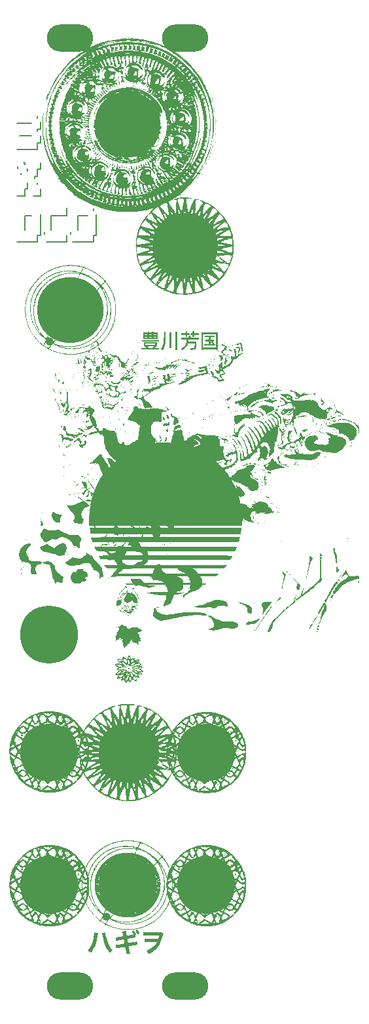
<source format=gbr>
%TF.GenerationSoftware,KiCad,Pcbnew,(5.99.0-10138-g1fe0c6d870)*%
%TF.CreationDate,2021-07-12T21:30:40+01:00*%
%TF.ProjectId,Hagiwo DCO Panel,48616769-776f-4204-9443-4f2050616e65,rev?*%
%TF.SameCoordinates,Original*%
%TF.FileFunction,Soldermask,Top*%
%TF.FilePolarity,Negative*%
%FSLAX46Y46*%
G04 Gerber Fmt 4.6, Leading zero omitted, Abs format (unit mm)*
G04 Created by KiCad (PCBNEW (5.99.0-10138-g1fe0c6d870)) date 2021-07-12 21:30:40*
%MOMM*%
%LPD*%
G01*
G04 APERTURE LIST*
%ADD10C,0.150000*%
%ADD11C,7.500000*%
%ADD12O,6.000000X3.500000*%
%ADD13C,8.500000*%
G04 APERTURE END LIST*
D10*
X129286000Y-49657000D02*
X129286000Y-49911000D01*
X133096000Y-60833000D02*
X133096000Y-59817000D01*
X127635000Y-53975000D02*
X127508000Y-53975000D01*
X127000000Y-50546000D02*
X128524000Y-50546000D01*
X129667000Y-54864000D02*
X129667000Y-53975000D01*
X126746000Y-54737000D02*
X126746000Y-54483000D01*
X126619000Y-64262000D02*
X129286000Y-64262000D01*
X129286000Y-55753000D02*
X129286000Y-54864000D01*
X126619000Y-58293000D02*
X127635000Y-58293000D01*
X129286000Y-64262000D02*
X129286000Y-63373000D01*
X128016000Y-54864000D02*
X127889000Y-54864000D01*
X129667000Y-58293000D02*
X129667000Y-57404000D01*
X128778000Y-58293000D02*
X129667000Y-58293000D01*
X136525000Y-60198000D02*
X136525000Y-59944000D01*
X129667000Y-49657000D02*
X129667000Y-48768000D01*
X133604000Y-62992000D02*
X133604000Y-63246000D01*
X130175000Y-62992000D02*
X130175000Y-63246000D01*
X134493000Y-60833000D02*
X135763000Y-60833000D01*
X127635000Y-54229000D02*
X127635000Y-53975000D01*
X136525000Y-63373000D02*
X136906000Y-63373000D01*
X127127000Y-55499000D02*
X127127000Y-55372000D01*
X126619000Y-52324000D02*
X129286000Y-52324000D01*
X133096000Y-64262000D02*
X133096000Y-63373000D01*
X129286000Y-56769000D02*
X129286000Y-56642000D01*
X127635000Y-62738000D02*
X127635000Y-60833000D01*
X129286000Y-52324000D02*
X129286000Y-51435000D01*
X127635000Y-57404000D02*
X128016000Y-57404000D01*
X128016000Y-55118000D02*
X128016000Y-54864000D01*
X136525000Y-64262000D02*
X136525000Y-63373000D01*
X127635000Y-60833000D02*
X128524000Y-60833000D01*
X129286000Y-54864000D02*
X129667000Y-54864000D01*
X129667000Y-63373000D02*
X129667000Y-60706000D01*
X128524000Y-48895000D02*
X126619000Y-48895000D01*
X129286000Y-48260000D02*
X129286000Y-48006000D01*
X130429000Y-64262000D02*
X133096000Y-64262000D01*
X128905000Y-55753000D02*
X129286000Y-55753000D01*
X129667000Y-51435000D02*
X129667000Y-50546000D01*
X129667000Y-49657000D02*
X129286000Y-49657000D01*
X128016000Y-57404000D02*
X128016000Y-56642000D01*
X128905000Y-56007000D02*
X128905000Y-55753000D01*
X131064000Y-62738000D02*
X131064000Y-60833000D01*
X129286000Y-63373000D02*
X129667000Y-63373000D01*
X134493000Y-62738000D02*
X134493000Y-60833000D01*
X129286000Y-51435000D02*
X129667000Y-51435000D01*
X127635000Y-58293000D02*
X127635000Y-57404000D01*
X131064000Y-60833000D02*
X133096000Y-60833000D01*
X136906000Y-63373000D02*
X136906000Y-60706000D01*
X133858000Y-64262000D02*
X136525000Y-64262000D01*
%TO.C,G\u002A\u002A\u002A*%
G36*
X155861308Y-78475975D02*
G01*
X155839672Y-78497610D01*
X155818037Y-78475975D01*
X155839672Y-78454339D01*
X155861308Y-78475975D01*
G37*
G36*
X151101016Y-96921208D02*
G01*
X151101512Y-96931000D01*
X151068248Y-96972608D01*
X151055688Y-96974271D01*
X151029845Y-96947762D01*
X151036606Y-96931000D01*
X151075489Y-96889721D01*
X151082431Y-96887729D01*
X151101016Y-96921208D01*
G37*
G36*
X136902394Y-83102080D02*
G01*
X136948753Y-83162323D01*
X136951938Y-83181447D01*
X136979250Y-83245448D01*
X137041712Y-83325753D01*
X137100607Y-83404047D01*
X137098259Y-83469311D01*
X137076769Y-83508929D01*
X137043923Y-83590900D01*
X137075216Y-83660541D01*
X137078835Y-83664965D01*
X137110048Y-83721148D01*
X137084428Y-83735177D01*
X137018523Y-83710769D01*
X136928886Y-83651640D01*
X136895345Y-83623762D01*
X136816173Y-83531459D01*
X136808020Y-83463712D01*
X136870952Y-83431649D01*
X136894215Y-83430489D01*
X136939646Y-83407326D01*
X136929368Y-83354765D01*
X136886858Y-83231975D01*
X136871209Y-83139720D01*
X136884556Y-83097988D01*
X136902394Y-83102080D01*
G37*
G36*
X156065307Y-83737770D02*
G01*
X156071834Y-83753637D01*
X155986634Y-83804758D01*
X155862307Y-83846626D01*
X155739456Y-83868311D01*
X155666589Y-83862737D01*
X155614061Y-83836648D01*
X155630164Y-83812385D01*
X155701859Y-83781422D01*
X155792764Y-83756067D01*
X155901447Y-83739002D01*
X156001198Y-83732235D01*
X156065307Y-83737770D01*
G37*
G36*
X141134415Y-99470225D02*
G01*
X141147348Y-99490474D01*
X141167236Y-99579755D01*
X141130541Y-99706829D01*
X141088115Y-99795929D01*
X141060811Y-99812267D01*
X141037239Y-99769803D01*
X141037268Y-99676526D01*
X141068033Y-99639990D01*
X141113964Y-99561429D01*
X141116741Y-99505617D01*
X141111570Y-99448001D01*
X141134415Y-99470225D01*
G37*
G36*
X132019059Y-88601358D02*
G01*
X131997424Y-88622993D01*
X131975788Y-88601358D01*
X131997424Y-88579723D01*
X132019059Y-88601358D01*
G37*
G36*
X140831613Y-100073163D02*
G01*
X140824681Y-100089774D01*
X140767359Y-100131429D01*
X140754667Y-100133045D01*
X140731207Y-100106384D01*
X140738139Y-100089774D01*
X140795461Y-100048118D01*
X140808153Y-100046503D01*
X140831613Y-100073163D01*
G37*
G36*
X135165639Y-82378726D02*
G01*
X135172925Y-82443134D01*
X135125512Y-82503511D01*
X135123744Y-82504549D01*
X135092987Y-82513885D01*
X135101733Y-82500267D01*
X135105944Y-82442114D01*
X135085617Y-82406787D01*
X135063187Y-82359736D01*
X135107628Y-82348718D01*
X135165639Y-82378726D01*
G37*
G36*
X143653089Y-80023678D02*
G01*
X143647809Y-80084428D01*
X143629925Y-80139972D01*
X143608037Y-80114405D01*
X143595367Y-80085948D01*
X143579389Y-80009655D01*
X143588671Y-79981377D01*
X143631453Y-79971761D01*
X143653089Y-80023678D01*
G37*
G36*
X160577833Y-98640200D02*
G01*
X160556197Y-98661835D01*
X160534562Y-98640200D01*
X160556197Y-98618564D01*
X160577833Y-98640200D01*
G37*
G36*
X147999651Y-81158577D02*
G01*
X148044877Y-81164650D01*
X148162882Y-81187033D01*
X148235065Y-81212690D01*
X148245635Y-81224456D01*
X148208333Y-81250406D01*
X148115840Y-81258441D01*
X147997270Y-81250175D01*
X147881740Y-81227227D01*
X147812926Y-81200429D01*
X147755133Y-81161263D01*
X147763005Y-81141847D01*
X147842519Y-81141259D01*
X147999651Y-81158577D01*
G37*
G36*
X167267252Y-87345845D02*
G01*
X167263182Y-87368138D01*
X167207862Y-87409759D01*
X167195722Y-87411409D01*
X167156170Y-87378405D01*
X167155005Y-87368138D01*
X167190225Y-87330163D01*
X167222465Y-87324867D01*
X167267252Y-87345845D01*
G37*
G36*
X139250534Y-79344631D02*
G01*
X139269856Y-79392144D01*
X139235930Y-79439590D01*
X139200828Y-79449569D01*
X139179169Y-79417768D01*
X139186280Y-79384912D01*
X139227343Y-79341193D01*
X139250534Y-79344631D01*
G37*
G36*
X136028826Y-79031284D02*
G01*
X136034005Y-79082637D01*
X136028826Y-79088979D01*
X136003102Y-79083039D01*
X135999979Y-79060131D01*
X136015811Y-79024515D01*
X136028826Y-79031284D01*
G37*
G36*
X159496061Y-97644970D02*
G01*
X159474425Y-97666605D01*
X159452790Y-97644970D01*
X159474425Y-97623334D01*
X159496061Y-97644970D01*
G37*
G36*
X140269371Y-87858541D02*
G01*
X140274550Y-87909894D01*
X140269371Y-87916236D01*
X140243647Y-87910296D01*
X140240524Y-87887389D01*
X140256356Y-87851772D01*
X140269371Y-87858541D01*
G37*
G36*
X145249920Y-91696066D02*
G01*
X145265243Y-91695225D01*
X145334425Y-91659207D01*
X145356400Y-91558612D01*
X145352490Y-91513961D01*
X145381608Y-91473850D01*
X145454956Y-91453129D01*
X145531181Y-91458340D01*
X145563861Y-91480521D01*
X145596006Y-91502571D01*
X145618346Y-91452698D01*
X145632349Y-91436847D01*
X145642434Y-91494923D01*
X145644363Y-91532959D01*
X145638828Y-91637211D01*
X145618815Y-91692529D01*
X145612139Y-91695225D01*
X145585598Y-91733934D01*
X145559826Y-91832436D01*
X145549134Y-91900762D01*
X145518839Y-92078636D01*
X145475975Y-92262305D01*
X145464957Y-92301017D01*
X145428878Y-92413018D01*
X145406102Y-92450408D01*
X145387728Y-92422222D01*
X145378153Y-92389155D01*
X145383032Y-92262791D01*
X145419004Y-92206065D01*
X145463970Y-92136441D01*
X145442248Y-92074769D01*
X145430965Y-92060541D01*
X145395843Y-91998679D01*
X145428176Y-91957852D01*
X145429105Y-91957275D01*
X145438758Y-91926517D01*
X145389767Y-91899129D01*
X145309911Y-91883013D01*
X145226967Y-91886068D01*
X145202854Y-91892933D01*
X145130822Y-91889156D01*
X145109149Y-91869363D01*
X145107677Y-91799003D01*
X145145661Y-91752920D01*
X145317639Y-91752920D01*
X145323579Y-91778644D01*
X145346487Y-91781767D01*
X145382104Y-91765935D01*
X145375334Y-91752920D01*
X145323982Y-91747741D01*
X145317639Y-91752920D01*
X145145661Y-91752920D01*
X145163167Y-91731681D01*
X145249920Y-91696066D01*
G37*
G36*
X141971359Y-77936447D02*
G01*
X141936291Y-77973638D01*
X141906453Y-77978360D01*
X141848720Y-77969102D01*
X141841546Y-77961354D01*
X141875382Y-77933453D01*
X141906453Y-77919441D01*
X141962171Y-77918542D01*
X141971359Y-77936447D01*
G37*
G36*
X139490496Y-86214248D02*
G01*
X139495674Y-86265601D01*
X139490496Y-86271943D01*
X139464771Y-86266003D01*
X139461649Y-86243096D01*
X139477481Y-86207479D01*
X139490496Y-86214248D01*
G37*
G36*
X140932049Y-85938624D02*
G01*
X140932196Y-85948464D01*
X140910146Y-86026702D01*
X140889587Y-86048377D01*
X140849883Y-86051246D01*
X140846979Y-86040113D01*
X140868722Y-85976978D01*
X140889587Y-85940200D01*
X140923192Y-85899650D01*
X140932049Y-85938624D01*
G37*
G36*
X166852109Y-89380234D02*
G01*
X166830473Y-89401869D01*
X166808838Y-89380234D01*
X166830473Y-89358598D01*
X166852109Y-89380234D01*
G37*
G36*
X140500149Y-97385344D02*
G01*
X140478514Y-97406980D01*
X140456879Y-97385344D01*
X140478514Y-97363709D01*
X140500149Y-97385344D01*
G37*
G36*
X131290352Y-83184167D02*
G01*
X131328763Y-83251032D01*
X131347897Y-83311494D01*
X131370786Y-83403185D01*
X131387237Y-83416490D01*
X131409628Y-83357496D01*
X131413899Y-83343947D01*
X131447911Y-83235770D01*
X131452225Y-83353014D01*
X131488332Y-83467888D01*
X131568979Y-83574519D01*
X131649196Y-83679217D01*
X131660540Y-83760172D01*
X131643496Y-83811088D01*
X131635418Y-83779342D01*
X131634641Y-83768979D01*
X131599059Y-83691606D01*
X131525576Y-83614554D01*
X131445961Y-83534820D01*
X131359307Y-83423933D01*
X131285303Y-83310283D01*
X131243643Y-83222259D01*
X131240345Y-83203317D01*
X131255397Y-83162747D01*
X131290352Y-83184167D01*
G37*
G36*
X135984165Y-87294629D02*
G01*
X135965950Y-87331111D01*
X135898598Y-87402919D01*
X135848479Y-87448922D01*
X135705581Y-87549866D01*
X135587004Y-87584752D01*
X135509481Y-87555551D01*
X135507455Y-87503595D01*
X135567051Y-87436824D01*
X135668951Y-87371059D01*
X135793839Y-87322118D01*
X135794864Y-87321841D01*
X135905711Y-87297250D01*
X135975519Y-87291591D01*
X135984165Y-87294629D01*
G37*
G36*
X160924000Y-85832022D02*
G01*
X160902364Y-85853658D01*
X160880729Y-85832022D01*
X160902364Y-85810387D01*
X160924000Y-85832022D01*
G37*
G36*
X134355686Y-88341733D02*
G01*
X134334051Y-88363368D01*
X134312415Y-88341733D01*
X134334051Y-88320097D01*
X134355686Y-88341733D01*
G37*
G36*
X133195346Y-104489678D02*
G01*
X133230643Y-104525038D01*
X133261380Y-104576381D01*
X133223805Y-104589908D01*
X133218936Y-104589944D01*
X133147357Y-104554948D01*
X133128454Y-104525038D01*
X133125036Y-104469194D01*
X133140161Y-104460131D01*
X133195346Y-104489678D01*
G37*
G36*
X154063047Y-79086788D02*
G01*
X154111239Y-79137249D01*
X154151472Y-79225501D01*
X154168959Y-79311230D01*
X154159148Y-79348777D01*
X154123192Y-79331601D01*
X154059734Y-79264845D01*
X154049454Y-79252043D01*
X153990687Y-79154274D01*
X153987658Y-79091911D01*
X154039175Y-79079433D01*
X154063047Y-79086788D01*
G37*
G36*
X158371018Y-95129167D02*
G01*
X158384571Y-95182537D01*
X158397283Y-95218262D01*
X158399286Y-95276079D01*
X158380277Y-95286707D01*
X158328588Y-95252220D01*
X158312631Y-95223187D01*
X158313093Y-95153559D01*
X158329637Y-95134091D01*
X158368714Y-95123811D01*
X158371018Y-95129167D01*
G37*
G36*
X132278684Y-90115838D02*
G01*
X132257049Y-90137474D01*
X132235413Y-90115838D01*
X132257049Y-90094203D01*
X132278684Y-90115838D01*
G37*
G36*
X167097310Y-111094998D02*
G01*
X167102489Y-111146350D01*
X167097310Y-111152693D01*
X167071586Y-111146753D01*
X167068463Y-111123845D01*
X167084295Y-111088228D01*
X167097310Y-111094998D01*
G37*
G36*
X161313437Y-89348670D02*
G01*
X161275739Y-89401255D01*
X161184741Y-89435283D01*
X161104362Y-89440121D01*
X161067462Y-89431788D01*
X161113943Y-89415014D01*
X161118718Y-89413829D01*
X161218177Y-89374782D01*
X161259349Y-89348644D01*
X161306523Y-89328097D01*
X161313437Y-89348670D01*
G37*
G36*
X153135243Y-98510387D02*
G01*
X153113608Y-98532022D01*
X153091972Y-98510387D01*
X153113608Y-98488752D01*
X153135243Y-98510387D01*
G37*
G36*
X132265474Y-83554262D02*
G01*
X132334093Y-83643642D01*
X132365109Y-83751704D01*
X132365226Y-83758112D01*
X132349943Y-83844850D01*
X132304013Y-83850660D01*
X132247985Y-83800350D01*
X132198438Y-83719014D01*
X132167166Y-83623996D01*
X132161149Y-83546372D01*
X132184361Y-83517031D01*
X132265474Y-83554262D01*
G37*
G36*
X167812697Y-87187908D02*
G01*
X167834801Y-87238326D01*
X167870760Y-87297061D01*
X167953740Y-87324249D01*
X168036286Y-87329957D01*
X168215141Y-87335046D01*
X168014869Y-87368888D01*
X167872943Y-87399819D01*
X167754630Y-87437263D01*
X167725101Y-87450626D01*
X167646175Y-87476009D01*
X167600841Y-87440885D01*
X167532283Y-87377161D01*
X167486756Y-87354035D01*
X167429586Y-87303580D01*
X167441919Y-87242465D01*
X167515575Y-87202700D01*
X167575170Y-87221056D01*
X167587713Y-87278424D01*
X167611549Y-87348328D01*
X167695768Y-87368138D01*
X167695890Y-87368138D01*
X167782233Y-87349087D01*
X167802271Y-87304043D01*
X167760797Y-87259961D01*
X167720265Y-87206957D01*
X167735316Y-87160157D01*
X167764848Y-87151784D01*
X167812697Y-87187908D01*
G37*
G36*
X148461989Y-94529467D02*
G01*
X148440354Y-94551103D01*
X148418718Y-94529467D01*
X148440354Y-94507832D01*
X148461989Y-94529467D01*
G37*
G36*
X144091410Y-105175354D02*
G01*
X144113267Y-105195736D01*
X144130223Y-105229240D01*
X144105410Y-105228199D01*
X144026725Y-105195736D01*
X143972358Y-105167151D01*
X143996805Y-105156458D01*
X144013354Y-105155507D01*
X144091410Y-105175354D01*
G37*
G36*
X142187217Y-79266693D02*
G01*
X142187713Y-79276486D01*
X142154449Y-79318094D01*
X142141889Y-79319757D01*
X142116046Y-79293247D01*
X142122807Y-79276486D01*
X142161691Y-79235206D01*
X142168632Y-79233215D01*
X142187217Y-79266693D01*
G37*
G36*
X152919595Y-89423941D02*
G01*
X152944556Y-89475799D01*
X152938676Y-89491401D01*
X152896904Y-89529769D01*
X152876464Y-89486069D01*
X152875618Y-89464222D01*
X152896907Y-89419655D01*
X152919595Y-89423941D01*
G37*
G36*
X146860967Y-91543777D02*
G01*
X146839332Y-91565413D01*
X146817696Y-91543777D01*
X146839332Y-91522142D01*
X146860967Y-91543777D01*
G37*
G36*
X141783401Y-80601121D02*
G01*
X141776640Y-80617883D01*
X141737757Y-80659162D01*
X141730815Y-80661154D01*
X141712230Y-80627675D01*
X141711734Y-80617883D01*
X141744998Y-80576275D01*
X141757558Y-80574612D01*
X141783401Y-80601121D01*
G37*
G36*
X143747781Y-79820720D02*
G01*
X143723394Y-79863999D01*
X143700030Y-79875787D01*
X143663115Y-79862177D01*
X143665413Y-79841171D01*
X143701819Y-79794740D01*
X143714093Y-79792491D01*
X143747781Y-79820720D01*
G37*
G36*
X153250632Y-79637076D02*
G01*
X153255811Y-79688429D01*
X153250632Y-79694771D01*
X153224908Y-79688831D01*
X153221785Y-79665924D01*
X153237617Y-79630307D01*
X153250632Y-79637076D01*
G37*
G36*
X136548077Y-84223788D02*
G01*
X136542137Y-84249513D01*
X136519229Y-84252636D01*
X136483613Y-84236804D01*
X136490382Y-84223788D01*
X136541735Y-84218610D01*
X136548077Y-84223788D01*
G37*
G36*
X144998559Y-100121185D02*
G01*
X145000320Y-100133045D01*
X144985556Y-100175190D01*
X144981238Y-100176315D01*
X144944295Y-100145994D01*
X144935413Y-100133045D01*
X144938844Y-100093171D01*
X144954495Y-100089774D01*
X144998559Y-100121185D01*
G37*
G36*
X159576376Y-97957675D02*
G01*
X159582603Y-97988583D01*
X159560011Y-98047787D01*
X159539332Y-98056043D01*
X159497299Y-98024986D01*
X159496061Y-98015326D01*
X159527514Y-97956722D01*
X159539332Y-97947866D01*
X159576376Y-97957675D01*
G37*
G36*
X150827463Y-86214248D02*
G01*
X150832642Y-86265601D01*
X150827463Y-86271943D01*
X150801739Y-86266003D01*
X150798616Y-86243096D01*
X150814448Y-86207479D01*
X150827463Y-86214248D01*
G37*
G36*
X154168824Y-78056527D02*
G01*
X154173744Y-78085015D01*
X154202197Y-78151280D01*
X154265607Y-78198482D01*
X154331054Y-78209348D01*
X154361556Y-78183551D01*
X154376728Y-78183249D01*
X154386021Y-78251916D01*
X154386682Y-78270438D01*
X154373907Y-78377422D01*
X154334745Y-78406999D01*
X154278462Y-78355255D01*
X154259991Y-78323977D01*
X154209759Y-78264075D01*
X154140427Y-78276277D01*
X154124950Y-78284212D01*
X154037243Y-78313365D01*
X154010104Y-78285014D01*
X154051684Y-78210516D01*
X154062859Y-78197706D01*
X154110101Y-78119460D01*
X154110523Y-78067628D01*
X154111450Y-78025824D01*
X154127919Y-78021631D01*
X154168824Y-78056527D01*
G37*
G36*
X148981240Y-88817712D02*
G01*
X148959604Y-88839348D01*
X148937969Y-88817712D01*
X148959604Y-88796077D01*
X148981240Y-88817712D01*
G37*
G36*
X167610882Y-109787977D02*
G01*
X167609053Y-109818942D01*
X167572784Y-109861580D01*
X167514766Y-109957054D01*
X167498130Y-110023845D01*
X167486178Y-110102585D01*
X167462303Y-110180790D01*
X167436723Y-110233387D01*
X167419657Y-110235300D01*
X167417671Y-110221284D01*
X167385154Y-110182080D01*
X167306453Y-110189655D01*
X167222587Y-110195294D01*
X167202029Y-110150041D01*
X167242812Y-110048111D01*
X167252364Y-110030669D01*
X167349930Y-109881835D01*
X167442021Y-109803599D01*
X167536220Y-109782448D01*
X167610882Y-109787977D01*
G37*
G36*
X139484912Y-103286040D02*
G01*
X139461822Y-103334764D01*
X139431571Y-103431298D01*
X139435323Y-103489918D01*
X139437489Y-103543658D01*
X139386590Y-103538930D01*
X139292437Y-103476734D01*
X139290489Y-103475161D01*
X139196284Y-103398878D01*
X139332368Y-103298267D01*
X139439211Y-103231203D01*
X139490799Y-103227336D01*
X139484912Y-103286040D01*
G37*
G36*
X132783511Y-90454794D02*
G01*
X132788690Y-90506146D01*
X132783511Y-90512488D01*
X132757787Y-90506548D01*
X132754664Y-90483641D01*
X132770496Y-90448024D01*
X132783511Y-90454794D01*
G37*
G36*
X133360456Y-81678019D02*
G01*
X133338821Y-81699654D01*
X133317185Y-81678019D01*
X133338821Y-81656384D01*
X133360456Y-81678019D01*
G37*
G36*
X133656178Y-93089151D02*
G01*
X133663352Y-93096899D01*
X133629516Y-93124800D01*
X133598446Y-93138812D01*
X133542728Y-93139711D01*
X133533540Y-93121806D01*
X133568608Y-93084615D01*
X133598446Y-93079893D01*
X133656178Y-93089151D01*
G37*
G36*
X168298060Y-88644629D02*
G01*
X168293661Y-88578579D01*
X168266059Y-88525743D01*
X168200112Y-88472559D01*
X168080676Y-88405464D01*
X167966339Y-88347547D01*
X167768010Y-88255775D01*
X167599359Y-88199438D01*
X167417592Y-88166670D01*
X167258598Y-88151321D01*
X167044037Y-88128288D01*
X166906968Y-88097692D01*
X166838517Y-88057512D01*
X166836701Y-88055167D01*
X166761398Y-87985949D01*
X166722296Y-87965837D01*
X166718611Y-87951923D01*
X166785407Y-87942807D01*
X166830473Y-87941287D01*
X166954725Y-87922938D01*
X167123472Y-87876709D01*
X167303123Y-87812023D01*
X167328088Y-87801670D01*
X167553216Y-87721269D01*
X167806100Y-87661375D01*
X168100724Y-87620108D01*
X168451075Y-87595588D01*
X168871136Y-87585933D01*
X168934488Y-87585665D01*
X169233730Y-87592091D01*
X169466517Y-87616157D01*
X169651976Y-87662670D01*
X169809236Y-87736442D01*
X169957428Y-87842282D01*
X169958445Y-87843120D01*
X170061141Y-87920914D01*
X170139991Y-87968536D01*
X170161371Y-87975370D01*
X170254908Y-88017665D01*
X170359873Y-88130250D01*
X170465063Y-88299883D01*
X170505072Y-88381570D01*
X170565384Y-88524578D01*
X170596102Y-88641707D01*
X170602788Y-88769893D01*
X170591006Y-88946071D01*
X170590660Y-88949892D01*
X170570946Y-89122969D01*
X170544010Y-89235661D01*
X170500536Y-89314096D01*
X170437803Y-89378572D01*
X170356813Y-89467479D01*
X170315239Y-89545847D01*
X170313778Y-89557644D01*
X170288382Y-89638334D01*
X170227313Y-89736131D01*
X170227236Y-89736229D01*
X170165358Y-89800938D01*
X170141161Y-89789125D01*
X170140695Y-89780136D01*
X170105546Y-89708942D01*
X170072249Y-89687759D01*
X169991059Y-89664437D01*
X169969249Y-89691618D01*
X169979733Y-89746445D01*
X169972408Y-89833948D01*
X169920112Y-89895753D01*
X169848963Y-89904597D01*
X169834856Y-89897666D01*
X169772898Y-89900586D01*
X169748664Y-89925315D01*
X169715066Y-89937973D01*
X169668201Y-89878101D01*
X169624639Y-89790229D01*
X169572885Y-89666802D01*
X169540830Y-89572437D01*
X169535853Y-89545845D01*
X169505010Y-89498199D01*
X169426993Y-89415123D01*
X169322237Y-89315214D01*
X169211176Y-89217067D01*
X169114243Y-89139278D01*
X169051872Y-89100443D01*
X169044798Y-89098973D01*
X169034430Y-89131333D01*
X169043463Y-89164370D01*
X169043772Y-89210391D01*
X169003098Y-89204648D01*
X168937964Y-89145008D01*
X168915790Y-89095980D01*
X168862634Y-89027183D01*
X168812977Y-89012431D01*
X168717233Y-88988292D01*
X168633044Y-88943111D01*
X168552375Y-88901736D01*
X168505674Y-88902193D01*
X168511254Y-88944809D01*
X168540926Y-88970851D01*
X168572444Y-89001085D01*
X168526531Y-89011372D01*
X168505861Y-89011769D01*
X168417729Y-88986037D01*
X168381283Y-88945038D01*
X168327734Y-88898877D01*
X168291281Y-88902258D01*
X168248216Y-88904247D01*
X168260789Y-88850656D01*
X168286526Y-88752806D01*
X168409860Y-88752806D01*
X168425692Y-88788423D01*
X168438707Y-88781653D01*
X168443886Y-88730301D01*
X168438707Y-88723959D01*
X168412983Y-88729899D01*
X168409860Y-88752806D01*
X168286526Y-88752806D01*
X168286917Y-88751320D01*
X168298060Y-88644629D01*
G37*
G36*
X135308396Y-80951708D02*
G01*
X135378315Y-80995270D01*
X135394187Y-81034003D01*
X135371908Y-81088388D01*
X135320769Y-81078044D01*
X135266647Y-81011568D01*
X135244512Y-80951933D01*
X135284382Y-80945985D01*
X135308396Y-80951708D01*
G37*
G36*
X138115368Y-82207807D02*
G01*
X138208500Y-82229203D01*
X138312473Y-82266742D01*
X138365517Y-82308198D01*
X138367180Y-82321961D01*
X138313353Y-82374424D01*
X138221985Y-82364612D01*
X138131069Y-82308526D01*
X138053774Y-82236323D01*
X138047195Y-82204128D01*
X138115368Y-82207807D01*
G37*
G36*
X167013473Y-84789014D02*
G01*
X167000568Y-84808681D01*
X166956680Y-84811741D01*
X166910508Y-84801173D01*
X166930537Y-84785598D01*
X166998164Y-84780440D01*
X167013473Y-84789014D01*
G37*
G36*
X148481104Y-81629770D02*
G01*
X148483625Y-81656384D01*
X148421017Y-81696198D01*
X148394529Y-81699654D01*
X148338604Y-81675461D01*
X148332177Y-81656384D01*
X148368527Y-81621567D01*
X148421272Y-81613113D01*
X148481104Y-81629770D01*
G37*
G36*
X157101739Y-96642528D02*
G01*
X157095800Y-96668252D01*
X157072892Y-96671375D01*
X157037275Y-96655543D01*
X157044045Y-96642528D01*
X157095397Y-96637349D01*
X157101739Y-96642528D01*
G37*
G36*
X133360456Y-96806164D02*
G01*
X133450842Y-96821823D01*
X133533540Y-96844459D01*
X133641717Y-96879103D01*
X133533540Y-96882754D01*
X133422923Y-96869353D01*
X133360456Y-96844459D01*
X133317388Y-96811276D01*
X133349424Y-96805611D01*
X133360456Y-96806164D01*
G37*
G36*
X132394073Y-83315100D02*
G01*
X132388134Y-83340825D01*
X132365226Y-83343947D01*
X132329609Y-83328115D01*
X132336379Y-83315100D01*
X132387731Y-83309922D01*
X132394073Y-83315100D01*
G37*
G36*
X156962781Y-92784281D02*
G01*
X156946181Y-92814960D01*
X156888001Y-92863539D01*
X156799358Y-92929065D01*
X156748416Y-92943788D01*
X156705854Y-92911650D01*
X156687841Y-92890459D01*
X156667005Y-92840624D01*
X156720131Y-92809203D01*
X156736631Y-92804508D01*
X156852499Y-92782631D01*
X156916462Y-92777588D01*
X156962781Y-92784281D01*
G37*
G36*
X158023594Y-87184712D02*
G01*
X158024851Y-87195055D01*
X157991923Y-87237068D01*
X157981580Y-87238326D01*
X157939567Y-87205398D01*
X157938310Y-87195055D01*
X157971238Y-87153041D01*
X157981580Y-87151784D01*
X158023594Y-87184712D01*
G37*
G36*
X137110598Y-82319870D02*
G01*
X137104658Y-82345595D01*
X137081751Y-82348718D01*
X137046134Y-82332885D01*
X137052904Y-82319870D01*
X137104256Y-82314692D01*
X137110598Y-82319870D01*
G37*
G36*
X166459561Y-87548887D02*
G01*
X166428107Y-87578801D01*
X166419400Y-87584493D01*
X166340120Y-87622717D01*
X166302280Y-87616364D01*
X166311223Y-87584493D01*
X166372975Y-87546842D01*
X166411136Y-87541884D01*
X166459561Y-87548887D01*
G37*
G36*
X135206680Y-82882392D02*
G01*
X135200740Y-82908116D01*
X135177833Y-82911239D01*
X135142216Y-82895407D01*
X135148985Y-82882392D01*
X135200338Y-82877213D01*
X135206680Y-82882392D01*
G37*
G36*
X135603856Y-82322950D02*
G01*
X135649944Y-82363174D01*
X135653812Y-82372907D01*
X135633277Y-82390691D01*
X135590523Y-82350840D01*
X135584774Y-82342032D01*
X135579674Y-82312422D01*
X135603856Y-82322950D01*
G37*
G36*
X157518380Y-100164498D02*
G01*
X157527236Y-100176315D01*
X157517427Y-100213360D01*
X157486519Y-100219586D01*
X157427315Y-100196995D01*
X157419059Y-100176315D01*
X157450116Y-100134283D01*
X157459776Y-100133045D01*
X157518380Y-100164498D01*
G37*
G36*
X148750462Y-93527025D02*
G01*
X148755640Y-93578378D01*
X148750462Y-93584720D01*
X148724737Y-93578780D01*
X148721615Y-93555873D01*
X148737447Y-93520256D01*
X148750462Y-93527025D01*
G37*
G36*
X154779536Y-97255532D02*
G01*
X154757901Y-97277167D01*
X154736265Y-97255532D01*
X154757901Y-97233896D01*
X154779536Y-97255532D01*
G37*
G36*
X158222028Y-96527198D02*
G01*
X158214445Y-96560951D01*
X158179527Y-96621857D01*
X158156949Y-96611654D01*
X158154664Y-96587387D01*
X158186091Y-96528711D01*
X158197439Y-96520233D01*
X158222028Y-96527198D01*
G37*
G36*
X154765113Y-95257860D02*
G01*
X154770291Y-95309212D01*
X154765113Y-95315555D01*
X154739388Y-95309615D01*
X154736265Y-95286707D01*
X154752097Y-95251090D01*
X154765113Y-95257860D01*
G37*
G36*
X139417400Y-102676061D02*
G01*
X139418378Y-102690466D01*
X139395097Y-102775360D01*
X139336484Y-102889991D01*
X139259384Y-103009044D01*
X139180641Y-103107200D01*
X139117101Y-103159144D01*
X139104664Y-103161961D01*
X139040466Y-103140715D01*
X139028940Y-103116846D01*
X139056471Y-103058315D01*
X139124327Y-102972018D01*
X139140482Y-102954580D01*
X139227014Y-102848450D01*
X139287751Y-102747481D01*
X139290859Y-102740114D01*
X139338190Y-102667066D01*
X139388623Y-102642502D01*
X139417400Y-102676061D01*
G37*
G36*
X145433028Y-100587389D02*
G01*
X145411393Y-100609024D01*
X145389758Y-100587389D01*
X145411393Y-100565753D01*
X145433028Y-100587389D01*
G37*
G36*
X147141180Y-92835786D02*
G01*
X147191365Y-92899709D01*
X147189556Y-92943516D01*
X147133783Y-92990969D01*
X147084396Y-92955482D01*
X147062449Y-92897881D01*
X147047155Y-92809711D01*
X147073977Y-92794238D01*
X147141180Y-92835786D01*
G37*
G36*
X164082773Y-93101528D02*
G01*
X164124053Y-93140412D01*
X164126044Y-93147353D01*
X164092565Y-93165939D01*
X164082773Y-93166435D01*
X164041165Y-93133170D01*
X164039502Y-93120610D01*
X164066011Y-93094767D01*
X164082773Y-93101528D01*
G37*
G36*
X151771904Y-79320252D02*
G01*
X151725623Y-79356122D01*
X151676026Y-79362142D01*
X151664034Y-79346022D01*
X151697975Y-79318231D01*
X151731187Y-79303246D01*
X151775855Y-79300222D01*
X151771904Y-79320252D01*
G37*
G36*
X153863309Y-78921685D02*
G01*
X153870848Y-78951954D01*
X153836211Y-79009321D01*
X153805942Y-79016861D01*
X153748574Y-78982224D01*
X153741035Y-78951954D01*
X153775672Y-78894587D01*
X153805942Y-78887048D01*
X153863309Y-78921685D01*
G37*
G36*
X152096742Y-80160304D02*
G01*
X152061722Y-80225076D01*
X152028297Y-80245451D01*
X151926402Y-80270419D01*
X151886488Y-80246031D01*
X151889828Y-80221760D01*
X151934835Y-80167726D01*
X152006829Y-80133712D01*
X152071962Y-80129771D01*
X152096742Y-80160304D01*
G37*
G36*
X166376129Y-114001358D02*
G01*
X166354494Y-114022993D01*
X166332858Y-114001358D01*
X166354494Y-113979723D01*
X166376129Y-114001358D01*
G37*
G36*
X154822807Y-86221460D02*
G01*
X154801172Y-86243096D01*
X154779536Y-86221460D01*
X154801172Y-86199825D01*
X154822807Y-86221460D01*
G37*
G36*
X151649610Y-84959393D02*
G01*
X151643670Y-84985118D01*
X151620763Y-84988241D01*
X151585146Y-84972408D01*
X151591915Y-84959393D01*
X151643268Y-84954215D01*
X151649610Y-84959393D01*
G37*
G36*
X167804068Y-89034067D02*
G01*
X167782432Y-89055702D01*
X167760797Y-89034067D01*
X167782432Y-89012431D01*
X167804068Y-89034067D01*
G37*
G36*
X137341376Y-84923334D02*
G01*
X137319741Y-84944970D01*
X137298105Y-84923334D01*
X137319741Y-84901699D01*
X137341376Y-84923334D01*
G37*
G36*
X159171066Y-82531070D02*
G01*
X159178766Y-82557956D01*
X159214104Y-82629124D01*
X159255877Y-82652330D01*
X159279301Y-82615828D01*
X159279706Y-82605789D01*
X159306216Y-82579946D01*
X159322977Y-82586707D01*
X159359328Y-82647740D01*
X159366248Y-82697438D01*
X159384861Y-82766353D01*
X159409519Y-82781426D01*
X159447908Y-82816474D01*
X159452790Y-82846333D01*
X159435183Y-82905665D01*
X159392052Y-82894085D01*
X159337932Y-82817393D01*
X159327851Y-82796479D01*
X159283353Y-82721514D01*
X159242558Y-82719844D01*
X159223546Y-82736982D01*
X159193933Y-82787797D01*
X159225888Y-82812166D01*
X159259355Y-82851413D01*
X159232349Y-82895512D01*
X159177630Y-82911239D01*
X159101022Y-82883193D01*
X159075108Y-82862415D01*
X159048898Y-82798811D01*
X159077271Y-82731282D01*
X159106073Y-82658165D01*
X159072122Y-82614021D01*
X159041262Y-82574867D01*
X159083823Y-82522771D01*
X159085130Y-82521683D01*
X159141004Y-82490038D01*
X159171066Y-82531070D01*
G37*
G36*
X167457901Y-84750251D02*
G01*
X167436265Y-84771886D01*
X167414630Y-84750251D01*
X167436265Y-84728615D01*
X167457901Y-84750251D01*
G37*
G36*
X144539158Y-90863524D02*
G01*
X144566184Y-90935663D01*
X144567611Y-90964728D01*
X144550540Y-91022935D01*
X144524340Y-91024527D01*
X144487787Y-91034928D01*
X144481069Y-91068505D01*
X144503585Y-91117378D01*
X144583759Y-91127899D01*
X144618060Y-91125147D01*
X144730181Y-91131734D01*
X144772803Y-91175975D01*
X144778970Y-91216720D01*
X144749227Y-91181896D01*
X144706801Y-91149505D01*
X144691844Y-91160289D01*
X144642114Y-91184048D01*
X144575783Y-91183465D01*
X144476204Y-91137932D01*
X144442141Y-91037553D01*
X144456036Y-90936119D01*
X144494926Y-90861749D01*
X144539158Y-90863524D01*
G37*
G36*
X134728014Y-96638283D02*
G01*
X134711078Y-96681578D01*
X134701853Y-96693011D01*
X134615103Y-96748137D01*
X134561444Y-96757917D01*
X134502608Y-96747738D01*
X134519544Y-96704443D01*
X134528770Y-96693011D01*
X134615520Y-96637884D01*
X134669179Y-96628104D01*
X134728014Y-96638283D01*
G37*
G36*
X148522438Y-80650090D02*
G01*
X148534310Y-80659255D01*
X148658652Y-80730111D01*
X148787913Y-80772447D01*
X148905778Y-80810838D01*
X148952861Y-80860469D01*
X148924886Y-80908480D01*
X148842829Y-80937643D01*
X148698764Y-80960563D01*
X148620867Y-80954793D01*
X148592900Y-80918077D01*
X148591802Y-80902752D01*
X148559535Y-80836743D01*
X148481441Y-80761108D01*
X148477027Y-80757848D01*
X148403500Y-80684112D01*
X148393034Y-80624460D01*
X148393510Y-80623664D01*
X148439452Y-80603989D01*
X148522438Y-80650090D01*
G37*
G36*
X147322523Y-91147128D02*
G01*
X147316583Y-91172852D01*
X147293676Y-91175975D01*
X147258059Y-91160143D01*
X147264829Y-91147128D01*
X147316181Y-91141949D01*
X147322523Y-91147128D01*
G37*
G36*
X161297789Y-93014987D02*
G01*
X161357265Y-92966374D01*
X161452509Y-92950080D01*
X161541812Y-92960279D01*
X161562041Y-92997838D01*
X161556057Y-93018526D01*
X161532261Y-93116002D01*
X161529792Y-93148338D01*
X161505262Y-93203613D01*
X161486521Y-93209706D01*
X161444639Y-93176662D01*
X161443250Y-93165588D01*
X161407524Y-93138524D01*
X161341826Y-93139863D01*
X161212267Y-93133653D01*
X161135050Y-93064035D01*
X161118176Y-92996811D01*
X161124041Y-92921909D01*
X161167925Y-92917143D01*
X161226896Y-92950743D01*
X161270046Y-92991475D01*
X161235554Y-93030188D01*
X161226896Y-93035960D01*
X161190435Y-93071013D01*
X161217436Y-93079230D01*
X161268913Y-93051046D01*
X161414403Y-93051046D01*
X161420342Y-93076770D01*
X161443250Y-93079893D01*
X161478867Y-93064061D01*
X161472097Y-93051046D01*
X161420745Y-93045867D01*
X161414403Y-93051046D01*
X161268913Y-93051046D01*
X161279823Y-93045073D01*
X161297789Y-93014987D01*
G37*
G36*
X137976015Y-77992783D02*
G01*
X137981194Y-78044136D01*
X137976015Y-78050478D01*
X137950291Y-78044538D01*
X137947168Y-78021631D01*
X137963000Y-77986014D01*
X137976015Y-77992783D01*
G37*
G36*
X166983924Y-89681867D02*
G01*
X166961892Y-89602372D01*
X166943789Y-89548213D01*
X166975511Y-89549823D01*
X167024134Y-89574386D01*
X167105366Y-89605102D01*
X167152413Y-89579435D01*
X167159845Y-89568602D01*
X167191472Y-89445827D01*
X167139358Y-89314382D01*
X167006987Y-89180135D01*
X166880604Y-89081070D01*
X166906223Y-89179036D01*
X166916979Y-89244929D01*
X166889037Y-89240606D01*
X166870340Y-89225960D01*
X166821397Y-89144581D01*
X166808838Y-89072039D01*
X166792236Y-88993309D01*
X166762476Y-88969160D01*
X166702108Y-88944546D01*
X166638465Y-88890087D01*
X166601247Y-88834863D01*
X166603704Y-88813704D01*
X166663751Y-88808064D01*
X166789997Y-88833930D01*
X166969668Y-88887411D01*
X167189992Y-88964613D01*
X167438196Y-89061643D01*
X167496606Y-89085821D01*
X167698881Y-89165202D01*
X167867060Y-89221132D01*
X167984596Y-89248534D01*
X168026674Y-89248437D01*
X168091856Y-89244187D01*
X168106964Y-89262291D01*
X168144711Y-89297663D01*
X168238554Y-89338587D01*
X168359391Y-89375416D01*
X168478122Y-89398498D01*
X168527880Y-89401869D01*
X168601326Y-89424814D01*
X168724033Y-89486129D01*
X168874381Y-89574538D01*
X168941204Y-89617456D01*
X169268185Y-89833042D01*
X169266045Y-90071221D01*
X169251749Y-90243784D01*
X169214319Y-90347366D01*
X169201522Y-90361172D01*
X169141663Y-90432520D01*
X169073384Y-90542690D01*
X169060398Y-90567288D01*
X168987364Y-90680571D01*
X168880017Y-90812418D01*
X168755735Y-90945354D01*
X168631892Y-91061908D01*
X168525864Y-91144606D01*
X168455108Y-91175975D01*
X168370720Y-91203928D01*
X168295698Y-91257223D01*
X168195212Y-91330514D01*
X168118363Y-91367076D01*
X168019228Y-91419645D01*
X167975760Y-91458911D01*
X167900975Y-91496586D01*
X167774855Y-91516812D01*
X167631304Y-91517090D01*
X167504228Y-91494916D01*
X167501172Y-91493926D01*
X167410565Y-91458085D01*
X167342028Y-91426795D01*
X167229447Y-91402541D01*
X167125673Y-91410647D01*
X166957893Y-91437854D01*
X166840744Y-91420107D01*
X166768135Y-91373018D01*
X166669047Y-91326746D01*
X166518678Y-91306153D01*
X166494569Y-91305787D01*
X166312564Y-91282619D01*
X166102645Y-91220147D01*
X166033298Y-91192164D01*
X165771305Y-91078541D01*
X165370566Y-91170828D01*
X165167038Y-91212540D01*
X164969084Y-91244362D01*
X164809494Y-91261312D01*
X164765308Y-91262816D01*
X164648072Y-91256561D01*
X164557780Y-91228700D01*
X164465562Y-91164973D01*
X164348594Y-91056980D01*
X164178817Y-90874428D01*
X164037395Y-90687511D01*
X163931624Y-90509866D01*
X163868800Y-90355130D01*
X163856219Y-90236941D01*
X163881151Y-90183321D01*
X163906337Y-90130489D01*
X163875409Y-90099759D01*
X163845732Y-90042784D01*
X163856971Y-89968405D01*
X163899831Y-89922746D01*
X163911403Y-89921120D01*
X163950991Y-89885327D01*
X163976344Y-89829070D01*
X164020297Y-89750904D01*
X164106303Y-89637404D01*
X164206432Y-89523343D01*
X164322629Y-89406783D01*
X164405956Y-89345706D01*
X164477172Y-89327676D01*
X164524622Y-89332715D01*
X164618963Y-89336147D01*
X164667806Y-89313910D01*
X164725481Y-89284035D01*
X164823776Y-89272057D01*
X164944915Y-89258707D01*
X165029816Y-89231417D01*
X165138669Y-89213760D01*
X165290853Y-89237761D01*
X165410197Y-89277966D01*
X165487102Y-89340313D01*
X165552381Y-89452251D01*
X165567180Y-89483937D01*
X165622285Y-89603394D01*
X165661981Y-89687863D01*
X165672768Y-89709768D01*
X165642873Y-89729434D01*
X165550692Y-89750034D01*
X165479991Y-89759753D01*
X165333341Y-89788748D01*
X165225476Y-89850568D01*
X165132157Y-89945861D01*
X165050802Y-90045958D01*
X164999993Y-90119987D01*
X164991461Y-90140900D01*
X165030120Y-90179092D01*
X165131465Y-90228243D01*
X165273547Y-90281240D01*
X165434418Y-90330973D01*
X165592130Y-90370330D01*
X165724734Y-90392198D01*
X165773738Y-90394378D01*
X165928338Y-90399645D01*
X166114616Y-90418169D01*
X166220637Y-90433887D01*
X166489390Y-90447572D01*
X166726269Y-90394498D01*
X166917201Y-90278499D01*
X166963935Y-90231414D01*
X167043417Y-90129619D01*
X167062078Y-90076448D01*
X167019299Y-90076603D01*
X166981921Y-90094203D01*
X166910870Y-90114004D01*
X166899334Y-90079751D01*
X166941309Y-90022311D01*
X166977105Y-89941000D01*
X166985869Y-89866296D01*
X167046013Y-89866296D01*
X167052815Y-89899484D01*
X167083528Y-89956418D01*
X167094728Y-89964390D01*
X167109854Y-89929056D01*
X167111734Y-89899484D01*
X167089089Y-89841890D01*
X167069821Y-89834578D01*
X167046013Y-89866296D01*
X166985869Y-89866296D01*
X166991950Y-89814455D01*
X166983924Y-89681867D01*
G37*
G36*
X165025508Y-87084865D02*
G01*
X165021365Y-87127769D01*
X164998516Y-87147424D01*
X164963085Y-87217147D01*
X164971221Y-87293384D01*
X164977486Y-87406632D01*
X164957042Y-87480598D01*
X164929940Y-87510111D01*
X164912176Y-87472858D01*
X164899049Y-87359450D01*
X164902908Y-87226551D01*
X164931439Y-87124261D01*
X164975935Y-87071484D01*
X165025508Y-87084865D01*
G37*
G36*
X158676577Y-82865145D02*
G01*
X158701209Y-82900990D01*
X158657357Y-82942700D01*
X158578507Y-82964589D01*
X158456481Y-82987964D01*
X158364577Y-83015772D01*
X158292358Y-83022870D01*
X158267768Y-83005752D01*
X158284319Y-82964076D01*
X158361729Y-82917597D01*
X158475837Y-82877688D01*
X158582603Y-82857538D01*
X158676577Y-82865145D01*
G37*
G36*
X132321955Y-91240881D02*
G01*
X132300320Y-91262516D01*
X132278684Y-91240881D01*
X132300320Y-91219246D01*
X132321955Y-91240881D01*
G37*
G36*
X142756825Y-92894827D02*
G01*
X142771870Y-92906810D01*
X142827316Y-92967514D01*
X142814613Y-93012936D01*
X142726489Y-93054888D01*
X142669490Y-93073044D01*
X142545168Y-93108782D01*
X142478486Y-93119446D01*
X142444356Y-93105377D01*
X142423527Y-93076372D01*
X142431219Y-93041317D01*
X142475062Y-93038084D01*
X142613991Y-93042398D01*
X142686128Y-93013664D01*
X142706962Y-92945651D01*
X142706964Y-92944782D01*
X142716437Y-92882272D01*
X142756825Y-92894827D01*
G37*
G36*
X148548035Y-86968908D02*
G01*
X148548531Y-86978700D01*
X148515266Y-87020309D01*
X148502706Y-87021971D01*
X148476864Y-86995462D01*
X148483625Y-86978700D01*
X148522508Y-86937421D01*
X148529449Y-86935430D01*
X148548035Y-86968908D01*
G37*
G36*
X132004071Y-89266257D02*
G01*
X132049067Y-89298593D01*
X132023096Y-89311577D01*
X131956316Y-89314012D01*
X131873140Y-89306472D01*
X131867043Y-89278209D01*
X131876422Y-89267573D01*
X131944601Y-89242536D01*
X132004071Y-89266257D01*
G37*
G36*
X146846544Y-92791421D02*
G01*
X146851722Y-92842773D01*
X146846544Y-92849115D01*
X146820819Y-92843175D01*
X146817696Y-92820268D01*
X146833528Y-92784651D01*
X146846544Y-92791421D01*
G37*
G36*
X170950915Y-107993591D02*
G01*
X170960255Y-108066008D01*
X170955075Y-108123956D01*
X170935231Y-108210017D01*
X170883417Y-108233717D01*
X170814963Y-108225475D01*
X170705997Y-108190325D01*
X170682008Y-108139155D01*
X170743075Y-108072737D01*
X170795916Y-108039445D01*
X170901132Y-107987390D01*
X170950915Y-107993591D01*
G37*
G36*
X154779536Y-87519586D02*
G01*
X154757901Y-87541222D01*
X154736265Y-87519586D01*
X154757901Y-87497951D01*
X154779536Y-87519586D01*
G37*
G36*
X128326612Y-104950535D02*
G01*
X128331790Y-105001887D01*
X128326612Y-105008229D01*
X128300887Y-105002289D01*
X128297764Y-104979382D01*
X128313597Y-104943765D01*
X128326612Y-104950535D01*
G37*
G36*
X137730814Y-102621120D02*
G01*
X137709178Y-102642755D01*
X137687543Y-102621120D01*
X137709178Y-102599484D01*
X137730814Y-102621120D01*
G37*
G36*
X138783362Y-87542419D02*
G01*
X138802515Y-87575916D01*
X138781580Y-87624887D01*
X138753777Y-87641072D01*
X138705336Y-87634582D01*
X138701984Y-87592314D01*
X138735035Y-87533468D01*
X138783362Y-87542419D01*
G37*
G36*
X161083408Y-108171038D02*
G01*
X161096205Y-108253652D01*
X161097083Y-108293930D01*
X161087564Y-108414340D01*
X161063934Y-108497350D01*
X161056291Y-108508121D01*
X161031275Y-108571664D01*
X161010624Y-108690984D01*
X161002202Y-108786813D01*
X160987701Y-108931779D01*
X160960428Y-109009409D01*
X160913671Y-109038699D01*
X160913182Y-109038793D01*
X160849683Y-109033600D01*
X160837458Y-109015400D01*
X160864718Y-108955045D01*
X160890005Y-108925063D01*
X160930857Y-108846875D01*
X160955333Y-108732620D01*
X160955344Y-108732507D01*
X160983651Y-108473740D01*
X161014290Y-108287865D01*
X161046224Y-108180635D01*
X161058244Y-108161954D01*
X161083408Y-108171038D01*
G37*
G36*
X142861460Y-83490578D02*
G01*
X142932175Y-83513652D01*
X142951046Y-83517031D01*
X142953052Y-83545041D01*
X142944954Y-83560302D01*
X142888019Y-83601717D01*
X142833142Y-83562634D01*
X142819280Y-83533849D01*
X142815715Y-83484450D01*
X142861460Y-83490578D01*
G37*
G36*
X160489852Y-90408507D02*
G01*
X160491291Y-90456707D01*
X160476657Y-90540520D01*
X160446626Y-90570183D01*
X160398451Y-90605777D01*
X160367378Y-90663668D01*
X160338396Y-90725930D01*
X160315752Y-90710281D01*
X160304021Y-90682169D01*
X160303541Y-90568839D01*
X160373059Y-90448554D01*
X160424022Y-90399060D01*
X160472717Y-90370432D01*
X160489852Y-90408507D01*
G37*
G36*
X145600638Y-86831016D02*
G01*
X145609296Y-86835326D01*
X145730710Y-86918470D01*
X145772163Y-87014458D01*
X145742541Y-87132908D01*
X145688223Y-87218865D01*
X145634775Y-87224043D01*
X145574503Y-87146806D01*
X145546136Y-87091156D01*
X145499204Y-86969408D01*
X145476650Y-86865999D01*
X145476299Y-86856483D01*
X145482280Y-86800703D01*
X145515891Y-86793461D01*
X145600638Y-86831016D01*
G37*
G36*
X154505207Y-94058513D02*
G01*
X154498275Y-94075123D01*
X154440954Y-94116778D01*
X154428262Y-94118394D01*
X154404802Y-94091733D01*
X154411734Y-94075123D01*
X154469055Y-94033468D01*
X154481747Y-94031852D01*
X154505207Y-94058513D01*
G37*
G36*
X158519879Y-92772489D02*
G01*
X158502864Y-92839031D01*
X158470833Y-92892131D01*
X158438505Y-92867714D01*
X158434038Y-92793139D01*
X158451955Y-92765294D01*
X158505250Y-92733443D01*
X158519879Y-92772489D01*
G37*
G36*
X148274482Y-79983243D02*
G01*
X148268542Y-80008968D01*
X148245635Y-80012091D01*
X148210018Y-79996258D01*
X148216788Y-79983243D01*
X148268140Y-79978065D01*
X148274482Y-79983243D01*
G37*
G36*
X153046940Y-86534132D02*
G01*
X153048701Y-86545992D01*
X153033938Y-86588138D01*
X153029620Y-86589263D01*
X152992676Y-86558941D01*
X152983795Y-86545992D01*
X152987226Y-86506118D01*
X153002877Y-86502721D01*
X153046940Y-86534132D01*
G37*
G36*
X146024397Y-103695679D02*
G01*
X146029576Y-103747032D01*
X146024397Y-103753374D01*
X145998673Y-103747434D01*
X145995550Y-103724527D01*
X146011382Y-103688910D01*
X146024397Y-103695679D01*
G37*
G36*
X160173971Y-99498405D02*
G01*
X160168031Y-99524130D01*
X160145124Y-99527252D01*
X160109507Y-99511420D01*
X160116277Y-99498405D01*
X160167629Y-99493227D01*
X160173971Y-99498405D01*
G37*
G36*
X167252364Y-84873041D02*
G01*
X167257800Y-84888835D01*
X167198275Y-84894867D01*
X167136847Y-84888066D01*
X167144187Y-84873041D01*
X167232777Y-84867326D01*
X167252364Y-84873041D01*
G37*
G36*
X162869507Y-92627257D02*
G01*
X162913087Y-92676748D01*
X162914459Y-92692013D01*
X162880874Y-92719950D01*
X162827918Y-92712091D01*
X162760762Y-92717081D01*
X162738576Y-92765442D01*
X162766707Y-92823606D01*
X162806282Y-92847891D01*
X162863602Y-92892918D01*
X162871189Y-92916069D01*
X162839631Y-92941304D01*
X162807621Y-92934946D01*
X162726589Y-92936322D01*
X162623720Y-92973321D01*
X162510402Y-93025321D01*
X162461231Y-93026404D01*
X162469433Y-92975246D01*
X162483933Y-92946002D01*
X162555774Y-92877619D01*
X162615268Y-92877045D01*
X162684751Y-92871370D01*
X162698105Y-92833223D01*
X162670073Y-92787765D01*
X162633199Y-92792645D01*
X162576427Y-92801438D01*
X162580990Y-92768114D01*
X162641611Y-92705804D01*
X162680122Y-92675888D01*
X162783376Y-92626387D01*
X162869507Y-92627257D01*
G37*
G36*
X159765934Y-82822893D02*
G01*
X159787659Y-82870365D01*
X159745054Y-82906069D01*
X159701597Y-82911239D01*
X159616560Y-82887408D01*
X159597026Y-82844268D01*
X159630333Y-82793143D01*
X159683785Y-82790179D01*
X159765934Y-82822893D01*
G37*
G36*
X133331815Y-89782177D02*
G01*
X133226126Y-89768404D01*
X133114772Y-89764682D01*
X132961830Y-89758086D01*
X132838275Y-89746081D01*
X132781537Y-89734398D01*
X132703736Y-89741613D01*
X132616148Y-89792037D01*
X132560025Y-89851782D01*
X132572657Y-89876279D01*
X132575304Y-89876409D01*
X132588017Y-89901323D01*
X132554511Y-89958506D01*
X132494993Y-90024757D01*
X132429669Y-90076871D01*
X132386862Y-90092793D01*
X132375737Y-90075997D01*
X132395704Y-90059754D01*
X132437005Y-89994607D01*
X132450321Y-89919786D01*
X132451195Y-89632961D01*
X132437886Y-89426549D01*
X132409593Y-89295465D01*
X132365516Y-89234620D01*
X132341630Y-89228786D01*
X132285973Y-89194105D01*
X132278684Y-89163879D01*
X132255660Y-89104881D01*
X132195748Y-89118033D01*
X132161312Y-89147112D01*
X132085869Y-89179365D01*
X132055298Y-89175723D01*
X132048863Y-89148779D01*
X132100019Y-89105863D01*
X132184862Y-89060116D01*
X132279485Y-89024682D01*
X132352260Y-89012465D01*
X132425746Y-89036715D01*
X132519456Y-89097326D01*
X132613220Y-89176161D01*
X132686865Y-89255084D01*
X132720222Y-89315958D01*
X132712442Y-89336315D01*
X132643348Y-89337142D01*
X132600275Y-89312886D01*
X132535200Y-89281155D01*
X132508417Y-89287526D01*
X132514392Y-89312810D01*
X132534014Y-89315327D01*
X132568019Y-89347845D01*
X132559945Y-89401869D01*
X132549416Y-89441656D01*
X132556161Y-89468873D01*
X132593107Y-89485729D01*
X132673183Y-89494435D01*
X132809315Y-89497202D01*
X133014432Y-89496239D01*
X133107072Y-89495410D01*
X133290638Y-89495931D01*
X133405123Y-89503741D01*
X133467893Y-89522106D01*
X133496314Y-89554289D01*
X133501385Y-89569516D01*
X133549055Y-89627941D01*
X133661669Y-89652056D01*
X133681174Y-89653022D01*
X133822619Y-89666832D01*
X133894185Y-89701122D01*
X133911869Y-89765673D01*
X133909065Y-89792372D01*
X133894779Y-89858239D01*
X133862366Y-89895675D01*
X133788737Y-89918380D01*
X133663245Y-89938256D01*
X133540235Y-89950977D01*
X133473450Y-89937038D01*
X133434530Y-89888077D01*
X133425255Y-89868076D01*
X133417774Y-89856213D01*
X133533540Y-89856213D01*
X133555175Y-89877849D01*
X133576810Y-89856213D01*
X133555175Y-89834578D01*
X133533540Y-89856213D01*
X133417774Y-89856213D01*
X133390399Y-89812806D01*
X133331815Y-89782177D01*
G37*
G36*
X148880274Y-87728729D02*
G01*
X148874335Y-87754453D01*
X148851427Y-87757576D01*
X148815810Y-87741744D01*
X148822580Y-87728729D01*
X148873932Y-87723550D01*
X148880274Y-87728729D01*
G37*
G36*
X133063635Y-83281374D02*
G01*
X133100831Y-83300677D01*
X133143907Y-83334396D01*
X133111652Y-83342551D01*
X133100831Y-83342622D01*
X133008214Y-83319979D01*
X132971018Y-83300677D01*
X132927942Y-83266957D01*
X132960197Y-83258802D01*
X132971018Y-83258731D01*
X133063635Y-83281374D01*
G37*
G36*
X160563409Y-83098746D02*
G01*
X160557469Y-83124470D01*
X160534562Y-83127593D01*
X160498945Y-83111761D01*
X160505714Y-83098746D01*
X160557067Y-83093567D01*
X160563409Y-83098746D01*
G37*
G36*
X156943080Y-82413624D02*
G01*
X156921444Y-82435259D01*
X156899809Y-82413624D01*
X156921444Y-82391988D01*
X156943080Y-82413624D01*
G37*
G36*
X159091749Y-86659043D02*
G01*
X159084988Y-86675804D01*
X159046104Y-86717084D01*
X159039163Y-86719075D01*
X159020577Y-86685597D01*
X159020081Y-86675804D01*
X159053346Y-86634196D01*
X159065906Y-86632534D01*
X159091749Y-86659043D01*
G37*
G36*
X144645398Y-82503005D02*
G01*
X144615406Y-82556347D01*
X144563209Y-82608431D01*
X144532165Y-82625742D01*
X144440144Y-82661828D01*
X144409311Y-82675561D01*
X144347909Y-82673610D01*
X144335440Y-82661028D01*
X144357179Y-82625433D01*
X144428571Y-82572068D01*
X144520429Y-82518856D01*
X144603568Y-82483719D01*
X144632627Y-82478530D01*
X144645398Y-82503005D01*
G37*
G36*
X127254876Y-105597901D02*
G01*
X127278097Y-105623911D01*
X127266577Y-105669738D01*
X127237380Y-105687459D01*
X127181734Y-105680590D01*
X127172722Y-105648722D01*
X127199889Y-105591607D01*
X127254876Y-105597901D01*
G37*
G36*
X138237138Y-78389846D02*
G01*
X138205532Y-78459528D01*
X138160583Y-78497389D01*
X138157371Y-78497610D01*
X138143770Y-78466256D01*
X138165506Y-78407362D01*
X138209161Y-78345311D01*
X138232953Y-78336263D01*
X138237138Y-78389846D01*
G37*
G36*
X144322923Y-81022446D02*
G01*
X144329621Y-81049055D01*
X144289681Y-81100866D01*
X144181023Y-81156186D01*
X144113267Y-81179811D01*
X143968380Y-81229468D01*
X143844634Y-81279521D01*
X143802398Y-81300342D01*
X143712865Y-81345073D01*
X143666195Y-81344987D01*
X143639443Y-81313704D01*
X143660023Y-81276983D01*
X143741305Y-81233509D01*
X143777519Y-81220330D01*
X143916160Y-81163656D01*
X144038145Y-81096622D01*
X144048361Y-81089580D01*
X144168328Y-81022025D01*
X144266371Y-80998707D01*
X144322923Y-81022446D01*
G37*
G36*
X157308364Y-85979396D02*
G01*
X157299549Y-86021340D01*
X157259347Y-86033332D01*
X157168443Y-86044304D01*
X157137798Y-86049976D01*
X157054846Y-86063510D01*
X157040439Y-86065021D01*
X156995905Y-86103246D01*
X156993775Y-86183912D01*
X157033661Y-86274236D01*
X157043057Y-86286367D01*
X157206122Y-86448089D01*
X157375884Y-86539041D01*
X157529758Y-86569996D01*
X157712433Y-86609664D01*
X157834631Y-86680030D01*
X157946238Y-86745774D01*
X158020783Y-86742002D01*
X158124582Y-86727352D01*
X158163276Y-86757960D01*
X158128344Y-86818542D01*
X158083049Y-86853696D01*
X157959691Y-86914556D01*
X157851613Y-86933402D01*
X157780828Y-86909220D01*
X157765226Y-86868315D01*
X157730790Y-86817532D01*
X157648413Y-86758824D01*
X157549489Y-86708905D01*
X157465411Y-86684486D01*
X157432512Y-86691199D01*
X157434198Y-86740228D01*
X157458824Y-86799066D01*
X157503430Y-86906560D01*
X157484797Y-86959142D01*
X157395886Y-86966091D01*
X157338236Y-86958031D01*
X157222370Y-86946883D01*
X157162965Y-86968903D01*
X157143005Y-87002372D01*
X157101511Y-87049270D01*
X157061562Y-87033094D01*
X156938062Y-86973348D01*
X156815440Y-86971966D01*
X156743673Y-87011205D01*
X156681801Y-87053210D01*
X156643318Y-87027044D01*
X156584214Y-87000652D01*
X156470113Y-86990656D01*
X156330645Y-86995350D01*
X156195442Y-87013026D01*
X156094133Y-87041978D01*
X156065258Y-87060338D01*
X155985484Y-87099442D01*
X155919710Y-87108513D01*
X155827718Y-87133096D01*
X155787734Y-87169428D01*
X155739787Y-87222719D01*
X155641266Y-87313036D01*
X155509984Y-87424367D01*
X155450235Y-87472841D01*
X155308607Y-87586325D01*
X155189258Y-87682137D01*
X155110974Y-87745187D01*
X155095076Y-87758092D01*
X155040723Y-87794161D01*
X154999286Y-87780440D01*
X154943472Y-87705606D01*
X154934060Y-87691291D01*
X154874967Y-87619836D01*
X154832257Y-87599823D01*
X154831724Y-87600122D01*
X154815624Y-87569660D01*
X154800835Y-87472336D01*
X154790142Y-87327820D01*
X154788834Y-87297423D01*
X154777765Y-87125259D01*
X154760328Y-86976143D01*
X154740186Y-86880962D01*
X154739063Y-86877882D01*
X154717649Y-86761114D01*
X154762331Y-86684384D01*
X154878743Y-86643126D01*
X155041770Y-86632534D01*
X155205345Y-86622321D01*
X155414992Y-86595138D01*
X155633124Y-86556167D01*
X155699500Y-86541844D01*
X155959789Y-86491206D01*
X156190433Y-86468889D01*
X156441956Y-86470615D01*
X156503759Y-86473721D01*
X156691994Y-86483172D01*
X156809148Y-86484371D01*
X156870484Y-86474895D01*
X156891266Y-86452320D01*
X156886758Y-86414223D01*
X156886430Y-86412962D01*
X156886014Y-86345742D01*
X156906413Y-86329637D01*
X156927990Y-86302662D01*
X156920356Y-86284606D01*
X156861774Y-86258285D01*
X156813862Y-86264542D01*
X156724493Y-86256371D01*
X156602713Y-86198758D01*
X156575993Y-86181469D01*
X156481153Y-86114383D01*
X156451720Y-86078804D01*
X156480694Y-86058841D01*
X156517667Y-86049079D01*
X156621002Y-86030889D01*
X156766074Y-86012951D01*
X156834902Y-86006405D01*
X156987944Y-85989732D01*
X157123231Y-85968902D01*
X157165180Y-85960066D01*
X157262783Y-85954602D01*
X157308364Y-85979396D01*
G37*
G36*
X153121531Y-98221013D02*
G01*
X153126690Y-98288640D01*
X153118115Y-98303949D01*
X153098448Y-98291044D01*
X153095388Y-98247156D01*
X153105956Y-98200984D01*
X153121531Y-98221013D01*
G37*
G36*
X151316106Y-79740605D02*
G01*
X151317867Y-79752465D01*
X151303103Y-79794611D01*
X151298785Y-79795736D01*
X151261842Y-79765415D01*
X151252960Y-79752465D01*
X151256391Y-79712592D01*
X151272042Y-79709195D01*
X151316106Y-79740605D01*
G37*
G36*
X137633534Y-84111300D02*
G01*
X137626520Y-84149943D01*
X137628018Y-84241169D01*
X137648824Y-84279756D01*
X137675651Y-84330996D01*
X137649570Y-84344586D01*
X137559674Y-84354420D01*
X137550519Y-84355404D01*
X137493029Y-84392431D01*
X137485216Y-84456029D01*
X137512175Y-84489214D01*
X137543593Y-84548094D01*
X137557675Y-84652487D01*
X137557730Y-84659556D01*
X137579127Y-84779265D01*
X137632176Y-84870464D01*
X137700161Y-84914342D01*
X137765300Y-84893175D01*
X137823005Y-84859897D01*
X137849048Y-84901096D01*
X137841255Y-85009885D01*
X137825177Y-85082830D01*
X137802993Y-85209415D01*
X137810762Y-85283489D01*
X137818100Y-85291597D01*
X137844047Y-85348179D01*
X137848389Y-85438171D01*
X137868539Y-85558151D01*
X137938069Y-85624568D01*
X138037768Y-85623462D01*
X138076831Y-85604168D01*
X138166124Y-85571859D01*
X138248096Y-85602846D01*
X138330922Y-85631920D01*
X138371319Y-85609641D01*
X138351206Y-85555387D01*
X138319078Y-85526779D01*
X138263234Y-85479176D01*
X138277630Y-85452346D01*
X138312696Y-85437470D01*
X138397680Y-85440596D01*
X138428748Y-85468732D01*
X138489181Y-85560615D01*
X138510922Y-85594033D01*
X138550025Y-85634575D01*
X138587804Y-85600304D01*
X138598381Y-85583215D01*
X138671781Y-85515253D01*
X138750051Y-85528182D01*
X138817242Y-85618895D01*
X138820467Y-85626486D01*
X138856955Y-85699879D01*
X138879124Y-85696479D01*
X138887475Y-85669757D01*
X138919249Y-85605563D01*
X138940524Y-85594033D01*
X138978310Y-85558059D01*
X138998253Y-85507312D01*
X139041564Y-85444175D01*
X139089842Y-85447036D01*
X139147927Y-85449138D01*
X139158752Y-85429936D01*
X139120022Y-85399733D01*
X139021472Y-85371725D01*
X138953216Y-85360715D01*
X138810879Y-85342808D01*
X138692973Y-85327762D01*
X138661138Y-85323617D01*
X138567763Y-85301264D01*
X138531325Y-85285022D01*
X138464182Y-85261457D01*
X138348414Y-85235300D01*
X138304153Y-85227418D01*
X138189130Y-85212548D01*
X138135636Y-85223716D01*
X138120671Y-85268417D01*
X138120252Y-85287333D01*
X138102817Y-85359687D01*
X138076981Y-85377678D01*
X138034967Y-85344750D01*
X138033710Y-85334407D01*
X137997927Y-85297039D01*
X137957986Y-85289760D01*
X137906668Y-85282811D01*
X137929968Y-85252439D01*
X137951689Y-85235506D01*
X138023377Y-85144985D01*
X138073813Y-85020912D01*
X138083567Y-84912516D01*
X138109059Y-84866354D01*
X138144681Y-84858428D01*
X138194210Y-84879420D01*
X138191856Y-84955050D01*
X138189823Y-84963423D01*
X138186233Y-85044925D01*
X138239244Y-85103171D01*
X138293309Y-85133190D01*
X138381168Y-85172821D01*
X138416534Y-85166955D01*
X138423145Y-85111063D01*
X138423148Y-85108418D01*
X138428084Y-85054836D01*
X138454181Y-85057919D01*
X138518369Y-85121648D01*
X138529259Y-85133370D01*
X138622570Y-85210716D01*
X138735104Y-85243393D01*
X138832155Y-85247866D01*
X138957267Y-85257664D01*
X139023388Y-85283803D01*
X139028940Y-85296435D01*
X139045942Y-85322857D01*
X139087010Y-85296810D01*
X139148436Y-85267684D01*
X139170046Y-85273583D01*
X139206120Y-85260697D01*
X139243311Y-85208301D01*
X139329818Y-85132354D01*
X139413194Y-85118053D01*
X139542583Y-85085977D01*
X139629581Y-85003839D01*
X139654292Y-84892772D01*
X139649513Y-84867007D01*
X139642551Y-84798297D01*
X139682200Y-84793037D01*
X139691078Y-84796224D01*
X139774551Y-84858995D01*
X139779030Y-84947024D01*
X139705156Y-85051699D01*
X139669638Y-85083549D01*
X139570161Y-85157434D01*
X139493114Y-85199689D01*
X139477096Y-85203431D01*
X139422116Y-85240609D01*
X139373635Y-85324578D01*
X139357209Y-85387093D01*
X139328331Y-85438553D01*
X139266930Y-85514752D01*
X139186567Y-85617930D01*
X139101963Y-85745439D01*
X139090287Y-85764963D01*
X139002922Y-85869658D01*
X138901776Y-85929684D01*
X138808954Y-85937837D01*
X138746560Y-85886916D01*
X138742804Y-85878191D01*
X138733498Y-85780240D01*
X138741692Y-85745481D01*
X138748481Y-85688568D01*
X138709976Y-85692429D01*
X138639484Y-85754152D01*
X138624487Y-85771111D01*
X138563798Y-85832335D01*
X138515863Y-85829029D01*
X138459774Y-85782738D01*
X138378316Y-85733790D01*
X138260047Y-85713619D01*
X138127421Y-85714181D01*
X137926816Y-85704293D01*
X137791761Y-85648490D01*
X137709482Y-85537659D01*
X137670755Y-85388496D01*
X137659533Y-85268626D01*
X137675449Y-85213867D01*
X137704090Y-85204595D01*
X137750604Y-85167398D01*
X137758689Y-85096448D01*
X137735893Y-85015052D01*
X137699719Y-84988271D01*
X137666935Y-85019339D01*
X137674161Y-85059051D01*
X137676689Y-85111395D01*
X137644269Y-85110840D01*
X137604508Y-85062642D01*
X137553130Y-84953473D01*
X137500652Y-84806022D01*
X137496105Y-84791222D01*
X137443093Y-84627439D01*
X137391312Y-84485796D01*
X137351880Y-84396688D01*
X137351555Y-84396111D01*
X137301754Y-84285730D01*
X137309045Y-84234771D01*
X137372657Y-84246530D01*
X137385056Y-84252855D01*
X137453355Y-84274439D01*
X137495779Y-84232008D01*
X137513797Y-84189471D01*
X137560646Y-84108357D01*
X137604560Y-84079552D01*
X137633534Y-84111300D01*
G37*
G36*
X136302875Y-94659280D02*
G01*
X136281240Y-94680915D01*
X136259604Y-94659280D01*
X136281240Y-94637644D01*
X136302875Y-94659280D01*
G37*
G36*
X147452336Y-91233669D02*
G01*
X147457514Y-91285022D01*
X147452336Y-91291364D01*
X147426611Y-91285424D01*
X147423488Y-91262516D01*
X147439321Y-91226900D01*
X147452336Y-91233669D01*
G37*
G36*
X149024511Y-86481085D02*
G01*
X149002875Y-86502721D01*
X148981240Y-86481085D01*
X149002875Y-86459450D01*
X149024511Y-86481085D01*
G37*
G36*
X135899014Y-78598576D02*
G01*
X135904192Y-78649928D01*
X135899014Y-78656270D01*
X135873289Y-78650330D01*
X135870166Y-78627423D01*
X135885999Y-78591806D01*
X135899014Y-78598576D01*
G37*
G36*
X151861011Y-81573568D02*
G01*
X151898514Y-81504219D01*
X151937990Y-81429093D01*
X151918320Y-81379508D01*
X151857169Y-81334794D01*
X151770971Y-81239943D01*
X151750575Y-81160325D01*
X151734475Y-81069098D01*
X151707304Y-81028956D01*
X151662474Y-80968902D01*
X151682448Y-80913755D01*
X151753185Y-80899646D01*
X151848299Y-80941779D01*
X151967670Y-81023629D01*
X152079602Y-81120214D01*
X152152396Y-81206551D01*
X152159121Y-81219584D01*
X152151008Y-81290893D01*
X152094314Y-81377704D01*
X152093432Y-81378646D01*
X152030512Y-81473376D01*
X152047336Y-81535144D01*
X152142235Y-81560348D01*
X152177573Y-81560525D01*
X152295544Y-81580785D01*
X152434473Y-81636555D01*
X152564890Y-81711993D01*
X152657325Y-81791255D01*
X152681533Y-81831464D01*
X152731231Y-81917600D01*
X152785550Y-81977724D01*
X152845654Y-82021693D01*
X152907946Y-82026091D01*
X153007653Y-81991749D01*
X153027720Y-81983431D01*
X153222010Y-81924310D01*
X153365308Y-81929619D01*
X153429485Y-81967934D01*
X153469043Y-82017620D01*
X153465269Y-82058763D01*
X153407142Y-82102140D01*
X153283640Y-82158531D01*
X153199694Y-82192668D01*
X153028575Y-82258570D01*
X152914593Y-82292605D01*
X152835734Y-82297901D01*
X152769986Y-82277587D01*
X152734988Y-82258710D01*
X152672098Y-82194004D01*
X152659264Y-82151474D01*
X152621012Y-82044722D01*
X152522141Y-81938819D01*
X152386478Y-81853545D01*
X152248033Y-81810070D01*
X152100667Y-81771100D01*
X151970545Y-81709722D01*
X151946414Y-81692804D01*
X151881786Y-81634748D01*
X152010201Y-81634748D01*
X152031836Y-81656384D01*
X152053471Y-81634748D01*
X152031836Y-81613113D01*
X152010201Y-81634748D01*
X151881786Y-81634748D01*
X151872625Y-81626519D01*
X151861011Y-81573568D01*
G37*
G36*
X165522742Y-114512009D02*
G01*
X165553982Y-114539690D01*
X165526241Y-114596379D01*
X165454039Y-114589421D01*
X165404605Y-114560042D01*
X165351410Y-114516035D01*
X165370515Y-114500701D01*
X165437535Y-114498973D01*
X165522742Y-114512009D01*
G37*
G36*
X143754129Y-81499762D02*
G01*
X143801053Y-81603285D01*
X143843338Y-81731315D01*
X143870258Y-81853657D01*
X143874626Y-81905191D01*
X143888635Y-81981236D01*
X143911052Y-82002551D01*
X143923454Y-82040473D01*
X143916513Y-82137689D01*
X143902507Y-82218905D01*
X143870945Y-82341646D01*
X143838453Y-82420047D01*
X143822067Y-82435259D01*
X143780718Y-82470673D01*
X143748731Y-82532619D01*
X143711516Y-82629978D01*
X143687986Y-82521801D01*
X143672396Y-82422629D01*
X143655188Y-82271868D01*
X143641787Y-82122668D01*
X143616724Y-81938616D01*
X143576234Y-81786028D01*
X143543841Y-81716824D01*
X143496148Y-81633753D01*
X143503279Y-81581360D01*
X143570293Y-81519560D01*
X143654952Y-81465093D01*
X143713288Y-81450939D01*
X143754129Y-81499762D01*
G37*
G36*
X142822353Y-83877622D02*
G01*
X142827531Y-83928974D01*
X142822353Y-83935316D01*
X142796628Y-83929376D01*
X142793505Y-83906469D01*
X142809338Y-83870852D01*
X142822353Y-83877622D01*
G37*
G36*
X136634618Y-94998235D02*
G01*
X136639797Y-95049587D01*
X136634618Y-95055929D01*
X136608894Y-95049990D01*
X136605771Y-95027082D01*
X136621603Y-94991465D01*
X136634618Y-94998235D01*
G37*
G36*
X141365567Y-93620779D02*
G01*
X141406847Y-93659662D01*
X141408838Y-93666603D01*
X141375359Y-93685189D01*
X141365567Y-93685685D01*
X141323959Y-93652421D01*
X141322296Y-93639861D01*
X141348805Y-93614018D01*
X141365567Y-93620779D01*
G37*
G36*
X144047103Y-107608562D02*
G01*
X144048361Y-107618905D01*
X144015433Y-107660918D01*
X144005090Y-107662176D01*
X143963076Y-107629248D01*
X143961819Y-107618905D01*
X143994747Y-107576891D01*
X144005090Y-107575634D01*
X144047103Y-107608562D01*
G37*
G36*
X157987968Y-86077609D02*
G01*
X158090706Y-86126132D01*
X158214445Y-86199578D01*
X158342984Y-86289112D01*
X158460121Y-86385902D01*
X158471756Y-86396747D01*
X158566243Y-86489806D01*
X158605207Y-86547599D01*
X158597284Y-86592936D01*
X158562409Y-86636212D01*
X158491949Y-86699025D01*
X158448472Y-86719075D01*
X158411512Y-86682688D01*
X158355681Y-86588405D01*
X158306854Y-86486913D01*
X158223745Y-86332816D01*
X158141107Y-86238589D01*
X158068329Y-86212193D01*
X158022936Y-86246194D01*
X157974815Y-86266985D01*
X157884733Y-86224869D01*
X157878847Y-86221048D01*
X157788901Y-86154472D01*
X157771880Y-86122293D01*
X157828925Y-86128108D01*
X157851496Y-86134832D01*
X157913125Y-86142725D01*
X157912999Y-86097934D01*
X157910308Y-86090660D01*
X157922435Y-86062840D01*
X157987968Y-86077609D01*
G37*
G36*
X138121577Y-80141903D02*
G01*
X138129330Y-80100983D01*
X138158776Y-80135705D01*
X138197244Y-80172714D01*
X138232805Y-80135705D01*
X138261317Y-80059707D01*
X138274082Y-79978748D01*
X138379877Y-79978748D01*
X138389962Y-80038056D01*
X138432872Y-80021687D01*
X138444783Y-80012091D01*
X138499734Y-79939141D01*
X138509689Y-79899973D01*
X138479509Y-79861398D01*
X138444783Y-79866630D01*
X138391189Y-79925362D01*
X138379877Y-79978748D01*
X138274082Y-79978748D01*
X138276731Y-79961950D01*
X138277714Y-79872257D01*
X138262931Y-79820450D01*
X138246970Y-79819284D01*
X138221895Y-79867091D01*
X138226337Y-79878893D01*
X138218533Y-79934377D01*
X138180885Y-79994898D01*
X138146923Y-80030393D01*
X138129953Y-80021315D01*
X138127586Y-79954752D01*
X138137433Y-79817792D01*
X138140851Y-79778616D01*
X138159861Y-79616421D01*
X138184008Y-79481609D01*
X138207245Y-79405454D01*
X138235059Y-79316434D01*
X138255771Y-79185211D01*
X138259483Y-79141315D01*
X138276129Y-79018456D01*
X138303437Y-78934716D01*
X138314971Y-78920164D01*
X138329232Y-78891628D01*
X138307244Y-78887711D01*
X138237271Y-78915160D01*
X138191726Y-78951568D01*
X138134052Y-78989229D01*
X138110316Y-78965419D01*
X138067723Y-78933949D01*
X138004496Y-78952718D01*
X137955477Y-79005544D01*
X137947168Y-79041189D01*
X137983351Y-79108832D01*
X138029373Y-79133001D01*
X138101859Y-79192828D01*
X138132492Y-79312788D01*
X138119913Y-79476532D01*
X138071860Y-79644288D01*
X138023219Y-79809792D01*
X137994121Y-79978652D01*
X137990461Y-80041990D01*
X137980900Y-80160842D01*
X137957007Y-80239006D01*
X137946863Y-80250269D01*
X137899435Y-80246812D01*
X137873432Y-80186509D01*
X137875969Y-80097868D01*
X137894781Y-80041625D01*
X137938179Y-79927159D01*
X137967850Y-79817372D01*
X137984397Y-79730371D01*
X137973865Y-79721076D01*
X137927194Y-79782544D01*
X137925492Y-79784919D01*
X137854616Y-79857097D01*
X137797811Y-79882278D01*
X137753437Y-79922667D01*
X137725724Y-80033425D01*
X137723745Y-80051722D01*
X137720494Y-80153139D01*
X137731914Y-80201795D01*
X137738664Y-80201958D01*
X137783353Y-80212015D01*
X137819776Y-80276083D01*
X137836270Y-80361700D01*
X137822237Y-80434555D01*
X137758509Y-80490316D01*
X137670814Y-80511771D01*
X137592712Y-80497640D01*
X137557761Y-80446642D01*
X137557730Y-80444646D01*
X137583985Y-80355578D01*
X137602609Y-80330687D01*
X137624873Y-80250303D01*
X137604689Y-80173239D01*
X137593351Y-80042313D01*
X137632708Y-79891058D01*
X137708531Y-79754847D01*
X137806586Y-79669054D01*
X137807752Y-79668515D01*
X137907178Y-79596044D01*
X137930329Y-79497190D01*
X137884281Y-79366933D01*
X137818595Y-79277124D01*
X137750523Y-79235397D01*
X137700643Y-79248950D01*
X137687543Y-79298121D01*
X137652195Y-79352654D01*
X137611819Y-79362365D01*
X137561712Y-79355219D01*
X137592712Y-79325177D01*
X137601001Y-79319757D01*
X137632753Y-79288616D01*
X137588931Y-79275942D01*
X137557730Y-79274406D01*
X137485405Y-79269158D01*
X137494403Y-79253883D01*
X137537597Y-79235313D01*
X137648050Y-79168975D01*
X137707984Y-79089684D01*
X137703601Y-79017590D01*
X137694363Y-79006373D01*
X137654914Y-78926116D01*
X137644272Y-78850440D01*
X137644272Y-78744598D01*
X137750383Y-78859094D01*
X137855565Y-78952490D01*
X137925572Y-78967381D01*
X137955143Y-78928030D01*
X138008072Y-78884006D01*
X138112197Y-78849709D01*
X138232230Y-78831686D01*
X138332885Y-78836481D01*
X138367579Y-78851526D01*
X138412874Y-78870313D01*
X138423148Y-78824886D01*
X138443933Y-78776764D01*
X138469237Y-78780613D01*
X138482402Y-78830784D01*
X138442183Y-78889921D01*
X138390147Y-79001691D01*
X138394283Y-79067275D01*
X138399559Y-79162059D01*
X138382115Y-79209328D01*
X138355113Y-79276369D01*
X138328237Y-79396094D01*
X138316678Y-79471205D01*
X138304189Y-79592602D01*
X138309593Y-79637811D01*
X138334086Y-79615559D01*
X138336037Y-79612508D01*
X138372114Y-79518202D01*
X138394822Y-79392164D01*
X138395428Y-79385035D01*
X138423637Y-79276486D01*
X138509689Y-79276486D01*
X138525522Y-79312103D01*
X138538537Y-79305333D01*
X138543715Y-79253981D01*
X138538537Y-79247639D01*
X138512812Y-79253578D01*
X138509689Y-79276486D01*
X138423637Y-79276486D01*
X138429826Y-79252671D01*
X138491014Y-79170988D01*
X138553003Y-79135289D01*
X138582595Y-79164505D01*
X138596446Y-79224162D01*
X138618295Y-79338960D01*
X138717423Y-79210363D01*
X138816551Y-79081767D01*
X138796418Y-79254850D01*
X138775266Y-79405427D01*
X138750214Y-79544381D01*
X138747318Y-79557746D01*
X138734283Y-79627215D01*
X138744663Y-79629181D01*
X138784559Y-79559289D01*
X138807955Y-79514476D01*
X138886879Y-79391971D01*
X138975681Y-79297393D01*
X139055991Y-79246874D01*
X139106066Y-79252647D01*
X139092888Y-79294732D01*
X139031903Y-79375874D01*
X138970527Y-79442919D01*
X138832607Y-79627752D01*
X138782684Y-79773384D01*
X138772093Y-79880453D01*
X138789027Y-79914212D01*
X138805832Y-79908087D01*
X138851722Y-79841307D01*
X138855856Y-79813460D01*
X138890821Y-79743563D01*
X138920763Y-79724842D01*
X138978271Y-79670361D01*
X138985669Y-79639659D01*
X139010581Y-79585111D01*
X139028940Y-79579382D01*
X139067123Y-79594242D01*
X139054340Y-79646504D01*
X138986826Y-79747688D01*
X138964034Y-79777947D01*
X138896281Y-79873230D01*
X138858608Y-79938747D01*
X138855856Y-79948868D01*
X138830459Y-79997730D01*
X138767458Y-80082528D01*
X138747686Y-80106516D01*
X138671419Y-80227457D01*
X138664813Y-80335690D01*
X138665835Y-80339934D01*
X138673910Y-80414336D01*
X138631048Y-80441665D01*
X138566305Y-80444799D01*
X138457069Y-80461424D01*
X138389252Y-80496003D01*
X138331508Y-80530726D01*
X138307979Y-80502467D01*
X138325472Y-80430330D01*
X138350128Y-80386203D01*
X138395101Y-80292732D01*
X138379052Y-80252685D01*
X138306744Y-80273734D01*
X138287350Y-80285080D01*
X138214176Y-80313706D01*
X138165896Y-80276379D01*
X138162865Y-80271716D01*
X138130920Y-80190819D01*
X138562488Y-80190819D01*
X138571100Y-80199182D01*
X138592044Y-80157149D01*
X138643500Y-80071639D01*
X138679741Y-80035600D01*
X138722458Y-79975877D01*
X138713533Y-79911025D01*
X138661138Y-79882278D01*
X138603513Y-79902768D01*
X138596231Y-79920140D01*
X138590041Y-79985686D01*
X138574983Y-80094077D01*
X138573441Y-80104041D01*
X138562488Y-80190819D01*
X138130920Y-80190819D01*
X138126172Y-80178796D01*
X138121577Y-80141903D01*
G37*
G36*
X161039109Y-91981511D02*
G01*
X161032177Y-91998121D01*
X160974855Y-92039777D01*
X160962163Y-92041392D01*
X160938703Y-92014732D01*
X160945635Y-91998121D01*
X161002956Y-91956466D01*
X161015649Y-91954850D01*
X161039109Y-91981511D01*
G37*
G36*
X139915035Y-98027160D02*
G01*
X139976632Y-98074182D01*
X140019443Y-98139342D01*
X140024170Y-98164220D01*
X140054603Y-98233635D01*
X140096108Y-98277917D01*
X140156197Y-98352090D01*
X140225328Y-98471311D01*
X140254301Y-98532022D01*
X140336336Y-98689158D01*
X140435393Y-98842794D01*
X140463956Y-98880409D01*
X140587356Y-99034077D01*
X140372171Y-99257327D01*
X140264751Y-99361318D01*
X140180815Y-99428730D01*
X140136734Y-99446632D01*
X140134869Y-99444792D01*
X140146723Y-99393225D01*
X140200293Y-99329782D01*
X140279717Y-99234989D01*
X140353001Y-99113100D01*
X140356528Y-99105798D01*
X140397913Y-99005520D01*
X140393541Y-98938649D01*
X140337712Y-98861875D01*
X140322055Y-98844000D01*
X140237684Y-98755390D01*
X140169656Y-98695541D01*
X140164800Y-98692249D01*
X140125308Y-98627232D01*
X140110712Y-98532963D01*
X140088950Y-98418334D01*
X140045805Y-98343485D01*
X139992698Y-98271909D01*
X139980899Y-98235308D01*
X139953136Y-98173107D01*
X139910841Y-98121979D01*
X139866024Y-98058051D01*
X139866525Y-98026181D01*
X139915035Y-98027160D01*
G37*
G36*
X162336289Y-83334169D02*
G01*
X162297850Y-83340531D01*
X162234357Y-83369980D01*
X162227137Y-83425008D01*
X162273148Y-83468171D01*
X162308667Y-83473760D01*
X162378981Y-83491881D01*
X162395209Y-83517031D01*
X162431902Y-83551062D01*
X162492569Y-83560964D01*
X162555796Y-83567796D01*
X162540251Y-83593249D01*
X162525022Y-83603573D01*
X162447595Y-83637414D01*
X162358954Y-83634095D01*
X162237740Y-83589392D01*
X162100349Y-83519587D01*
X161977553Y-83445005D01*
X161917700Y-83389439D01*
X161920218Y-83364972D01*
X161990624Y-83362861D01*
X162015373Y-83379511D01*
X162081382Y-83396907D01*
X162161664Y-83358692D01*
X162254518Y-83317106D01*
X162318098Y-83314828D01*
X162336289Y-83334169D01*
G37*
G36*
X135693181Y-78290267D02*
G01*
X135687877Y-78330509D01*
X135664045Y-78363081D01*
X135635766Y-78330334D01*
X135619888Y-78266632D01*
X135627844Y-78249530D01*
X135670620Y-78242424D01*
X135693181Y-78290267D01*
G37*
G36*
X135423034Y-84786310D02*
G01*
X135417094Y-84812034D01*
X135394187Y-84815157D01*
X135358570Y-84799325D01*
X135365340Y-84786310D01*
X135416692Y-84781131D01*
X135423034Y-84786310D01*
G37*
G36*
X147176365Y-81270532D02*
G01*
X147252005Y-81277360D01*
X147264310Y-81293019D01*
X147224881Y-81321561D01*
X147207134Y-81331852D01*
X147106148Y-81367885D01*
X146972809Y-81390048D01*
X146840495Y-81395800D01*
X146742587Y-81382602D01*
X146717907Y-81369088D01*
X146702579Y-81319512D01*
X146770672Y-81286331D01*
X146920532Y-81270083D01*
X147025787Y-81268479D01*
X147176365Y-81270532D01*
G37*
G36*
X131841094Y-85412726D02*
G01*
X131845976Y-85442585D01*
X131822611Y-85500168D01*
X131802705Y-85507491D01*
X131764316Y-85472443D01*
X131759434Y-85442585D01*
X131782799Y-85385001D01*
X131802705Y-85377678D01*
X131841094Y-85412726D01*
G37*
G36*
X153070337Y-84150446D02*
G01*
X153127271Y-84181159D01*
X153135243Y-84192359D01*
X153099909Y-84207485D01*
X153070337Y-84209365D01*
X153012742Y-84186720D01*
X153005431Y-84167452D01*
X153037148Y-84143644D01*
X153070337Y-84150446D01*
G37*
G36*
X141307872Y-81238099D02*
G01*
X141301933Y-81263823D01*
X141279025Y-81266946D01*
X141243408Y-81251114D01*
X141250178Y-81238099D01*
X141301530Y-81232920D01*
X141307872Y-81238099D01*
G37*
G36*
X158140240Y-96209819D02*
G01*
X158145419Y-96261172D01*
X158140240Y-96267514D01*
X158114516Y-96261574D01*
X158111393Y-96238666D01*
X158127225Y-96203050D01*
X158140240Y-96209819D01*
G37*
G36*
X168668217Y-107195266D02*
G01*
X168640218Y-107265400D01*
X168566777Y-107367660D01*
X168498115Y-107444073D01*
X168382446Y-107557253D01*
X168313949Y-107610562D01*
X168283667Y-107609999D01*
X168280047Y-107590082D01*
X168306131Y-107538603D01*
X168343417Y-107492722D01*
X168410593Y-107417752D01*
X168503073Y-107311922D01*
X168536867Y-107272738D01*
X168618872Y-107186676D01*
X168660133Y-107169347D01*
X168668217Y-107195266D01*
G37*
G36*
X141502251Y-82652645D02*
G01*
X141491725Y-82702221D01*
X141432759Y-82730510D01*
X141375025Y-82709604D01*
X141365567Y-82673249D01*
X141396673Y-82618689D01*
X141441291Y-82616580D01*
X141502251Y-82652645D01*
G37*
G36*
X157280953Y-99692873D02*
G01*
X157278945Y-99763733D01*
X157279010Y-99849306D01*
X157303320Y-99885322D01*
X157327110Y-99927832D01*
X157310120Y-99994276D01*
X157266928Y-100042065D01*
X157248158Y-100046503D01*
X157205777Y-100009847D01*
X157177987Y-99941449D01*
X157168453Y-99825744D01*
X157190135Y-99722143D01*
X157234651Y-99662026D01*
X157253936Y-99657065D01*
X157280953Y-99692873D01*
G37*
G36*
X135355408Y-87441863D02*
G01*
X135376707Y-87496087D01*
X135357676Y-87515408D01*
X135299064Y-87511582D01*
X135284667Y-87495778D01*
X135274575Y-87434348D01*
X135316432Y-87417803D01*
X135355408Y-87441863D01*
G37*
G36*
X132134448Y-81194828D02*
G01*
X132128508Y-81220552D01*
X132105601Y-81223675D01*
X132069984Y-81207843D01*
X132076754Y-81194828D01*
X132128106Y-81189649D01*
X132134448Y-81194828D01*
G37*
G36*
X139894357Y-86005106D02*
G01*
X139872722Y-86026741D01*
X139851086Y-86005106D01*
X139872722Y-85983470D01*
X139894357Y-86005106D01*
G37*
G36*
X136245181Y-82406412D02*
G01*
X136250359Y-82457764D01*
X136245181Y-82464106D01*
X136219456Y-82458167D01*
X136216333Y-82435259D01*
X136232166Y-82399642D01*
X136245181Y-82406412D01*
G37*
G36*
X155918921Y-93502389D02*
G01*
X156026725Y-93442183D01*
X156118416Y-93417717D01*
X156131137Y-93418567D01*
X156194894Y-93406501D01*
X156207475Y-93380879D01*
X156238988Y-93350116D01*
X156275810Y-93356482D01*
X156319821Y-93360841D01*
X156326429Y-93312244D01*
X156314216Y-93246438D01*
X156300101Y-93155538D01*
X156319463Y-93128675D01*
X156357962Y-93138443D01*
X156447994Y-93140354D01*
X156546728Y-93107668D01*
X156804338Y-93004931D01*
X157040009Y-92975680D01*
X157121796Y-92982286D01*
X157234273Y-92994472D01*
X157281267Y-92982223D01*
X157282947Y-92933466D01*
X157273121Y-92891721D01*
X157262343Y-92808772D01*
X157301758Y-92779673D01*
X157351806Y-92776997D01*
X157456448Y-92809891D01*
X157504078Y-92860694D01*
X157543386Y-92949370D01*
X157525339Y-92980605D01*
X157441813Y-92968130D01*
X157440695Y-92967849D01*
X157355076Y-92966870D01*
X157332761Y-93006071D01*
X157384912Y-93063165D01*
X157391079Y-93066925D01*
X157457358Y-93137768D01*
X157470280Y-93166048D01*
X157462650Y-93240581D01*
X157414043Y-93304571D01*
X157352281Y-93326173D01*
X157335839Y-93319936D01*
X157280583Y-93326195D01*
X157265057Y-93343650D01*
X157268755Y-93404737D01*
X157294521Y-93430235D01*
X157325254Y-93462394D01*
X157302980Y-93468668D01*
X157249775Y-93505084D01*
X157225043Y-93553659D01*
X157166462Y-93635795D01*
X157118978Y-93663156D01*
X157055619Y-93715211D01*
X157045467Y-93758072D01*
X157026696Y-93827574D01*
X156978789Y-93844054D01*
X156937535Y-93798727D01*
X156934003Y-93785439D01*
X156917024Y-93738589D01*
X156888860Y-93762172D01*
X156862131Y-93808061D01*
X156826658Y-93922249D01*
X156853787Y-94003031D01*
X156932235Y-94031852D01*
X157006428Y-94072689D01*
X157075023Y-94185489D01*
X157130951Y-94355685D01*
X157158276Y-94497702D01*
X157167542Y-94621517D01*
X157148635Y-94668193D01*
X157139864Y-94667454D01*
X157104570Y-94618451D01*
X157081488Y-94520292D01*
X157080968Y-94515317D01*
X157060478Y-94420916D01*
X157029155Y-94378231D01*
X157026880Y-94378019D01*
X156990493Y-94343122D01*
X156986350Y-94315802D01*
X156950665Y-94267444D01*
X156899809Y-94260104D01*
X156832592Y-94298534D01*
X156815186Y-94385376D01*
X156846796Y-94498835D01*
X156912183Y-94600605D01*
X157017540Y-94702289D01*
X157149294Y-94797965D01*
X157278430Y-94869087D01*
X157375929Y-94897107D01*
X157376056Y-94897108D01*
X157435664Y-94926655D01*
X157533956Y-95004664D01*
X157651538Y-95115437D01*
X157673426Y-95137821D01*
X157905622Y-95378372D01*
X157886517Y-95742381D01*
X157866671Y-95965014D01*
X157828439Y-96119028D01*
X157762400Y-96221879D01*
X157659135Y-96291023D01*
X157572362Y-96324596D01*
X157440428Y-96355433D01*
X157275019Y-96377529D01*
X157110235Y-96388062D01*
X156980173Y-96384210D01*
X156941330Y-96376812D01*
X156863920Y-96334545D01*
X156784017Y-96271896D01*
X156704465Y-96218446D01*
X156648909Y-96211638D01*
X156616026Y-96191726D01*
X156587810Y-96110092D01*
X156584087Y-96089854D01*
X156537199Y-95928907D01*
X156461675Y-95801374D01*
X156372201Y-95728615D01*
X156329395Y-95719416D01*
X156270075Y-95735309D01*
X156270310Y-95798294D01*
X156275707Y-95816436D01*
X156291458Y-95882484D01*
X156265243Y-95878034D01*
X156235828Y-95854804D01*
X156188877Y-95792295D01*
X156189058Y-95757478D01*
X156175138Y-95715295D01*
X156134493Y-95694081D01*
X155966909Y-95622349D01*
X155794673Y-95520181D01*
X155701465Y-95448282D01*
X155569321Y-95381581D01*
X155481903Y-95381006D01*
X155372916Y-95376316D01*
X155304691Y-95343002D01*
X155221964Y-95298291D01*
X155148186Y-95286707D01*
X155058588Y-95272414D01*
X155020558Y-95248342D01*
X154965671Y-95215402D01*
X154862204Y-95184933D01*
X154844920Y-95181475D01*
X154744851Y-95155135D01*
X154694179Y-95126999D01*
X154692657Y-95122481D01*
X154655728Y-95081694D01*
X154567768Y-95035314D01*
X154461916Y-94997873D01*
X154376425Y-94983811D01*
X154315670Y-95004748D01*
X154316094Y-95070353D01*
X154315926Y-95136051D01*
X154253680Y-95156518D01*
X154234599Y-95156895D01*
X154151713Y-95138434D01*
X154132822Y-95097161D01*
X154184562Y-95055740D01*
X154192006Y-95038215D01*
X154141291Y-95030498D01*
X154029126Y-94995736D01*
X153937321Y-94916842D01*
X153890255Y-94819881D01*
X153893186Y-94765243D01*
X153932669Y-94699485D01*
X153977850Y-94681165D01*
X154000614Y-94721024D01*
X154000660Y-94724186D01*
X154035708Y-94762575D01*
X154065567Y-94767457D01*
X154122981Y-94734899D01*
X154130473Y-94706602D01*
X154162408Y-94663892D01*
X154213014Y-94667331D01*
X154304939Y-94655222D01*
X154391722Y-94592372D01*
X154445843Y-94505930D01*
X154446670Y-94436808D01*
X154439466Y-94387349D01*
X154472289Y-94396965D01*
X154542872Y-94396373D01*
X154598637Y-94359308D01*
X154668200Y-94293272D01*
X154776360Y-94192364D01*
X154881860Y-94094872D01*
X154993512Y-93987692D01*
X155048413Y-93918315D01*
X155056518Y-93869404D01*
X155033648Y-93830490D01*
X154999540Y-93780653D01*
X155032343Y-93778686D01*
X155068312Y-93789381D01*
X155152427Y-93795394D01*
X155189522Y-93773987D01*
X155251919Y-93735408D01*
X155296711Y-93728956D01*
X155376219Y-93697937D01*
X155400976Y-93664050D01*
X155466088Y-93614864D01*
X155604463Y-93599143D01*
X155619485Y-93596326D01*
X157040230Y-93596326D01*
X157046149Y-93599143D01*
X157085638Y-93568682D01*
X157094528Y-93555873D01*
X157105554Y-93515419D01*
X157099635Y-93512602D01*
X157060147Y-93543064D01*
X157051257Y-93555873D01*
X157040230Y-93596326D01*
X155619485Y-93596326D01*
X155811935Y-93560236D01*
X155918921Y-93502389D01*
G37*
G36*
X155661657Y-85873112D02*
G01*
X155607545Y-85915165D01*
X155601683Y-85918564D01*
X155503750Y-85967021D01*
X155450409Y-85979661D01*
X155454351Y-85956319D01*
X155496053Y-85919940D01*
X155587774Y-85869761D01*
X155644954Y-85856567D01*
X155661657Y-85873112D01*
G37*
G36*
X130712282Y-105494390D02*
G01*
X130731917Y-105497016D01*
X130917292Y-105550986D01*
X131111623Y-105649100D01*
X131288584Y-105774026D01*
X131421851Y-105908433D01*
X131467540Y-105981295D01*
X131515160Y-106114803D01*
X131554624Y-106279787D01*
X131564831Y-106342414D01*
X131579659Y-106430190D01*
X131604240Y-106505401D01*
X131648701Y-106581816D01*
X131723171Y-106673207D01*
X131837779Y-106793342D01*
X132002654Y-106955992D01*
X132050223Y-107002295D01*
X132215206Y-107159131D01*
X132361584Y-107291609D01*
X132476917Y-107388973D01*
X132548766Y-107440463D01*
X132563063Y-107445821D01*
X132633863Y-107473876D01*
X132644748Y-107559921D01*
X132604592Y-107687191D01*
X132562893Y-107833171D01*
X132539886Y-108003448D01*
X132538310Y-108051851D01*
X132521681Y-108198657D01*
X132465200Y-108276356D01*
X132358975Y-108290729D01*
X132199491Y-108249783D01*
X132019906Y-108190306D01*
X131899274Y-108162825D01*
X131815767Y-108168291D01*
X131747557Y-108207655D01*
X131681685Y-108272340D01*
X131600726Y-108352168D01*
X131555960Y-108371662D01*
X131529441Y-108338007D01*
X131527836Y-108333929D01*
X131510148Y-108245794D01*
X131500443Y-108115711D01*
X131499809Y-108074687D01*
X131488425Y-107941607D01*
X131445348Y-107860114D01*
X131396903Y-107821057D01*
X131311075Y-107727663D01*
X131271311Y-107632179D01*
X131251726Y-107525122D01*
X131223789Y-107369827D01*
X131198796Y-107229467D01*
X131161627Y-107046753D01*
X131117424Y-106867244D01*
X131086398Y-106762793D01*
X131046529Y-106611917D01*
X131025037Y-106466867D01*
X131023829Y-106435571D01*
X130995552Y-106271401D01*
X130923122Y-106089326D01*
X130825137Y-105931035D01*
X130773778Y-105875099D01*
X130694886Y-105824280D01*
X130610754Y-105834944D01*
X130577809Y-105848880D01*
X130504323Y-105871992D01*
X130428101Y-105863232D01*
X130322068Y-105816366D01*
X130239167Y-105770922D01*
X130115896Y-105696095D01*
X130027830Y-105632894D01*
X129997825Y-105601028D01*
X130027150Y-105569703D01*
X130121304Y-105539701D01*
X130258590Y-105514094D01*
X130417313Y-105495957D01*
X130575775Y-105488365D01*
X130712282Y-105494390D01*
G37*
G36*
X141797018Y-88958818D02*
G01*
X141798275Y-88969160D01*
X141765347Y-89011174D01*
X141755005Y-89012431D01*
X141712991Y-88979503D01*
X141711734Y-88969160D01*
X141744662Y-88927147D01*
X141755005Y-88925890D01*
X141797018Y-88958818D01*
G37*
G36*
X139072211Y-78735600D02*
G01*
X139050575Y-78757235D01*
X139028940Y-78735600D01*
X139050575Y-78713965D01*
X139072211Y-78735600D01*
G37*
G36*
X155168974Y-86005106D02*
G01*
X155210254Y-86043989D01*
X155212245Y-86050931D01*
X155178767Y-86069516D01*
X155168974Y-86070012D01*
X155127366Y-86036748D01*
X155125703Y-86024188D01*
X155152212Y-85998345D01*
X155168974Y-86005106D01*
G37*
G36*
X140511321Y-84428306D02*
G01*
X140449767Y-84470539D01*
X140380983Y-84503424D01*
X140381931Y-84489013D01*
X140423395Y-84444167D01*
X140488559Y-84394413D01*
X140524461Y-84392336D01*
X140511321Y-84428306D01*
G37*
G36*
X152841447Y-80442756D02*
G01*
X152845572Y-80339594D01*
X152833718Y-80300160D01*
X152773345Y-80290338D01*
X152703474Y-80314484D01*
X152617328Y-80350220D01*
X152593929Y-80331138D01*
X152633653Y-80256280D01*
X152736880Y-80124690D01*
X152813529Y-80036072D01*
X152857030Y-79990455D01*
X153048701Y-79990455D01*
X153057959Y-80048188D01*
X153065707Y-80055361D01*
X153093609Y-80021526D01*
X153107620Y-79990455D01*
X153108520Y-79934737D01*
X153090614Y-79925549D01*
X153053423Y-79960617D01*
X153048701Y-79990455D01*
X152857030Y-79990455D01*
X152954616Y-79888123D01*
X153070134Y-79790320D01*
X153148236Y-79752601D01*
X153151581Y-79752465D01*
X153209303Y-79763025D01*
X153189934Y-79801617D01*
X153188674Y-79802885D01*
X153164412Y-79856907D01*
X153205613Y-79902558D01*
X153245139Y-79947743D01*
X153249775Y-80017983D01*
X153223806Y-80134397D01*
X153194886Y-80254048D01*
X153189901Y-80333034D01*
X153218271Y-80371968D01*
X153289416Y-80371460D01*
X153412754Y-80332123D01*
X153597705Y-80254566D01*
X153784506Y-80170785D01*
X153920901Y-80098934D01*
X154036044Y-80009712D01*
X154153415Y-79882160D01*
X154256624Y-79749271D01*
X154366382Y-79600388D01*
X154430254Y-79504284D01*
X154454517Y-79444686D01*
X154445445Y-79405318D01*
X154409316Y-79369904D01*
X154404436Y-79365936D01*
X154331067Y-79267953D01*
X154312538Y-79211580D01*
X154779536Y-79211580D01*
X154801172Y-79233215D01*
X154822807Y-79211580D01*
X154801172Y-79189944D01*
X154779536Y-79211580D01*
X154312538Y-79211580D01*
X154288543Y-79138580D01*
X154286981Y-79017170D01*
X154303580Y-78973552D01*
X154352527Y-78935404D01*
X154434936Y-78956425D01*
X154441373Y-78959384D01*
X154615340Y-79034957D01*
X154730834Y-79070095D01*
X154803552Y-79068949D01*
X154822676Y-79060212D01*
X154866260Y-78986378D01*
X154870920Y-78858100D01*
X154837516Y-78697786D01*
X154805391Y-78609212D01*
X154757900Y-78464094D01*
X154719134Y-78292500D01*
X154710310Y-78236212D01*
X154698035Y-78103893D01*
X154709436Y-78032257D01*
X154748978Y-77997603D01*
X154755780Y-77994821D01*
X154835680Y-77991246D01*
X154897662Y-78052251D01*
X154943102Y-78182610D01*
X154973376Y-78387096D01*
X154989858Y-78670483D01*
X154993052Y-78818030D01*
X154996873Y-78941999D01*
X155009576Y-78993962D01*
X155039634Y-78988457D01*
X155075022Y-78958661D01*
X155155543Y-78902933D01*
X155204834Y-78887048D01*
X155245260Y-78850678D01*
X155255516Y-78795815D01*
X155270478Y-78731195D01*
X155331707Y-78724500D01*
X155359944Y-78730793D01*
X155446177Y-78731819D01*
X155528406Y-78676494D01*
X155577132Y-78622996D01*
X155670805Y-78535936D01*
X155746334Y-78511458D01*
X155753964Y-78513578D01*
X155812057Y-78569578D01*
X155805642Y-78648970D01*
X155740901Y-78725219D01*
X155699042Y-78749360D01*
X155504903Y-78852736D01*
X155326111Y-78974251D01*
X155178403Y-79100426D01*
X155077514Y-79217780D01*
X155039182Y-79312831D01*
X155039161Y-79314651D01*
X155001088Y-79346386D01*
X154907242Y-79362517D01*
X154884869Y-79363028D01*
X154711540Y-79382069D01*
X154608030Y-79443521D01*
X154565422Y-79553879D01*
X154563182Y-79597294D01*
X154555119Y-79667664D01*
X154525345Y-79742955D01*
X154465477Y-79834530D01*
X154367135Y-79953751D01*
X154221939Y-80111982D01*
X154055696Y-80285355D01*
X153979301Y-80341544D01*
X153848326Y-80417522D01*
X153688220Y-80500146D01*
X153524432Y-80576273D01*
X153384051Y-80632195D01*
X153321634Y-80676524D01*
X153319573Y-80753530D01*
X153378783Y-80875196D01*
X153405848Y-80917953D01*
X153523914Y-81100820D01*
X153595973Y-81223709D01*
X153624216Y-81298519D01*
X153610834Y-81337148D01*
X153558020Y-81351495D01*
X153486068Y-81353488D01*
X153386981Y-81363742D01*
X153334868Y-81384641D01*
X153270375Y-81410370D01*
X153208661Y-81417094D01*
X153125968Y-81449500D01*
X153095437Y-81529249D01*
X153117106Y-81634597D01*
X153191014Y-81743803D01*
X153208042Y-81760507D01*
X153282206Y-81837155D01*
X153295031Y-81868307D01*
X153256846Y-81856980D01*
X153177978Y-81806187D01*
X153070337Y-81720309D01*
X152962547Y-81635573D01*
X152875226Y-81581221D01*
X152843165Y-81570486D01*
X152795999Y-81540095D01*
X152804147Y-81464412D01*
X152850877Y-81383799D01*
X152917055Y-81335087D01*
X153038486Y-81301671D01*
X153217304Y-81280163D01*
X153378841Y-81260323D01*
X153486581Y-81234130D01*
X153523933Y-81206581D01*
X153490904Y-81140745D01*
X153412306Y-81057272D01*
X153316622Y-80983307D01*
X153257597Y-80952755D01*
X153205500Y-80898435D01*
X153210070Y-80831091D01*
X153215526Y-80762337D01*
X153174258Y-80758129D01*
X153126052Y-80804656D01*
X153124425Y-80828828D01*
X153098275Y-80868777D01*
X153053838Y-80877508D01*
X152993440Y-80903267D01*
X152947005Y-80991045D01*
X152923403Y-81072227D01*
X152885889Y-81193570D01*
X152842291Y-81251122D01*
X152774740Y-81266830D01*
X152764851Y-81266946D01*
X152693396Y-81255268D01*
X152618124Y-81212527D01*
X152524905Y-81127158D01*
X152399609Y-80987596D01*
X152345550Y-80923793D01*
X152258815Y-80807069D01*
X152225753Y-80730610D01*
X152248662Y-80704424D01*
X152297404Y-80721313D01*
X152396912Y-80764337D01*
X152463573Y-80795053D01*
X152586736Y-80844628D01*
X152682472Y-80868485D01*
X152710784Y-80867546D01*
X152747947Y-80817813D01*
X152786321Y-80711008D01*
X152793558Y-80681701D01*
X152968235Y-80681701D01*
X152991603Y-80703762D01*
X153056107Y-80682314D01*
X153087460Y-80664858D01*
X153123082Y-80607082D01*
X153112937Y-80538360D01*
X153068513Y-80497185D01*
X153037861Y-80498679D01*
X152995842Y-80541978D01*
X152969789Y-80615596D01*
X152968235Y-80681701D01*
X152793558Y-80681701D01*
X152819592Y-80576275D01*
X152841447Y-80442756D01*
G37*
G36*
X132783061Y-90337067D02*
G01*
X132776299Y-90353828D01*
X132737416Y-90395108D01*
X132730475Y-90397099D01*
X132711889Y-90363621D01*
X132711393Y-90353828D01*
X132744658Y-90312220D01*
X132757218Y-90310557D01*
X132783061Y-90337067D01*
G37*
G36*
X138214628Y-81707188D02*
G01*
X138215268Y-81710472D01*
X138225840Y-81803179D01*
X138213288Y-81826945D01*
X138182755Y-81773737D01*
X138179718Y-81765988D01*
X138168518Y-81674749D01*
X138173916Y-81646993D01*
X138193338Y-81642167D01*
X138214628Y-81707188D01*
G37*
G36*
X165615618Y-108027094D02*
G01*
X165651342Y-108008531D01*
X165679447Y-107972782D01*
X165683795Y-107937389D01*
X165716039Y-107855350D01*
X165757908Y-107812242D01*
X165776772Y-107792915D01*
X165792018Y-107759820D01*
X165803941Y-107704728D01*
X165812836Y-107619407D01*
X165818997Y-107495625D01*
X165822719Y-107325152D01*
X165824297Y-107099756D01*
X165824026Y-106811206D01*
X165822201Y-106451270D01*
X165819681Y-106087455D01*
X165817043Y-105632609D01*
X165816555Y-105258951D01*
X165818337Y-104961152D01*
X165822507Y-104733880D01*
X165829185Y-104571808D01*
X165838491Y-104469604D01*
X165850543Y-104421940D01*
X165857073Y-104416861D01*
X165916328Y-104445258D01*
X166004880Y-104516377D01*
X166037559Y-104547613D01*
X166121992Y-104657275D01*
X166140401Y-104742432D01*
X166093646Y-104790534D01*
X166020599Y-104795228D01*
X165942681Y-104806887D01*
X165921785Y-104871205D01*
X165952837Y-104944038D01*
X166004782Y-104957930D01*
X166082290Y-104982488D01*
X166105747Y-105012019D01*
X166087531Y-105058014D01*
X166053845Y-105065924D01*
X165979719Y-105099339D01*
X165954194Y-105176639D01*
X165987180Y-105261232D01*
X166007587Y-105313645D01*
X166021450Y-105419140D01*
X166029176Y-105586189D01*
X166031173Y-105823261D01*
X166028224Y-106115280D01*
X166023208Y-106434874D01*
X166019590Y-106682126D01*
X166017538Y-106871227D01*
X166017219Y-107016368D01*
X166018799Y-107131740D01*
X166022446Y-107231533D01*
X166028327Y-107329939D01*
X166036608Y-107441149D01*
X166045101Y-107549223D01*
X166057402Y-107748603D01*
X166055808Y-107883202D01*
X166038743Y-107973898D01*
X166008347Y-108036020D01*
X165938318Y-108111204D01*
X165877516Y-108138155D01*
X165821704Y-108173040D01*
X165813608Y-108205978D01*
X165786323Y-108254079D01*
X165735642Y-108249054D01*
X165645976Y-108260646D01*
X165526030Y-108328723D01*
X165393922Y-108438027D01*
X165267771Y-108573301D01*
X165165696Y-108719289D01*
X165155515Y-108737562D01*
X165075102Y-108842991D01*
X164980325Y-108912872D01*
X164974245Y-108915351D01*
X164873183Y-108980056D01*
X164819486Y-109044772D01*
X164736573Y-109118320D01*
X164665407Y-109133385D01*
X164584857Y-109150605D01*
X164558752Y-109183103D01*
X164528510Y-109242760D01*
X164454186Y-109330811D01*
X164360382Y-109423000D01*
X164271704Y-109495073D01*
X164214143Y-109522823D01*
X164110270Y-109558693D01*
X163958511Y-109666127D01*
X163790683Y-109814901D01*
X163683379Y-109911461D01*
X163599692Y-109978059D01*
X163562199Y-109998803D01*
X163513012Y-110024548D01*
X163421405Y-110090993D01*
X163340444Y-110156235D01*
X163189634Y-110275525D01*
X163038787Y-110383159D01*
X162907199Y-110466447D01*
X162814170Y-110512701D01*
X162790136Y-110518053D01*
X162741837Y-110483665D01*
X162726325Y-110454701D01*
X162743425Y-110385345D01*
X162831684Y-110300922D01*
X162840690Y-110294521D01*
X162935068Y-110226323D01*
X162994925Y-110178829D01*
X163001001Y-110172853D01*
X163044939Y-110134163D01*
X163134347Y-110061673D01*
X163205579Y-110005626D01*
X163306438Y-109921261D01*
X163370159Y-109856595D01*
X163382382Y-109833660D01*
X163388903Y-109761470D01*
X163418569Y-109637193D01*
X163463780Y-109489639D01*
X163498631Y-109393011D01*
X163549685Y-109258144D01*
X163609882Y-109095071D01*
X163633463Y-109030058D01*
X163680380Y-108912191D01*
X163711981Y-108869008D01*
X163735468Y-108891631D01*
X163738770Y-108900245D01*
X163743153Y-108995484D01*
X163717901Y-109139961D01*
X163670637Y-109304806D01*
X163608987Y-109461147D01*
X163571612Y-109533216D01*
X163528943Y-109632057D01*
X163545454Y-109694729D01*
X163550868Y-109700561D01*
X163597485Y-109711588D01*
X163674989Y-109670057D01*
X163795196Y-109569391D01*
X163808754Y-109556984D01*
X163936466Y-109443651D01*
X164055477Y-109344929D01*
X164126044Y-109292060D01*
X164265746Y-109189009D01*
X164440165Y-109046851D01*
X164622783Y-108887630D01*
X164717897Y-108800031D01*
X164817169Y-108722136D01*
X164899778Y-108683972D01*
X164924897Y-108684392D01*
X164988472Y-108668035D01*
X165037416Y-108606673D01*
X165088457Y-108537063D01*
X165180550Y-108434326D01*
X165296504Y-108315211D01*
X165419127Y-108196468D01*
X165467542Y-108152579D01*
X165698219Y-108152579D01*
X165704158Y-108178303D01*
X165727066Y-108181426D01*
X165762683Y-108165594D01*
X165755913Y-108152579D01*
X165704561Y-108147400D01*
X165698219Y-108152579D01*
X165467542Y-108152579D01*
X165531228Y-108094846D01*
X165615618Y-108027094D01*
G37*
G36*
X144517967Y-79699499D02*
G01*
X144524340Y-79709195D01*
X144558063Y-79778862D01*
X144565816Y-79828314D01*
X144544012Y-79829494D01*
X144539139Y-79824959D01*
X144486804Y-79823067D01*
X144456450Y-79841484D01*
X144396646Y-79862275D01*
X144373755Y-79840402D01*
X144328551Y-79808823D01*
X144315814Y-79812124D01*
X144267106Y-79799040D01*
X144222862Y-79761322D01*
X144183777Y-79713036D01*
X144213048Y-79715147D01*
X144244497Y-79727502D01*
X144377672Y-79776483D01*
X144450384Y-79785337D01*
X144478933Y-79753896D01*
X144481732Y-79725059D01*
X144488884Y-79671767D01*
X144517967Y-79699499D01*
G37*
G36*
X144644178Y-90613854D02*
G01*
X144650135Y-90699180D01*
X144611349Y-90764610D01*
X144610882Y-90764901D01*
X144568349Y-90767591D01*
X144564005Y-90756637D01*
X144556615Y-90688579D01*
X144549914Y-90628524D01*
X144559903Y-90559840D01*
X144596791Y-90557430D01*
X144644178Y-90613854D01*
G37*
G36*
X145519570Y-79514476D02*
G01*
X145497935Y-79536111D01*
X145476299Y-79514476D01*
X145497935Y-79492840D01*
X145519570Y-79514476D01*
G37*
G36*
X131716163Y-90288922D02*
G01*
X131694528Y-90310557D01*
X131672892Y-90288922D01*
X131694528Y-90267287D01*
X131716163Y-90288922D01*
G37*
G36*
X134615311Y-81202039D02*
G01*
X134593676Y-81223675D01*
X134572040Y-81202039D01*
X134593676Y-81180404D01*
X134615311Y-81202039D01*
G37*
G36*
X164904331Y-113504856D02*
G01*
X164904919Y-113520237D01*
X164881559Y-113608305D01*
X164822113Y-113737033D01*
X164742536Y-113877932D01*
X164658780Y-114002516D01*
X164593085Y-114077082D01*
X164499166Y-114141303D01*
X164441281Y-114145045D01*
X164428940Y-114112089D01*
X164460428Y-114053584D01*
X164472866Y-114044224D01*
X164519736Y-113989142D01*
X164575427Y-113891026D01*
X164580953Y-113879404D01*
X164671185Y-113703988D01*
X164756485Y-113570127D01*
X164829006Y-113486520D01*
X164880903Y-113461863D01*
X164904331Y-113504856D01*
G37*
G36*
X133691920Y-81812857D02*
G01*
X133684988Y-81829467D01*
X133627666Y-81871122D01*
X133614974Y-81872738D01*
X133591514Y-81846077D01*
X133598446Y-81829467D01*
X133655767Y-81787812D01*
X133668460Y-81786196D01*
X133691920Y-81812857D01*
G37*
G36*
X136932834Y-82354668D02*
G01*
X136940605Y-82362111D01*
X136989193Y-82416781D01*
X136974444Y-82434053D01*
X136942129Y-82435259D01*
X136863411Y-82410498D01*
X136841982Y-82389110D01*
X136827642Y-82330181D01*
X136866154Y-82316448D01*
X136932834Y-82354668D01*
G37*
G36*
X147368498Y-82582200D02*
G01*
X147355593Y-82601867D01*
X147311705Y-82604927D01*
X147265534Y-82594359D01*
X147285563Y-82578784D01*
X147353190Y-82573625D01*
X147368498Y-82582200D01*
G37*
G36*
X142274255Y-80552976D02*
G01*
X142252620Y-80574612D01*
X142230984Y-80552976D01*
X142252620Y-80531341D01*
X142274255Y-80552976D01*
G37*
G36*
X139548190Y-86697440D02*
G01*
X139526555Y-86719075D01*
X139504919Y-86697440D01*
X139526555Y-86675804D01*
X139548190Y-86697440D01*
G37*
G36*
X148591802Y-89336963D02*
G01*
X148570166Y-89358598D01*
X148548531Y-89336963D01*
X148570166Y-89315327D01*
X148591802Y-89336963D01*
G37*
G36*
X136086521Y-84706980D02*
G01*
X136064885Y-84728615D01*
X136043250Y-84706980D01*
X136064885Y-84685344D01*
X136086521Y-84706980D01*
G37*
G36*
X137254834Y-79817372D02*
G01*
X137233199Y-79839007D01*
X137211563Y-79817372D01*
X137233199Y-79795736D01*
X137254834Y-79817372D01*
G37*
G36*
X135844123Y-96504776D02*
G01*
X135930529Y-96630810D01*
X135966202Y-96727729D01*
X135960342Y-96828849D01*
X135947801Y-96880246D01*
X135907919Y-96999262D01*
X135866273Y-97085178D01*
X135860369Y-97093266D01*
X135796887Y-97129130D01*
X135703436Y-97145642D01*
X135615513Y-97141184D01*
X135568616Y-97114136D01*
X135567270Y-97106637D01*
X135598814Y-97048301D01*
X135612295Y-97038094D01*
X135660715Y-96987121D01*
X135732104Y-96889640D01*
X135769037Y-96833294D01*
X135833574Y-96724766D01*
X135853179Y-96662740D01*
X135832040Y-96622468D01*
X135807965Y-96603096D01*
X135763598Y-96549456D01*
X135783914Y-96519748D01*
X135835802Y-96501269D01*
X135844123Y-96504776D01*
G37*
G36*
X140187419Y-82684236D02*
G01*
X140193527Y-82758019D01*
X140162277Y-82837031D01*
X140138550Y-82862820D01*
X140097986Y-82881365D01*
X140084112Y-82834008D01*
X140084461Y-82781675D01*
X140103509Y-82689393D01*
X140143165Y-82651712D01*
X140187419Y-82684236D01*
G37*
G36*
X144134902Y-81721290D02*
G01*
X144113267Y-81742925D01*
X144091632Y-81721290D01*
X144113267Y-81699654D01*
X144134902Y-81721290D01*
G37*
G36*
X137341376Y-82067457D02*
G01*
X137319741Y-82089092D01*
X137298105Y-82067457D01*
X137319741Y-82045821D01*
X137341376Y-82067457D01*
G37*
G36*
X139561665Y-97557812D02*
G01*
X139607031Y-97611120D01*
X139598953Y-97640339D01*
X139541871Y-97632887D01*
X139503656Y-97600177D01*
X139464555Y-97533426D01*
X139489473Y-97518235D01*
X139561665Y-97557812D01*
G37*
G36*
X154779536Y-88125379D02*
G01*
X154757901Y-88147014D01*
X154736265Y-88125379D01*
X154757901Y-88103743D01*
X154779536Y-88125379D01*
G37*
G36*
X132668122Y-90548547D02*
G01*
X132646487Y-90570183D01*
X132624851Y-90548547D01*
X132646487Y-90526912D01*
X132668122Y-90548547D01*
G37*
G36*
X131634861Y-81199906D02*
G01*
X131653849Y-81255269D01*
X131653924Y-81256966D01*
X131674404Y-81363100D01*
X131690037Y-81405049D01*
X131708800Y-81510341D01*
X131703207Y-81556497D01*
X131686516Y-81612008D01*
X131679756Y-81583495D01*
X131677912Y-81556470D01*
X131655139Y-81503720D01*
X131629621Y-81504936D01*
X131600177Y-81486655D01*
X131586670Y-81398501D01*
X131586350Y-81377677D01*
X131586350Y-81202039D01*
X131603106Y-81174639D01*
X131634861Y-81199906D01*
G37*
G36*
X152572722Y-84404084D02*
G01*
X152551086Y-84425719D01*
X152529451Y-84404084D01*
X152551086Y-84382448D01*
X152572722Y-84404084D01*
G37*
G36*
X147209559Y-93029691D02*
G01*
X147251740Y-93082387D01*
X147285158Y-93169131D01*
X147265112Y-93190020D01*
X147200007Y-93138919D01*
X147189626Y-93127725D01*
X147145358Y-93053714D01*
X147158873Y-93018071D01*
X147209559Y-93029691D01*
G37*
G36*
X129710121Y-100319612D02*
G01*
X129773569Y-100312257D01*
X129847260Y-100325950D01*
X129935140Y-100359131D01*
X129980788Y-100426941D01*
X130001763Y-100521348D01*
X130012573Y-100643122D01*
X130006664Y-100737409D01*
X129989271Y-100790009D01*
X129965629Y-100786724D01*
X129940972Y-100713354D01*
X129937535Y-100695566D01*
X129910179Y-100544118D01*
X129904483Y-100728019D01*
X129909349Y-100850921D01*
X129937481Y-100905332D01*
X129963693Y-100911920D01*
X130021276Y-100935285D01*
X130028599Y-100955191D01*
X129994096Y-100989018D01*
X129920005Y-100997514D01*
X129850454Y-100977285D01*
X129841092Y-100969615D01*
X129821369Y-100910298D01*
X129812309Y-100804945D01*
X129812245Y-100795141D01*
X129794580Y-100653625D01*
X129751572Y-100504694D01*
X129746771Y-100492813D01*
X129733992Y-100457576D01*
X129898787Y-100457576D01*
X129920422Y-100479212D01*
X129942057Y-100457576D01*
X129920422Y-100435941D01*
X129898787Y-100457576D01*
X129733992Y-100457576D01*
X129704058Y-100375033D01*
X129710121Y-100319612D01*
G37*
G36*
X165597253Y-84187729D02*
G01*
X165575618Y-84209365D01*
X165553982Y-84187729D01*
X165575618Y-84166094D01*
X165597253Y-84187729D01*
G37*
G36*
X151490950Y-85053147D02*
G01*
X151469315Y-85074782D01*
X151447679Y-85053147D01*
X151469315Y-85031511D01*
X151490950Y-85053147D01*
G37*
G36*
X146570810Y-103016084D02*
G01*
X146566849Y-103063324D01*
X146537466Y-103102250D01*
X146464450Y-103157335D01*
X146430074Y-103141391D01*
X146428258Y-103124033D01*
X146456234Y-103067032D01*
X146514995Y-103020473D01*
X146566791Y-103012943D01*
X146570810Y-103016084D01*
G37*
G36*
X144957049Y-88385004D02*
G01*
X144935413Y-88406639D01*
X144913778Y-88385004D01*
X144935413Y-88363368D01*
X144957049Y-88385004D01*
G37*
G36*
X150105025Y-79871935D02*
G01*
X150106282Y-79882278D01*
X150073354Y-79924291D01*
X150063011Y-79925549D01*
X150020998Y-79892621D01*
X150019741Y-79882278D01*
X150052669Y-79840265D01*
X150063011Y-79839007D01*
X150105025Y-79871935D01*
G37*
G36*
X159209569Y-93876973D02*
G01*
X159361102Y-93926310D01*
X159377066Y-93932009D01*
X159506113Y-93986856D01*
X159574513Y-94033920D01*
X159574903Y-94065708D01*
X159517696Y-94075123D01*
X159460113Y-94098488D01*
X159452790Y-94118394D01*
X159417742Y-94156783D01*
X159387884Y-94161665D01*
X159330292Y-94138873D01*
X159322977Y-94119476D01*
X159286580Y-94096875D01*
X159198413Y-94102199D01*
X159097274Y-94105700D01*
X159044411Y-94079482D01*
X159046570Y-94036685D01*
X159065845Y-94031852D01*
X159098306Y-93997729D01*
X159094085Y-93945310D01*
X159088993Y-93885865D01*
X159123177Y-93863289D01*
X159209569Y-93876973D01*
G37*
G36*
X161139757Y-91383494D02*
G01*
X161156002Y-91413965D01*
X161155220Y-91471474D01*
X161108408Y-91470362D01*
X161082659Y-91450024D01*
X161054780Y-91390331D01*
X161079807Y-91350839D01*
X161092453Y-91349058D01*
X161139757Y-91383494D01*
G37*
G36*
X140888330Y-99300555D02*
G01*
X140889587Y-99310898D01*
X140856659Y-99352912D01*
X140846316Y-99354169D01*
X140804303Y-99321241D01*
X140803046Y-99310898D01*
X140835974Y-99268885D01*
X140846316Y-99267627D01*
X140888330Y-99300555D01*
G37*
G36*
X161052094Y-106855825D02*
G01*
X161155400Y-106937755D01*
X161162566Y-106944849D01*
X161261550Y-107026473D01*
X161354099Y-107077184D01*
X161355318Y-107077578D01*
X161420679Y-107131522D01*
X161444288Y-107213600D01*
X161416295Y-107283168D01*
X161406839Y-107290133D01*
X161380948Y-107340311D01*
X161344777Y-107453346D01*
X161305136Y-107607259D01*
X161295454Y-107649672D01*
X161255283Y-107821321D01*
X161217288Y-107968499D01*
X161188658Y-108063630D01*
X161184993Y-108073249D01*
X161155178Y-108134073D01*
X161132362Y-108115640D01*
X161116105Y-108077394D01*
X161106315Y-107986175D01*
X161121673Y-107855815D01*
X161133164Y-107806330D01*
X161178595Y-107557669D01*
X161165138Y-107352291D01*
X161090890Y-107168351D01*
X161075448Y-107142925D01*
X160996786Y-106995609D01*
X160969119Y-106893093D01*
X160988778Y-106843718D01*
X161052094Y-106855825D01*
G37*
G36*
X137729648Y-82078826D02*
G01*
X137730814Y-82089092D01*
X137695593Y-82127067D01*
X137663354Y-82132363D01*
X137618566Y-82111386D01*
X137622637Y-82089092D01*
X137677957Y-82047472D01*
X137690097Y-82045821D01*
X137729648Y-82078826D01*
G37*
G36*
X145119877Y-105798652D02*
G01*
X145148688Y-105877252D01*
X145177040Y-105976675D01*
X145225296Y-106126088D01*
X145283360Y-106294306D01*
X145287308Y-106305357D01*
X145444805Y-106625810D01*
X145663638Y-106887294D01*
X145937356Y-107084574D01*
X146259508Y-107212416D01*
X146452770Y-107250931D01*
X146843841Y-107319764D01*
X147209216Y-107413786D01*
X147533614Y-107527653D01*
X147801753Y-107656020D01*
X147994541Y-107790135D01*
X148180729Y-107955547D01*
X148180729Y-108404911D01*
X148176855Y-108633735D01*
X148164056Y-108790748D01*
X148140565Y-108890382D01*
X148115822Y-108934961D01*
X148003110Y-109063855D01*
X147885953Y-109180035D01*
X147783206Y-109266358D01*
X147713727Y-109305683D01*
X147707169Y-109306469D01*
X147597529Y-109330510D01*
X147456678Y-109393478D01*
X147305321Y-109481639D01*
X147164165Y-109581260D01*
X147053916Y-109678607D01*
X146995280Y-109759947D01*
X146990780Y-109781620D01*
X146970837Y-109834499D01*
X146918332Y-109940162D01*
X146844252Y-110076605D01*
X146837487Y-110088608D01*
X146754435Y-110257848D01*
X146689440Y-110431016D01*
X146658888Y-110557927D01*
X146612537Y-110718356D01*
X146525975Y-110866565D01*
X146416991Y-110980031D01*
X146303378Y-111036231D01*
X146279140Y-111038680D01*
X146173686Y-111065568D01*
X146106274Y-111103586D01*
X146016541Y-111153701D01*
X145961651Y-111167116D01*
X145887033Y-111192275D01*
X145792020Y-111252860D01*
X145791003Y-111253658D01*
X145688185Y-111323519D01*
X145631749Y-111324167D01*
X145608949Y-111249579D01*
X145606112Y-111166320D01*
X145629418Y-111021803D01*
X145690426Y-110840151D01*
X145775767Y-110654098D01*
X145872073Y-110496374D01*
X145888535Y-110474782D01*
X145948318Y-110362131D01*
X145970717Y-110211175D01*
X145957885Y-110003218D01*
X145949813Y-109942816D01*
X145931651Y-109786756D01*
X145934316Y-109693150D01*
X145959555Y-109640042D01*
X145975003Y-109626230D01*
X146030096Y-109552010D01*
X146038821Y-109512282D01*
X146075382Y-109450837D01*
X146133750Y-109421550D01*
X146198733Y-109397645D01*
X146192984Y-109360008D01*
X146155385Y-109315737D01*
X146100599Y-109201299D01*
X146082092Y-109040161D01*
X146068169Y-108892736D01*
X146016946Y-108789870D01*
X145973914Y-108743947D01*
X145899574Y-108655613D01*
X145865341Y-108578514D01*
X145865099Y-108574139D01*
X145845188Y-108481048D01*
X145799034Y-108380407D01*
X145744819Y-108306351D01*
X145713011Y-108288604D01*
X145656624Y-108260614D01*
X145570886Y-108192772D01*
X145551769Y-108175229D01*
X145431657Y-108091496D01*
X145301087Y-108040030D01*
X145292144Y-108038289D01*
X145184986Y-108019362D01*
X145022263Y-107990421D01*
X144833590Y-107956736D01*
X144770205Y-107945392D01*
X144596961Y-107917194D01*
X144456576Y-107899615D01*
X144370323Y-107895086D01*
X144354867Y-107897934D01*
X144297042Y-107889893D01*
X144226517Y-107828478D01*
X144165287Y-107739597D01*
X144135349Y-107649158D01*
X144134902Y-107638855D01*
X144124656Y-107570465D01*
X144081281Y-107535258D01*
X143985826Y-107525677D01*
X143864459Y-107531039D01*
X143778195Y-107529215D01*
X143745465Y-107514880D01*
X143774810Y-107475311D01*
X143851249Y-107396166D01*
X143944056Y-107307819D01*
X144107043Y-107131033D01*
X144242507Y-106920227D01*
X144361890Y-106655422D01*
X144433655Y-106452914D01*
X144505536Y-106259143D01*
X144584485Y-106119139D01*
X144693073Y-106001527D01*
X144844546Y-105881735D01*
X144979486Y-105792951D01*
X145066795Y-105765322D01*
X145119877Y-105798652D01*
G37*
G36*
X144682810Y-92203658D02*
G01*
X144688525Y-92292248D01*
X144682810Y-92311835D01*
X144667017Y-92317271D01*
X144660985Y-92257746D01*
X144667785Y-92196318D01*
X144682810Y-92203658D01*
G37*
G36*
X148696598Y-106264368D02*
G01*
X148990993Y-106300658D01*
X149251294Y-106361545D01*
X149402327Y-106419341D01*
X149542021Y-106497013D01*
X149691157Y-106596092D01*
X149831224Y-106702082D01*
X149943711Y-106800486D01*
X150010108Y-106876808D01*
X150020280Y-106903281D01*
X150048044Y-106957378D01*
X150119149Y-107050033D01*
X150189107Y-107129378D01*
X150294059Y-107259676D01*
X150377633Y-107393896D01*
X150406551Y-107459495D01*
X150463996Y-107583691D01*
X150535978Y-107680981D01*
X150539794Y-107684538D01*
X150581931Y-107735608D01*
X150607041Y-107808646D01*
X150618914Y-107924330D01*
X150621335Y-108103339D01*
X150621178Y-108128929D01*
X150615913Y-108324216D01*
X150599927Y-108460210D01*
X150567780Y-108563999D01*
X150514032Y-108662670D01*
X150513975Y-108662761D01*
X150420405Y-108785338D01*
X150316575Y-108885985D01*
X150290332Y-108904887D01*
X150181503Y-108987475D01*
X150063345Y-109094661D01*
X150040205Y-109118161D01*
X149914653Y-109217265D01*
X149736607Y-109299903D01*
X149585861Y-109348921D01*
X149418570Y-109399019D01*
X149275060Y-109444541D01*
X149183133Y-109476626D01*
X149175959Y-109479543D01*
X149068029Y-109516365D01*
X148962244Y-109543969D01*
X148832382Y-109590778D01*
X148717574Y-109655513D01*
X148626754Y-109713339D01*
X148565743Y-109740168D01*
X148563487Y-109740369D01*
X148517419Y-109773016D01*
X148445940Y-109853385D01*
X148418718Y-109889055D01*
X148312085Y-110005459D01*
X148193685Y-110092201D01*
X148092252Y-110128496D01*
X148087521Y-110128615D01*
X148081425Y-110096018D01*
X148095327Y-110052891D01*
X148117992Y-109954189D01*
X148124225Y-109847355D01*
X148128350Y-109774511D01*
X148142594Y-109769923D01*
X148144579Y-109774276D01*
X148176255Y-109805462D01*
X148234297Y-109770888D01*
X148244814Y-109761556D01*
X148329797Y-109699760D01*
X148453920Y-109625505D01*
X148508028Y-109596645D01*
X148629152Y-109522437D01*
X148719096Y-109445566D01*
X148740509Y-109417008D01*
X148848342Y-109266796D01*
X148969691Y-109172735D01*
X148992057Y-109163307D01*
X149050351Y-109105952D01*
X149067021Y-109018795D01*
X149035279Y-108946378D01*
X149026142Y-108939675D01*
X149006707Y-108881247D01*
X149023388Y-108818126D01*
X149101212Y-108541129D01*
X149108358Y-108278757D01*
X149045362Y-108046088D01*
X148992591Y-107952618D01*
X148925408Y-107839666D01*
X148912655Y-107769837D01*
X148930950Y-107738428D01*
X148978015Y-107653985D01*
X148942451Y-107572239D01*
X148851427Y-107503845D01*
X148764605Y-107444416D01*
X148722391Y-107399535D01*
X148721615Y-107395629D01*
X148694456Y-107348009D01*
X148625530Y-107262958D01*
X148580984Y-107213683D01*
X148454871Y-107104106D01*
X148304720Y-107009488D01*
X148157937Y-106944216D01*
X148041930Y-106922679D01*
X148029281Y-106924042D01*
X147989507Y-106917279D01*
X147996922Y-106901743D01*
X147997114Y-106850505D01*
X147949756Y-106782327D01*
X147880486Y-106726455D01*
X147829013Y-106710217D01*
X147758507Y-106692775D01*
X147651152Y-106649400D01*
X147534458Y-106593519D01*
X147435933Y-106538559D01*
X147383086Y-106497947D01*
X147380218Y-106491163D01*
X147419592Y-106460397D01*
X147524964Y-106419528D01*
X147677203Y-106374041D01*
X147857180Y-106329421D01*
X148045766Y-106291154D01*
X148122143Y-106278418D01*
X148397263Y-106255885D01*
X148696598Y-106264368D01*
G37*
G36*
X141798275Y-89077338D02*
G01*
X141839555Y-89116221D01*
X141841546Y-89123162D01*
X141808068Y-89141748D01*
X141798275Y-89142244D01*
X141756667Y-89108979D01*
X141755005Y-89096419D01*
X141781514Y-89070576D01*
X141798275Y-89077338D01*
G37*
G36*
X150279366Y-99895055D02*
G01*
X150320645Y-99933938D01*
X150322637Y-99940879D01*
X150289158Y-99959465D01*
X150279366Y-99959961D01*
X150237758Y-99926697D01*
X150236095Y-99914137D01*
X150262604Y-99888294D01*
X150279366Y-99895055D01*
G37*
G36*
X137294938Y-101961501D02*
G01*
X137301350Y-101981792D01*
X137270897Y-102022271D01*
X137252671Y-102030472D01*
X137215756Y-102016862D01*
X137218054Y-101995856D01*
X137255956Y-101951003D01*
X137294938Y-101961501D01*
G37*
G36*
X141567498Y-83574725D02*
G01*
X141572676Y-83626078D01*
X141567498Y-83632420D01*
X141541773Y-83626480D01*
X141538650Y-83603573D01*
X141554482Y-83567956D01*
X141567498Y-83574725D01*
G37*
G36*
X131961365Y-84180518D02*
G01*
X131955425Y-84206242D01*
X131932517Y-84209365D01*
X131896901Y-84193533D01*
X131903670Y-84180518D01*
X131955023Y-84175339D01*
X131961365Y-84180518D01*
G37*
G36*
X168712756Y-105520268D02*
G01*
X168691120Y-105541903D01*
X168669485Y-105520268D01*
X168691120Y-105498632D01*
X168712756Y-105520268D01*
G37*
G36*
X136865396Y-104351954D02*
G01*
X136843761Y-104373590D01*
X136822126Y-104351954D01*
X136843761Y-104330319D01*
X136865396Y-104351954D01*
G37*
G36*
X143298426Y-80046717D02*
G01*
X143399569Y-80078934D01*
X143465911Y-80115745D01*
X143473596Y-80126807D01*
X143457878Y-80173964D01*
X143389974Y-80192855D01*
X143299773Y-80182661D01*
X143217161Y-80142560D01*
X143207478Y-80134111D01*
X143152584Y-80070206D01*
X143143397Y-80037214D01*
X143200397Y-80029381D01*
X143298426Y-80046717D01*
G37*
G36*
X158550320Y-93046330D02*
G01*
X158580570Y-93054053D01*
X158651821Y-93058152D01*
X158750189Y-93023783D01*
X158925889Y-92930305D01*
X159041796Y-92863324D01*
X159115859Y-92811311D01*
X159166024Y-92762736D01*
X159177157Y-92749506D01*
X159217078Y-92706806D01*
X159217303Y-92719918D01*
X159205574Y-92778688D01*
X159240835Y-92786860D01*
X159301533Y-92746667D01*
X159335815Y-92707632D01*
X159380579Y-92629491D01*
X159360726Y-92603913D01*
X159347201Y-92578054D01*
X159392471Y-92511475D01*
X159396915Y-92506554D01*
X159480831Y-92396427D01*
X159555598Y-92271308D01*
X159629598Y-92148025D01*
X159687918Y-92106786D01*
X159735114Y-92145491D01*
X159751259Y-92181197D01*
X159809784Y-92285314D01*
X159859355Y-92340547D01*
X159917306Y-92424150D01*
X159928770Y-92476845D01*
X159950800Y-92563526D01*
X160002815Y-92575478D01*
X160063582Y-92508030D01*
X160095790Y-92456571D01*
X160121276Y-92456830D01*
X160151620Y-92519745D01*
X160188264Y-92625812D01*
X160242215Y-92761185D01*
X160297913Y-92831401D01*
X160364994Y-92856011D01*
X160462442Y-92891168D01*
X160583710Y-92962890D01*
X160629384Y-92996642D01*
X160729483Y-93071482D01*
X160801036Y-93116879D01*
X160817916Y-93123164D01*
X160868574Y-93140553D01*
X160974720Y-93186299D01*
X161114086Y-93250775D01*
X161124267Y-93255625D01*
X161280918Y-93339705D01*
X161359174Y-93403779D01*
X161358025Y-93445517D01*
X161276462Y-93462592D01*
X161213658Y-93461631D01*
X160970327Y-93460945D01*
X160701997Y-93479773D01*
X160436234Y-93514479D01*
X160200605Y-93561429D01*
X160022679Y-93616988D01*
X160016977Y-93619414D01*
X159719046Y-93717804D01*
X159428991Y-93745068D01*
X159114505Y-93704206D01*
X159111460Y-93703537D01*
X158912108Y-93645387D01*
X158789358Y-93571536D01*
X158733581Y-93473581D01*
X158730808Y-93371408D01*
X158732075Y-93288266D01*
X158697118Y-93269536D01*
X158666503Y-93276964D01*
X158599952Y-93274611D01*
X158587373Y-93237796D01*
X158572164Y-93141657D01*
X158571199Y-93138598D01*
X158803727Y-93138598D01*
X158831350Y-93210855D01*
X158890584Y-93276767D01*
X158934098Y-93296247D01*
X158977924Y-93267474D01*
X159052544Y-93196369D01*
X159070549Y-93177252D01*
X159166978Y-93054614D01*
X159214182Y-92954401D01*
X159204798Y-92893068D01*
X159199484Y-92889080D01*
X159142180Y-92896201D01*
X159046342Y-92941498D01*
X158939703Y-93007484D01*
X158849995Y-93076676D01*
X158804951Y-93131586D01*
X158803727Y-93138598D01*
X158571199Y-93138598D01*
X158558384Y-93097969D01*
X158550320Y-93046330D01*
G37*
G36*
X147844478Y-79423426D02*
G01*
X147831573Y-79443094D01*
X147787685Y-79446153D01*
X147741513Y-79435586D01*
X147761542Y-79420010D01*
X147829169Y-79414852D01*
X147844478Y-79423426D01*
G37*
G36*
X151716736Y-87143907D02*
G01*
X151744315Y-87217727D01*
X151741666Y-87266183D01*
X151725830Y-87303188D01*
X151707589Y-87259835D01*
X151699711Y-87224227D01*
X151691904Y-87144896D01*
X151715570Y-87142763D01*
X151716736Y-87143907D01*
G37*
G36*
X158946318Y-82856151D02*
G01*
X158955175Y-82867968D01*
X158945365Y-82905012D01*
X158914458Y-82911239D01*
X158855254Y-82888647D01*
X158846998Y-82867968D01*
X158878055Y-82825936D01*
X158887715Y-82824697D01*
X158946318Y-82856151D01*
G37*
G36*
X145865737Y-91154339D02*
G01*
X145844102Y-91175975D01*
X145822466Y-91154339D01*
X145844102Y-91132704D01*
X145865737Y-91154339D01*
G37*
G36*
X152861194Y-85781540D02*
G01*
X152866373Y-85832892D01*
X152861194Y-85839234D01*
X152835470Y-85833294D01*
X152832347Y-85810387D01*
X152848179Y-85774770D01*
X152861194Y-85781540D01*
G37*
G36*
X154548758Y-77646616D02*
G01*
X154553937Y-77697969D01*
X154548758Y-77704311D01*
X154523034Y-77698371D01*
X154519911Y-77675464D01*
X154535743Y-77639847D01*
X154548758Y-77646616D01*
G37*
G36*
X132134448Y-83401642D02*
G01*
X132139627Y-83452994D01*
X132134448Y-83459336D01*
X132108724Y-83453397D01*
X132105601Y-83430489D01*
X132121433Y-83394872D01*
X132134448Y-83401642D01*
G37*
G36*
X131615909Y-84331064D02*
G01*
X131621068Y-84398691D01*
X131612493Y-84414000D01*
X131592826Y-84401095D01*
X131589767Y-84357207D01*
X131600334Y-84311036D01*
X131615909Y-84331064D01*
G37*
G36*
X164977038Y-88767230D02*
G01*
X164971098Y-88792954D01*
X164948190Y-88796077D01*
X164912573Y-88780245D01*
X164919343Y-88767230D01*
X164970695Y-88762051D01*
X164977038Y-88767230D01*
G37*
G36*
X141937783Y-100440231D02*
G01*
X142014414Y-100481712D01*
X142047859Y-100522482D01*
X142126649Y-100591253D01*
X142192709Y-100609024D01*
X142258830Y-100628184D01*
X142258607Y-100673930D01*
X142264728Y-100725419D01*
X142331311Y-100738837D01*
X142414043Y-100767068D01*
X142435441Y-100825379D01*
X142417468Y-100895278D01*
X142385578Y-100911920D01*
X142314189Y-100886887D01*
X142220683Y-100826560D01*
X142219177Y-100825379D01*
X142128961Y-100764937D01*
X142063522Y-100738861D01*
X142062388Y-100738837D01*
X141978978Y-100704852D01*
X141895242Y-100625984D01*
X141845020Y-100536859D01*
X141841546Y-100512866D01*
X141847088Y-100500847D01*
X141928088Y-100500847D01*
X141949724Y-100522482D01*
X141971359Y-100500847D01*
X141949724Y-100479212D01*
X141928088Y-100500847D01*
X141847088Y-100500847D01*
X141870457Y-100450163D01*
X141937783Y-100440231D01*
G37*
G36*
X134874936Y-92712091D02*
G01*
X134853301Y-92733726D01*
X134831666Y-92712091D01*
X134853301Y-92690455D01*
X134874936Y-92712091D01*
G37*
G36*
X150365908Y-93014987D02*
G01*
X150344272Y-93036622D01*
X150322637Y-93014987D01*
X150344272Y-92993351D01*
X150365908Y-93014987D01*
G37*
G36*
X136346146Y-78302891D02*
G01*
X136324511Y-78324527D01*
X136302875Y-78302891D01*
X136324511Y-78281256D01*
X136346146Y-78302891D01*
G37*
G36*
X152905177Y-98870076D02*
G01*
X152910335Y-98937703D01*
X152901761Y-98953012D01*
X152882094Y-98940107D01*
X152879034Y-98896219D01*
X152889602Y-98850047D01*
X152905177Y-98870076D01*
G37*
G36*
X136116080Y-99648952D02*
G01*
X136121238Y-99716579D01*
X136112664Y-99731888D01*
X136092996Y-99718983D01*
X136089937Y-99675095D01*
X136100505Y-99628923D01*
X136116080Y-99648952D01*
G37*
G36*
X135264697Y-81109870D02*
G01*
X135297128Y-81170962D01*
X135319555Y-81296743D01*
X135321918Y-81316151D01*
X135350291Y-81460158D01*
X135392905Y-81576871D01*
X135417191Y-81614625D01*
X135466934Y-81724688D01*
X135471179Y-81879133D01*
X135458279Y-81988026D01*
X135440910Y-82018604D01*
X135419113Y-81987925D01*
X135382839Y-81876013D01*
X135371983Y-81814842D01*
X135359597Y-81735759D01*
X135351030Y-81710472D01*
X135332562Y-81667201D01*
X135276659Y-81510180D01*
X135201522Y-81431487D01*
X135186617Y-81426195D01*
X135136519Y-81409967D01*
X135171569Y-81402972D01*
X135188650Y-81401778D01*
X135253901Y-81369193D01*
X135251505Y-81289086D01*
X135197014Y-81190032D01*
X135154242Y-81120686D01*
X135168130Y-81096475D01*
X135212623Y-81093862D01*
X135264697Y-81109870D01*
G37*
G36*
X137976015Y-91060586D02*
G01*
X137981194Y-91111938D01*
X137976015Y-91118280D01*
X137950291Y-91112340D01*
X137947168Y-91089433D01*
X137963000Y-91053816D01*
X137976015Y-91060586D01*
G37*
G36*
X134265688Y-86803318D02*
G01*
X134269144Y-86829806D01*
X134244951Y-86885731D01*
X134225873Y-86892159D01*
X134191056Y-86855808D01*
X134182603Y-86803063D01*
X134199260Y-86743232D01*
X134225873Y-86740711D01*
X134265688Y-86803318D01*
G37*
G36*
X135209570Y-87345356D02*
G01*
X135221103Y-87368138D01*
X135214457Y-87405922D01*
X135177000Y-87394685D01*
X135134562Y-87368138D01*
X135094782Y-87334605D01*
X135135679Y-87325670D01*
X135145379Y-87325530D01*
X135209570Y-87345356D01*
G37*
G36*
X134643879Y-95875889D02*
G01*
X134636947Y-95892499D01*
X134579625Y-95934155D01*
X134566933Y-95935770D01*
X134543473Y-95909110D01*
X134550405Y-95892499D01*
X134607726Y-95850844D01*
X134620419Y-95849229D01*
X134643879Y-95875889D01*
G37*
G36*
X158555273Y-94510418D02*
G01*
X158493719Y-94552651D01*
X158424935Y-94585536D01*
X158425883Y-94571126D01*
X158467347Y-94526280D01*
X158532512Y-94476526D01*
X158568413Y-94474448D01*
X158555273Y-94510418D01*
G37*
G36*
X166441850Y-88957607D02*
G01*
X166435048Y-88990796D01*
X166404335Y-89047730D01*
X166393135Y-89055702D01*
X166378009Y-89020368D01*
X166376129Y-88990796D01*
X166398774Y-88933202D01*
X166418042Y-88925890D01*
X166441850Y-88957607D01*
G37*
G36*
X164299127Y-88990796D02*
G01*
X164277492Y-89012431D01*
X164255856Y-88990796D01*
X164277492Y-88969160D01*
X164299127Y-88990796D01*
G37*
G36*
X153682162Y-79140215D02*
G01*
X153714752Y-79222397D01*
X153770472Y-79350318D01*
X153829616Y-79450448D01*
X153878239Y-79539231D01*
X153869520Y-79605673D01*
X153851129Y-79634349D01*
X153784985Y-79695297D01*
X153745186Y-79709195D01*
X153704020Y-79741758D01*
X153703595Y-79763283D01*
X153689272Y-79833518D01*
X153641617Y-79937076D01*
X153629768Y-79957728D01*
X153555541Y-80056774D01*
X153493723Y-80097206D01*
X153458382Y-80076135D01*
X153463273Y-79991921D01*
X153480426Y-79902187D01*
X153503613Y-79752587D01*
X153528905Y-79569223D01*
X153539822Y-79483488D01*
X153571983Y-79271247D01*
X153605822Y-79144190D01*
X153642246Y-79100964D01*
X153682162Y-79140215D01*
G37*
G36*
X144715517Y-98120278D02*
G01*
X144710608Y-98140112D01*
X144676002Y-98207250D01*
X144633979Y-98231000D01*
X144611096Y-98197770D01*
X144610882Y-98191154D01*
X144640416Y-98134240D01*
X144672384Y-98102139D01*
X144715643Y-98076784D01*
X144715517Y-98120278D01*
G37*
G36*
X164731836Y-88817712D02*
G01*
X164710201Y-88839348D01*
X164688565Y-88817712D01*
X164710201Y-88796077D01*
X164731836Y-88817712D01*
G37*
G36*
X157345514Y-98979720D02*
G01*
X157269235Y-98972018D01*
X157187103Y-99004789D01*
X157181969Y-99007521D01*
X157042964Y-99112675D01*
X156930174Y-99254712D01*
X156852172Y-99413125D01*
X156817531Y-99567411D01*
X156834822Y-99697066D01*
X156870833Y-99751720D01*
X156911400Y-99824967D01*
X156910996Y-99861493D01*
X156924731Y-99927041D01*
X156979797Y-100031978D01*
X157059362Y-100151608D01*
X157146591Y-100261239D01*
X157224654Y-100336176D01*
X157242203Y-100347380D01*
X157319548Y-100423492D01*
X157344697Y-100477841D01*
X157360484Y-100547853D01*
X157341779Y-100555985D01*
X157270382Y-100508746D01*
X157266290Y-100505878D01*
X157175701Y-100468305D01*
X157036250Y-100436946D01*
X156940145Y-100424592D01*
X156774056Y-100397115D01*
X156619232Y-100350981D01*
X156556202Y-100322202D01*
X156420848Y-100246948D01*
X156291344Y-100176765D01*
X156287494Y-100174721D01*
X156166730Y-100093402D01*
X156056560Y-99994436D01*
X155977269Y-99927103D01*
X155874780Y-99884015D01*
X155721813Y-99855108D01*
X155657373Y-99847166D01*
X155349865Y-99824796D01*
X155020311Y-99822085D01*
X154704670Y-99838309D01*
X154445844Y-99871451D01*
X154306291Y-99894142D01*
X154216780Y-99891721D01*
X154142508Y-99856145D01*
X154049150Y-99779783D01*
X153932886Y-99672002D01*
X153858156Y-99576280D01*
X153807172Y-99461624D01*
X153762142Y-99297047D01*
X153755157Y-99267654D01*
X153712312Y-99053117D01*
X153702733Y-98901914D01*
X153721864Y-98819392D01*
X159019752Y-98819392D01*
X159023444Y-98859494D01*
X159063640Y-98851365D01*
X159079934Y-98839112D01*
X159135478Y-98815085D01*
X159166170Y-98858192D01*
X159210670Y-98902649D01*
X159239900Y-98897684D01*
X159263823Y-98854359D01*
X159260230Y-98849342D01*
X159337401Y-98849342D01*
X159343341Y-98875067D01*
X159366248Y-98878189D01*
X159401865Y-98862357D01*
X159395095Y-98849342D01*
X159343743Y-98844163D01*
X159337401Y-98849342D01*
X159260230Y-98849342D01*
X159240206Y-98821380D01*
X159200075Y-98740654D01*
X159193165Y-98689745D01*
X159188413Y-98632793D01*
X159159521Y-98637899D01*
X159106623Y-98683470D01*
X159048749Y-98753303D01*
X159019752Y-98819392D01*
X153721864Y-98819392D01*
X153726998Y-98797246D01*
X153773488Y-98733451D01*
X153871182Y-98646642D01*
X153935146Y-98595160D01*
X157048091Y-98595160D01*
X157053643Y-98622425D01*
X157099707Y-98640061D01*
X157155270Y-98601056D01*
X157195759Y-98528320D01*
X157202705Y-98483453D01*
X157188105Y-98416004D01*
X157169843Y-98402210D01*
X157118184Y-98437553D01*
X157070263Y-98515774D01*
X157048091Y-98595160D01*
X153935146Y-98595160D01*
X153995122Y-98546888D01*
X154124719Y-98449417D01*
X154239386Y-98369458D01*
X154318533Y-98322240D01*
X154338302Y-98315668D01*
X154396268Y-98302920D01*
X154515938Y-98268669D01*
X154676955Y-98218902D01*
X154779536Y-98185856D01*
X154966663Y-98128844D01*
X155136049Y-98084582D01*
X155262093Y-98059446D01*
X155300653Y-98056043D01*
X155435025Y-98038388D01*
X155530370Y-98007818D01*
X155605408Y-97987158D01*
X155702915Y-97991910D01*
X155845478Y-98024666D01*
X155954297Y-98056478D01*
X156146103Y-98123285D01*
X156287273Y-98197912D01*
X156412798Y-98300728D01*
X156467100Y-98354965D01*
X156598745Y-98478027D01*
X156707233Y-98543744D01*
X156813267Y-98566827D01*
X156917344Y-98563988D01*
X156981964Y-98522686D01*
X157040719Y-98422420D01*
X157070745Y-98342948D01*
X157289247Y-98342948D01*
X157297763Y-98383900D01*
X157336321Y-98360654D01*
X157359304Y-98338334D01*
X157404807Y-98275074D01*
X157405454Y-98244368D01*
X157354134Y-98238715D01*
X157305031Y-98286427D01*
X157289247Y-98342948D01*
X157070745Y-98342948D01*
X157087962Y-98297377D01*
X157082348Y-98207099D01*
X157071650Y-98183534D01*
X157051260Y-98128561D01*
X157081111Y-98103312D01*
X157178608Y-98094708D01*
X157190365Y-98094331D01*
X157319552Y-98092988D01*
X157420722Y-98096246D01*
X157429877Y-98097051D01*
X157493702Y-98082225D01*
X157505601Y-98058763D01*
X157474284Y-98014568D01*
X157462330Y-98012772D01*
X157428816Y-97976024D01*
X157419059Y-97913249D01*
X157396865Y-97810602D01*
X157365332Y-97759999D01*
X157335884Y-97706233D01*
X157376150Y-97665943D01*
X157432808Y-97653825D01*
X157453197Y-97700198D01*
X157483458Y-97852620D01*
X157514737Y-97935985D01*
X157554677Y-97967519D01*
X157572690Y-97969501D01*
X157644988Y-97934938D01*
X157661407Y-97908842D01*
X157721635Y-97866072D01*
X157807980Y-97867615D01*
X157893241Y-97873432D01*
X157915675Y-97841168D01*
X157906341Y-97791695D01*
X157897993Y-97726387D01*
X157931708Y-97728880D01*
X157942311Y-97735326D01*
X158021185Y-97760518D01*
X158146656Y-97777330D01*
X158197935Y-97780059D01*
X158347469Y-97795587D01*
X158532453Y-97829786D01*
X158668720Y-97863383D01*
X158825836Y-97912985D01*
X158927872Y-97965998D01*
X159004617Y-98042769D01*
X159068975Y-98136785D01*
X159139619Y-98261574D01*
X159184604Y-98366781D01*
X159193165Y-98407551D01*
X159233093Y-98476436D01*
X159342465Y-98547725D01*
X159369643Y-98560352D01*
X159508215Y-98644563D01*
X159603313Y-98768794D01*
X159631983Y-98826695D01*
X159703477Y-98952677D01*
X159765147Y-98994263D01*
X159779377Y-98991565D01*
X159846127Y-99005727D01*
X159886361Y-99052884D01*
X159909628Y-99119051D01*
X159874047Y-99137780D01*
X159870684Y-99137815D01*
X159792244Y-99168370D01*
X159759393Y-99198254D01*
X159679291Y-99239892D01*
X159630648Y-99238143D01*
X159542243Y-99236946D01*
X159413444Y-99258340D01*
X159361796Y-99271534D01*
X159137960Y-99328759D01*
X158938264Y-99368235D01*
X158777372Y-99388150D01*
X158669945Y-99386692D01*
X158630644Y-99362049D01*
X158630643Y-99361894D01*
X158663798Y-99304019D01*
X158706367Y-99271093D01*
X158744722Y-99246184D01*
X158748830Y-99230227D01*
X158706688Y-99221427D01*
X158606292Y-99217992D01*
X158435639Y-99218129D01*
X158355649Y-99218700D01*
X158188147Y-99224637D01*
X158052360Y-99237987D01*
X157973162Y-99256106D01*
X157966211Y-99260140D01*
X157873711Y-99306065D01*
X157761362Y-99331159D01*
X157671720Y-99327202D01*
X157656689Y-99319915D01*
X157620870Y-99255334D01*
X157613778Y-99202805D01*
X157572442Y-99116689D01*
X157502369Y-99065697D01*
X158818151Y-99065697D01*
X158824090Y-99091421D01*
X158846998Y-99094544D01*
X158882615Y-99078712D01*
X158875845Y-99065697D01*
X158824493Y-99060518D01*
X158818151Y-99065697D01*
X157502369Y-99065697D01*
X157455106Y-99031304D01*
X157345514Y-98979720D01*
G37*
G36*
X145231574Y-91390400D02*
G01*
X145252812Y-91422271D01*
X145279280Y-91512133D01*
X145259756Y-91543894D01*
X145209994Y-91534873D01*
X145190651Y-91504676D01*
X145173773Y-91418294D01*
X145191953Y-91374183D01*
X145231574Y-91390400D01*
G37*
G36*
X142166748Y-79380609D02*
G01*
X142149937Y-79437851D01*
X142125291Y-79488036D01*
X142076570Y-79577302D01*
X142047378Y-79621594D01*
X142045563Y-79622653D01*
X142017885Y-79591077D01*
X141984162Y-79540532D01*
X141956237Y-79472617D01*
X141994214Y-79436877D01*
X142006206Y-79432327D01*
X142103710Y-79394381D01*
X142137220Y-79379831D01*
X142166748Y-79380609D01*
G37*
G36*
X165509105Y-87533842D02*
G01*
X165526680Y-87563691D01*
X165514859Y-87637089D01*
X165449730Y-87739385D01*
X165424305Y-87768980D01*
X165348415Y-87842794D01*
X165302125Y-87869353D01*
X165295626Y-87861584D01*
X165314594Y-87787342D01*
X165361489Y-87680954D01*
X165417629Y-87579872D01*
X165464336Y-87521549D01*
X165465647Y-87520695D01*
X165509105Y-87533842D01*
G37*
G36*
X167981831Y-88805772D02*
G01*
X167983642Y-88817712D01*
X167949955Y-88868449D01*
X167937126Y-88874325D01*
X167897670Y-88853437D01*
X167890609Y-88817712D01*
X167912565Y-88763859D01*
X167937126Y-88761100D01*
X167981831Y-88805772D01*
G37*
G36*
X149257924Y-80643748D02*
G01*
X149219229Y-80675592D01*
X149121510Y-80738532D01*
X149073196Y-80731468D01*
X149067781Y-80704424D01*
X149098113Y-80662385D01*
X149107513Y-80661154D01*
X149179019Y-80648091D01*
X149226508Y-80633697D01*
X149275645Y-80620395D01*
X149257924Y-80643748D01*
G37*
G36*
X150310917Y-87644892D02*
G01*
X150298012Y-87664559D01*
X150254124Y-87667618D01*
X150207953Y-87657051D01*
X150227982Y-87641475D01*
X150295609Y-87636317D01*
X150310917Y-87644892D01*
G37*
G36*
X141197724Y-83420173D02*
G01*
X141257390Y-83473760D01*
X141308057Y-83544272D01*
X141314554Y-83582468D01*
X141273784Y-83570618D01*
X141214119Y-83517031D01*
X141163451Y-83446519D01*
X141156955Y-83408323D01*
X141197724Y-83420173D01*
G37*
G36*
X139454109Y-88398005D02*
G01*
X139461649Y-88428275D01*
X139427012Y-88485642D01*
X139396742Y-88493181D01*
X139339375Y-88458544D01*
X139331836Y-88428275D01*
X139366473Y-88370907D01*
X139396742Y-88363368D01*
X139454109Y-88398005D01*
G37*
G36*
X158784517Y-94492077D02*
G01*
X158803210Y-94584676D01*
X158803727Y-94613455D01*
X158792261Y-94721235D01*
X158764273Y-94786154D01*
X158760456Y-94789092D01*
X158721226Y-94851449D01*
X158717185Y-94881626D01*
X158737495Y-94924760D01*
X158811541Y-94925879D01*
X158846998Y-94918905D01*
X158947025Y-94911072D01*
X158972971Y-94940534D01*
X158919886Y-94997508D01*
X158895129Y-95014005D01*
X158834818Y-95036467D01*
X158769390Y-95015126D01*
X158673852Y-94940703D01*
X158656576Y-94925454D01*
X158563654Y-94833693D01*
X158533395Y-94773773D01*
X158552193Y-94733403D01*
X158625227Y-94687074D01*
X158654933Y-94680915D01*
X158687250Y-94644736D01*
X158684505Y-94572738D01*
X158684196Y-94488973D01*
X158733588Y-94464561D01*
X158733776Y-94464561D01*
X158784517Y-94492077D01*
G37*
G36*
X138769315Y-105174101D02*
G01*
X138747679Y-105195736D01*
X138726044Y-105174101D01*
X138747679Y-105152465D01*
X138769315Y-105174101D01*
G37*
G36*
X168015791Y-85845597D02*
G01*
X168020422Y-85876816D01*
X168059679Y-86014287D01*
X168173333Y-86114998D01*
X168355205Y-86173765D01*
X168378857Y-86177411D01*
X168503309Y-86198453D01*
X168550295Y-86217886D01*
X168528686Y-86239998D01*
X168518037Y-86244659D01*
X168458980Y-86272120D01*
X168482094Y-86281421D01*
X168526705Y-86283325D01*
X168620439Y-86315213D01*
X168661347Y-86356830D01*
X168704545Y-86399165D01*
X168730957Y-86378465D01*
X168786297Y-86330470D01*
X168824285Y-86352793D01*
X168820933Y-86416179D01*
X168815426Y-86484677D01*
X168835023Y-86502721D01*
X168884950Y-86537228D01*
X168901487Y-86567627D01*
X168918059Y-86616110D01*
X168903285Y-86621751D01*
X168840088Y-86582419D01*
X168799298Y-86554881D01*
X168706174Y-86485391D01*
X168647850Y-86432113D01*
X168575828Y-86383973D01*
X168463372Y-86338851D01*
X168345485Y-86307520D01*
X168257169Y-86300755D01*
X168239382Y-86306391D01*
X168173047Y-86306931D01*
X168115280Y-86281518D01*
X168060448Y-86260785D01*
X168000722Y-86279195D01*
X167915512Y-86346661D01*
X167848677Y-86409865D01*
X167718486Y-86527604D01*
X167636215Y-86582498D01*
X167604585Y-86573211D01*
X167615336Y-86524356D01*
X167671155Y-86466826D01*
X167702914Y-86459450D01*
X167754860Y-86422096D01*
X167818759Y-86327055D01*
X167882816Y-86199864D01*
X167935237Y-86066055D01*
X167964230Y-85951164D01*
X167963932Y-85894323D01*
X167962296Y-85826721D01*
X167981202Y-85810387D01*
X168015791Y-85845597D01*
G37*
G36*
X137903451Y-97234022D02*
G01*
X137873571Y-97311114D01*
X137849450Y-97355371D01*
X137737397Y-97536902D01*
X137652114Y-97646172D01*
X137596251Y-97680077D01*
X137581237Y-97669633D01*
X137587730Y-97610130D01*
X137631876Y-97547874D01*
X137711207Y-97448379D01*
X137769351Y-97353872D01*
X137830259Y-97263751D01*
X137885423Y-97217035D01*
X137903451Y-97234022D01*
G37*
G36*
X145000320Y-99289263D02*
G01*
X144978684Y-99310898D01*
X144957049Y-99289263D01*
X144978684Y-99267627D01*
X145000320Y-99289263D01*
G37*
G36*
X149067781Y-93793862D02*
G01*
X149046146Y-93815498D01*
X149024511Y-93793862D01*
X149046146Y-93772227D01*
X149067781Y-93793862D01*
G37*
G36*
X134909357Y-79358182D02*
G01*
X134918207Y-79426900D01*
X134935058Y-79526188D01*
X134977841Y-79662684D01*
X135005837Y-79733367D01*
X135055684Y-79861534D01*
X135075735Y-79937903D01*
X135066121Y-79953729D01*
X135026979Y-79900271D01*
X135003904Y-79859064D01*
X134946429Y-79786425D01*
X134894525Y-79768899D01*
X134862889Y-79747164D01*
X134845065Y-79648584D01*
X134840171Y-79531371D01*
X134844268Y-79392124D01*
X134859538Y-79311698D01*
X134877367Y-79299623D01*
X134909357Y-79358182D01*
G37*
G36*
X138633275Y-105313723D02*
G01*
X138639502Y-105344631D01*
X138616910Y-105403834D01*
X138596231Y-105412091D01*
X138554199Y-105381034D01*
X138552960Y-105371373D01*
X138584414Y-105312770D01*
X138596231Y-105303913D01*
X138633275Y-105313723D01*
G37*
G36*
X137538680Y-103440029D02*
G01*
X137556457Y-103483187D01*
X137589285Y-103584679D01*
X137579827Y-103613349D01*
X137525088Y-103573483D01*
X137506050Y-103555335D01*
X137458053Y-103470183D01*
X137471113Y-103421754D01*
X137504488Y-103394878D01*
X137538680Y-103440029D01*
G37*
G36*
X145259945Y-103313453D02*
G01*
X145238310Y-103335089D01*
X145216674Y-103313453D01*
X145238310Y-103291818D01*
X145259945Y-103313453D01*
G37*
G36*
X157396352Y-114376319D02*
G01*
X157438233Y-114393897D01*
X157407001Y-114426358D01*
X157384190Y-114440913D01*
X157288449Y-114467232D01*
X157243317Y-114454059D01*
X157208855Y-114418938D01*
X157255162Y-114389586D01*
X157255478Y-114389464D01*
X157357400Y-114372777D01*
X157396352Y-114376319D01*
G37*
G36*
X131874823Y-82060245D02*
G01*
X131868883Y-82085970D01*
X131845976Y-82089092D01*
X131810359Y-82073260D01*
X131817128Y-82060245D01*
X131868481Y-82055066D01*
X131874823Y-82060245D01*
G37*
G36*
X133360456Y-93923675D02*
G01*
X133338821Y-93945310D01*
X133317185Y-93923675D01*
X133338821Y-93902039D01*
X133360456Y-93923675D01*
G37*
G36*
X137976015Y-95301131D02*
G01*
X137981194Y-95352483D01*
X137976015Y-95358825D01*
X137950291Y-95352886D01*
X137947168Y-95329978D01*
X137963000Y-95294361D01*
X137976015Y-95301131D01*
G37*
G36*
X146067217Y-103924120D02*
G01*
X146060456Y-103940881D01*
X146021573Y-103982161D01*
X146014631Y-103984152D01*
X145996046Y-103950674D01*
X145995550Y-103940881D01*
X146028814Y-103899273D01*
X146041374Y-103897610D01*
X146067217Y-103924120D01*
G37*
G36*
X170327212Y-87524174D02*
G01*
X170382537Y-87632039D01*
X170391140Y-87681852D01*
X170395394Y-87775176D01*
X170372399Y-87791297D01*
X170310370Y-87734250D01*
X170293142Y-87715410D01*
X170201369Y-87638898D01*
X170131227Y-87603123D01*
X170073832Y-87579809D01*
X170085305Y-87551067D01*
X170136934Y-87513023D01*
X170239821Y-87480833D01*
X170327212Y-87524174D01*
G37*
G36*
X164340416Y-89175563D02*
G01*
X164322542Y-89225907D01*
X164259123Y-89265740D01*
X164220850Y-89270680D01*
X164175333Y-89263062D01*
X164198194Y-89231993D01*
X164231062Y-89206221D01*
X164307741Y-89163653D01*
X164340416Y-89175563D01*
G37*
G36*
X158239948Y-94670572D02*
G01*
X158241206Y-94680915D01*
X158208278Y-94722929D01*
X158197935Y-94724186D01*
X158155921Y-94691258D01*
X158154664Y-94680915D01*
X158187592Y-94638902D01*
X158197935Y-94637644D01*
X158239948Y-94670572D01*
G37*
G36*
X146067860Y-89373214D02*
G01*
X146066239Y-89420840D01*
X146040031Y-89506862D01*
X146007158Y-89639029D01*
X145995550Y-89763159D01*
X145974086Y-89879885D01*
X145894368Y-89961443D01*
X145869879Y-89976696D01*
X145777492Y-90027206D01*
X145720930Y-90050716D01*
X145718607Y-90050932D01*
X145719200Y-90014814D01*
X145747170Y-89921351D01*
X145783583Y-89823760D01*
X145838412Y-89679345D01*
X145881084Y-89554622D01*
X145896073Y-89502136D01*
X145937553Y-89424856D01*
X146003179Y-89372446D01*
X146061732Y-89368333D01*
X146067860Y-89373214D01*
G37*
G36*
X135249951Y-78901472D02*
G01*
X135255129Y-78952824D01*
X135249951Y-78959166D01*
X135224226Y-78953226D01*
X135221103Y-78930319D01*
X135236936Y-78894702D01*
X135249951Y-78901472D01*
G37*
G36*
X148288906Y-87519586D02*
G01*
X148267270Y-87541222D01*
X148245635Y-87519586D01*
X148267270Y-87497951D01*
X148288906Y-87519586D01*
G37*
G36*
X138854095Y-85106193D02*
G01*
X138855856Y-85118053D01*
X138841093Y-85160199D01*
X138836775Y-85161324D01*
X138799831Y-85131003D01*
X138790950Y-85118053D01*
X138794381Y-85078180D01*
X138810032Y-85074782D01*
X138854095Y-85106193D01*
G37*
G36*
X140818632Y-100209799D02*
G01*
X140805356Y-100264059D01*
X140726048Y-100340954D01*
X140594629Y-100429993D01*
X140425018Y-100520686D01*
X140375870Y-100543472D01*
X140265752Y-100591436D01*
X140217158Y-100603272D01*
X140212775Y-100578550D01*
X140226554Y-100539745D01*
X140236862Y-100497446D01*
X140207291Y-100497294D01*
X140120052Y-100539288D01*
X140119168Y-100539745D01*
X140004347Y-100594436D01*
X139948795Y-100606890D01*
X139937628Y-100590335D01*
X139969203Y-100555623D01*
X140047082Y-100493918D01*
X140066299Y-100480025D01*
X140167747Y-100421461D01*
X140245100Y-100419183D01*
X140283295Y-100435673D01*
X140357402Y-100460326D01*
X140394541Y-100423170D01*
X140395409Y-100420953D01*
X140450475Y-100377755D01*
X140494266Y-100378594D01*
X140575878Y-100362554D01*
X140674005Y-100293339D01*
X140682358Y-100285202D01*
X140760533Y-100221380D01*
X140812616Y-100204881D01*
X140818632Y-100209799D01*
G37*
G36*
X160909576Y-102873533D02*
G01*
X160903636Y-102899257D01*
X160880729Y-102902380D01*
X160845112Y-102886548D01*
X160851881Y-102873533D01*
X160903234Y-102868354D01*
X160909576Y-102873533D01*
G37*
G36*
X145043591Y-79601017D02*
G01*
X145021955Y-79622653D01*
X145000320Y-79601017D01*
X145021955Y-79579382D01*
X145043591Y-79601017D01*
G37*
G36*
X167877956Y-85586008D02*
G01*
X167910217Y-85661879D01*
X167923665Y-85733579D01*
X167917558Y-85754592D01*
X167892885Y-85730218D01*
X167855295Y-85659122D01*
X167831246Y-85581306D01*
X167843219Y-85550762D01*
X167877956Y-85586008D01*
G37*
G36*
X160748987Y-90387387D02*
G01*
X160735984Y-90460139D01*
X160675842Y-90518552D01*
X160637390Y-90526912D01*
X160590858Y-90520203D01*
X160603139Y-90486254D01*
X160642979Y-90440105D01*
X160714475Y-90379606D01*
X160748987Y-90387387D01*
G37*
G36*
X157981580Y-84793522D02*
G01*
X157959945Y-84815157D01*
X157938310Y-84793522D01*
X157959945Y-84771886D01*
X157981580Y-84793522D01*
G37*
G36*
X133736182Y-94672802D02*
G01*
X133741340Y-94740429D01*
X133732766Y-94755738D01*
X133713099Y-94742833D01*
X133710039Y-94698945D01*
X133720607Y-94652773D01*
X133736182Y-94672802D01*
G37*
G36*
X155475455Y-93359786D02*
G01*
X155536932Y-93400514D01*
X155557335Y-93439805D01*
X155554000Y-93444896D01*
X155506258Y-93440377D01*
X155447076Y-93405354D01*
X155399525Y-93358275D01*
X155406964Y-93341557D01*
X155475455Y-93359786D01*
G37*
G36*
X136031531Y-85221723D02*
G01*
X136018626Y-85241390D01*
X135974738Y-85244450D01*
X135928566Y-85233882D01*
X135948595Y-85218307D01*
X136016222Y-85213148D01*
X136031531Y-85221723D01*
G37*
G36*
X145692654Y-85658939D02*
G01*
X145671018Y-85680574D01*
X145649383Y-85658939D01*
X145671018Y-85637304D01*
X145692654Y-85658939D01*
G37*
G36*
X154879675Y-97113129D02*
G01*
X154802004Y-97080375D01*
X154683975Y-97073146D01*
X154557405Y-97093621D01*
X154437814Y-97105653D01*
X154312290Y-97088268D01*
X154206359Y-97049544D01*
X154145550Y-96997561D01*
X154141753Y-96962067D01*
X154189535Y-96918223D01*
X154292715Y-96863402D01*
X154372063Y-96830871D01*
X154618000Y-96701446D01*
X154817986Y-96507839D01*
X154968798Y-96267299D01*
X155043718Y-96106657D01*
X155075445Y-95991245D01*
X155066790Y-95892996D01*
X155020566Y-95783838D01*
X155017768Y-95778451D01*
X154978068Y-95692073D01*
X154983715Y-95653649D01*
X155021629Y-95639776D01*
X155099848Y-95656655D01*
X155186441Y-95715500D01*
X155268570Y-95780002D01*
X155327536Y-95805958D01*
X155416241Y-95837741D01*
X155530564Y-95918566D01*
X155646398Y-96026647D01*
X155739632Y-96140198D01*
X155779797Y-96214650D01*
X155827113Y-96316259D01*
X155871591Y-96367809D01*
X155900243Y-96357794D01*
X155904579Y-96325208D01*
X155937888Y-96283659D01*
X155950766Y-96281937D01*
X155977416Y-96315427D01*
X155970641Y-96364837D01*
X155968379Y-96444697D01*
X155989360Y-96475568D01*
X156027939Y-96537966D01*
X156034391Y-96582758D01*
X156065410Y-96662266D01*
X156099298Y-96687023D01*
X156150391Y-96719043D01*
X156153178Y-96768197D01*
X156102658Y-96848826D01*
X156001938Y-96966312D01*
X155894902Y-97073521D01*
X155815101Y-97120695D01*
X155742313Y-97120056D01*
X155665506Y-97116140D01*
X155644954Y-97162585D01*
X155620012Y-97210384D01*
X155569229Y-97203241D01*
X155494025Y-97166890D01*
X155471870Y-97149511D01*
X155423027Y-97109958D01*
X155336321Y-97051328D01*
X155244652Y-97005584D01*
X155177306Y-97014809D01*
X155145865Y-97034904D01*
X155098447Y-97089353D01*
X155119148Y-97121668D01*
X155168556Y-97180358D01*
X155142592Y-97232357D01*
X155051658Y-97259471D01*
X155040016Y-97260091D01*
X154942203Y-97257437D01*
X154891648Y-97245043D01*
X154886935Y-97193276D01*
X154893932Y-97168990D01*
X154952620Y-97168990D01*
X154974255Y-97190626D01*
X154995890Y-97168990D01*
X154974255Y-97147355D01*
X154952620Y-97168990D01*
X154893932Y-97168990D01*
X154894629Y-97166572D01*
X154879675Y-97113129D01*
G37*
G36*
X167211054Y-84673527D02*
G01*
X167219911Y-84685344D01*
X167210101Y-84722389D01*
X167179194Y-84728615D01*
X167119990Y-84706024D01*
X167111734Y-84685344D01*
X167142790Y-84643312D01*
X167152451Y-84642074D01*
X167211054Y-84673527D01*
G37*
G36*
X150755345Y-99895055D02*
G01*
X150733710Y-99916690D01*
X150712074Y-99895055D01*
X150733710Y-99873419D01*
X150755345Y-99895055D01*
G37*
G36*
X136894244Y-97940654D02*
G01*
X136899422Y-97992006D01*
X136894244Y-97998348D01*
X136868519Y-97992409D01*
X136865396Y-97969501D01*
X136881229Y-97933884D01*
X136894244Y-97940654D01*
G37*
G36*
X135856455Y-77797163D02*
G01*
X135861613Y-77864790D01*
X135853038Y-77880099D01*
X135833371Y-77867194D01*
X135830312Y-77823306D01*
X135840879Y-77777134D01*
X135856455Y-77797163D01*
G37*
G36*
X135870166Y-94918905D02*
G01*
X135848531Y-94940540D01*
X135826896Y-94918905D01*
X135848531Y-94897269D01*
X135870166Y-94918905D01*
G37*
G36*
X141140956Y-84102144D02*
G01*
X141149212Y-84122823D01*
X141118156Y-84164855D01*
X141108495Y-84166094D01*
X141049892Y-84134640D01*
X141041035Y-84122823D01*
X141050845Y-84085779D01*
X141081752Y-84079552D01*
X141140956Y-84102144D01*
G37*
G36*
X140702080Y-88767230D02*
G01*
X140707259Y-88818582D01*
X140702080Y-88824924D01*
X140676356Y-88818984D01*
X140673233Y-88796077D01*
X140689065Y-88760460D01*
X140702080Y-88767230D01*
G37*
G36*
X134582210Y-97202723D02*
G01*
X134687937Y-97252909D01*
X134733822Y-97277167D01*
X134844292Y-97331193D01*
X134924835Y-97361402D01*
X134939202Y-97363710D01*
X134990378Y-97394891D01*
X135068942Y-97473699D01*
X135107201Y-97519229D01*
X135202314Y-97620396D01*
X135283296Y-97657560D01*
X135334374Y-97655041D01*
X135412336Y-97653091D01*
X135437458Y-97672606D01*
X135400021Y-97701294D01*
X135318463Y-97714996D01*
X135199468Y-97720115D01*
X135319757Y-97747449D01*
X135405023Y-97783174D01*
X135527309Y-97854115D01*
X135668846Y-97947385D01*
X135811862Y-98050098D01*
X135938587Y-98149367D01*
X136031251Y-98232306D01*
X136072082Y-98286029D01*
X136072215Y-98293082D01*
X136025606Y-98329787D01*
X135924464Y-98372673D01*
X135872974Y-98389061D01*
X135745446Y-98432812D01*
X135648798Y-98477898D01*
X135629351Y-98491097D01*
X135558050Y-98519614D01*
X135527962Y-98512836D01*
X135477349Y-98527846D01*
X135392229Y-98596277D01*
X135288506Y-98701205D01*
X135182081Y-98825706D01*
X135088857Y-98952856D01*
X135042644Y-99029334D01*
X134987645Y-99172969D01*
X134961767Y-99321309D01*
X134961478Y-99334851D01*
X134970988Y-99467156D01*
X134995386Y-99612424D01*
X135028472Y-99745366D01*
X135064048Y-99840688D01*
X135093481Y-99873419D01*
X135139409Y-99905380D01*
X135207117Y-99984062D01*
X135220082Y-100001797D01*
X135311494Y-100130175D01*
X135204672Y-100363711D01*
X135135389Y-100494481D01*
X135066901Y-100590681D01*
X135026125Y-100624772D01*
X134904647Y-100648434D01*
X134761763Y-100647074D01*
X134642497Y-100622418D01*
X134615311Y-100609024D01*
X134534065Y-100583245D01*
X134406587Y-100568061D01*
X134352411Y-100566416D01*
X134200954Y-100551593D01*
X134099112Y-100500785D01*
X134065306Y-100468394D01*
X133983259Y-100354297D01*
X133942335Y-100246733D01*
X133950286Y-100169938D01*
X133965194Y-100155332D01*
X133990836Y-100101780D01*
X133984236Y-100083871D01*
X133997000Y-100040654D01*
X134043585Y-100018177D01*
X134094444Y-99992544D01*
X134117523Y-99935117D01*
X134119933Y-99822450D01*
X134117662Y-99773888D01*
X134102271Y-99644919D01*
X134075962Y-99557251D01*
X134057607Y-99536070D01*
X134011676Y-99489382D01*
X134009519Y-99475497D01*
X133978311Y-99406301D01*
X133884545Y-99278629D01*
X133728009Y-99092208D01*
X133587628Y-98933993D01*
X133491589Y-98819228D01*
X133425042Y-98724038D01*
X133403727Y-98674614D01*
X133370590Y-98610471D01*
X133317185Y-98565251D01*
X133249288Y-98502981D01*
X133230643Y-98459161D01*
X133198441Y-98397595D01*
X133135895Y-98340752D01*
X133073823Y-98285053D01*
X133063654Y-98251879D01*
X133080046Y-98241074D01*
X133113550Y-98233948D01*
X133179217Y-98229877D01*
X133292102Y-98228237D01*
X133467257Y-98228400D01*
X133611682Y-98229123D01*
X133747869Y-98228038D01*
X133859729Y-98219248D01*
X133966950Y-98197052D01*
X134089225Y-98155749D01*
X134246244Y-98089637D01*
X134457697Y-97993015D01*
X134508279Y-97969515D01*
X134678026Y-97896249D01*
X134847779Y-97831999D01*
X134951295Y-97799160D01*
X135059424Y-97759436D01*
X135118892Y-97716680D01*
X135123234Y-97701134D01*
X135086927Y-97627952D01*
X135024862Y-97558672D01*
X134966127Y-97523055D01*
X134950660Y-97524575D01*
X134922727Y-97505736D01*
X134918207Y-97473369D01*
X134878840Y-97407053D01*
X134776343Y-97352582D01*
X134634119Y-97320775D01*
X134580041Y-97317022D01*
X134513966Y-97308175D01*
X134518202Y-97291699D01*
X134518221Y-97291691D01*
X134553330Y-97249148D01*
X134548121Y-97230201D01*
X134538468Y-97195878D01*
X134582210Y-97202723D01*
G37*
G36*
X134094260Y-81349263D02*
G01*
X134128083Y-81377377D01*
X134158413Y-81434326D01*
X134149719Y-81454835D01*
X134097862Y-81444254D01*
X134064038Y-81416140D01*
X134033709Y-81359191D01*
X134042403Y-81338681D01*
X134094260Y-81349263D01*
G37*
G36*
X147510030Y-86524356D02*
G01*
X147488395Y-86545992D01*
X147466759Y-86524356D01*
X147488395Y-86502721D01*
X147510030Y-86524356D01*
G37*
G36*
X150111868Y-99729328D02*
G01*
X150150843Y-99789288D01*
X150173500Y-99854684D01*
X150136227Y-99873349D01*
X150130963Y-99873419D01*
X150061598Y-99838965D01*
X150017757Y-99783172D01*
X149988602Y-99705237D01*
X149991720Y-99670662D01*
X150044387Y-99669157D01*
X150111868Y-99729328D01*
G37*
G36*
X139620308Y-103046616D02*
G01*
X139614369Y-103072341D01*
X139591461Y-103075464D01*
X139555844Y-103059632D01*
X139562614Y-103046616D01*
X139613966Y-103041438D01*
X139620308Y-103046616D01*
G37*
G36*
X127677549Y-102440824D02*
G01*
X127682727Y-102492177D01*
X127677549Y-102498519D01*
X127651824Y-102492579D01*
X127648701Y-102469672D01*
X127664534Y-102434055D01*
X127677549Y-102440824D01*
G37*
G36*
X165625821Y-92846928D02*
G01*
X165618889Y-92863539D01*
X165561567Y-92905194D01*
X165548875Y-92906810D01*
X165525415Y-92880149D01*
X165532347Y-92863539D01*
X165589669Y-92821883D01*
X165602361Y-92820268D01*
X165625821Y-92846928D01*
G37*
G36*
X161212387Y-88383105D02*
G01*
X161209890Y-88431814D01*
X161186979Y-88500792D01*
X161183625Y-88518355D01*
X161149144Y-88534907D01*
X161075958Y-88533514D01*
X161009446Y-88516690D01*
X160996493Y-88507980D01*
X160991894Y-88456643D01*
X161042517Y-88401119D01*
X161122030Y-88366167D01*
X161150282Y-88363368D01*
X161212387Y-88383105D01*
G37*
G36*
X142836776Y-106428956D02*
G01*
X142815141Y-106450591D01*
X142793505Y-106428956D01*
X142815141Y-106407321D01*
X142836776Y-106428956D01*
G37*
G36*
X136980785Y-78858201D02*
G01*
X136974846Y-78883925D01*
X136951938Y-78887048D01*
X136916321Y-78871216D01*
X136923091Y-78858201D01*
X136974443Y-78853022D01*
X136980785Y-78858201D01*
G37*
G36*
X164975107Y-86913387D02*
G01*
X164980664Y-86946247D01*
X164927105Y-87001018D01*
X164847407Y-87014843D01*
X164806626Y-86995796D01*
X164793790Y-86942764D01*
X164846717Y-86902236D01*
X164911079Y-86892159D01*
X164975107Y-86913387D01*
G37*
G36*
X169736833Y-90844231D02*
G01*
X169742012Y-90895584D01*
X169736833Y-90901926D01*
X169711109Y-90895986D01*
X169707986Y-90873079D01*
X169723818Y-90837462D01*
X169736833Y-90844231D01*
G37*
G36*
X137838594Y-84462573D02*
G01*
X137850532Y-84549225D01*
X137849024Y-84649810D01*
X137833495Y-84728461D01*
X137818964Y-84749257D01*
X137764778Y-84742777D01*
X137752233Y-84728265D01*
X137741004Y-84660816D01*
X137751779Y-84563302D01*
X137777006Y-84472844D01*
X137809134Y-84426561D01*
X137813782Y-84425719D01*
X137838594Y-84462573D01*
G37*
G36*
X157981580Y-100371034D02*
G01*
X157959945Y-100392670D01*
X157938310Y-100371034D01*
X157959945Y-100349399D01*
X157981580Y-100371034D01*
G37*
G36*
X134384533Y-81627536D02*
G01*
X134389712Y-81678889D01*
X134384533Y-81685231D01*
X134358809Y-81679291D01*
X134355686Y-81656384D01*
X134371518Y-81620767D01*
X134384533Y-81627536D01*
G37*
G36*
X136245181Y-76261949D02*
G01*
X136250359Y-76313301D01*
X136245181Y-76319643D01*
X136219456Y-76313703D01*
X136216333Y-76290796D01*
X136232166Y-76255179D01*
X136245181Y-76261949D01*
G37*
G36*
X135870166Y-94313113D02*
G01*
X135848531Y-94334748D01*
X135826896Y-94313113D01*
X135848531Y-94291477D01*
X135870166Y-94313113D01*
G37*
G36*
X142525624Y-85616624D02*
G01*
X142533880Y-85637304D01*
X142502824Y-85679336D01*
X142493163Y-85680574D01*
X142434560Y-85649121D01*
X142425703Y-85637304D01*
X142435513Y-85600259D01*
X142466420Y-85594033D01*
X142525624Y-85616624D01*
G37*
G36*
X136476225Y-78802670D02*
G01*
X136495509Y-78884432D01*
X136538565Y-78984407D01*
X136576393Y-79074146D01*
X136569610Y-79100336D01*
X136529354Y-79065621D01*
X136466765Y-78972644D01*
X136463264Y-78966539D01*
X136415241Y-78852985D01*
X136429855Y-78786052D01*
X136430811Y-78785075D01*
X136469029Y-78768451D01*
X136476225Y-78802670D01*
G37*
G36*
X145253718Y-90947794D02*
G01*
X145259945Y-90978702D01*
X145237353Y-91037906D01*
X145216674Y-91046162D01*
X145174642Y-91015105D01*
X145173403Y-91005445D01*
X145204857Y-90946842D01*
X145216674Y-90937985D01*
X145253718Y-90947794D01*
G37*
G36*
X150178400Y-93051046D02*
G01*
X150172461Y-93076770D01*
X150149553Y-93079893D01*
X150113936Y-93064061D01*
X150120706Y-93051046D01*
X150172058Y-93045867D01*
X150178400Y-93051046D01*
G37*
G36*
X151736152Y-80762119D02*
G01*
X151741330Y-80813471D01*
X151736152Y-80819813D01*
X151710427Y-80813874D01*
X151707304Y-80790966D01*
X151723137Y-80755349D01*
X151736152Y-80762119D01*
G37*
G36*
X155285745Y-90640108D02*
G01*
X155303165Y-90669172D01*
X155330873Y-90744687D01*
X155329217Y-90802720D01*
X155301598Y-90814866D01*
X155287067Y-90803665D01*
X155261650Y-90738486D01*
X155256832Y-90681966D01*
X155262205Y-90619952D01*
X155285745Y-90640108D01*
G37*
G36*
X162914459Y-94486196D02*
G01*
X162892824Y-94507832D01*
X162871189Y-94486196D01*
X162892824Y-94464561D01*
X162914459Y-94486196D01*
G37*
G36*
X163160642Y-109663453D02*
G01*
X163167371Y-109773198D01*
X163160642Y-109814901D01*
X163148100Y-109828369D01*
X163141271Y-109768536D01*
X163140853Y-109739177D01*
X163145364Y-109660454D01*
X163156596Y-109651176D01*
X163160642Y-109663453D01*
G37*
G36*
X150885090Y-87007555D02*
G01*
X150872830Y-87045904D01*
X150831001Y-87084368D01*
X150769748Y-87148556D01*
X150755345Y-87186454D01*
X150728882Y-87247093D01*
X150676087Y-87261691D01*
X150647653Y-87239111D01*
X150659825Y-87190341D01*
X150715495Y-87118934D01*
X150789270Y-87049656D01*
X150855751Y-87007274D01*
X150885090Y-87007555D01*
G37*
G36*
X153397282Y-94861006D02*
G01*
X153429882Y-94913386D01*
X153399709Y-95006089D01*
X153377904Y-95037900D01*
X153297948Y-95106232D01*
X153220092Y-95089342D01*
X153177392Y-95047365D01*
X153147717Y-94986966D01*
X153187783Y-94932106D01*
X153204546Y-94918929D01*
X153317104Y-94859377D01*
X153397282Y-94861006D01*
G37*
G36*
X139504919Y-98816743D02*
G01*
X139476276Y-98878775D01*
X139408596Y-98958200D01*
X139329254Y-99028245D01*
X139265623Y-99062136D01*
X139254585Y-99061581D01*
X139206612Y-99070833D01*
X139202023Y-99086664D01*
X139165275Y-99135966D01*
X139065107Y-99211501D01*
X138916638Y-99303149D01*
X138734984Y-99400792D01*
X138726044Y-99405279D01*
X138619659Y-99446218D01*
X138501291Y-99474929D01*
X138399087Y-99486844D01*
X138341194Y-99477397D01*
X138336606Y-99468472D01*
X138372850Y-99444182D01*
X138471473Y-99389612D01*
X138617312Y-99312907D01*
X138790950Y-99224356D01*
X138968611Y-99132079D01*
X139113719Y-99051218D01*
X139211019Y-98990656D01*
X139245294Y-98959716D01*
X139279834Y-98917444D01*
X139364094Y-98862378D01*
X139375107Y-98856554D01*
X139461533Y-98818839D01*
X139504016Y-98813990D01*
X139504919Y-98816743D01*
G37*
G36*
X154462216Y-78036054D02*
G01*
X154456277Y-78061779D01*
X154433369Y-78064901D01*
X154397752Y-78049069D01*
X154404522Y-78036054D01*
X154455874Y-78030876D01*
X154462216Y-78036054D01*
G37*
G36*
X152311858Y-78961376D02*
G01*
X152313097Y-78971036D01*
X152281643Y-79029639D01*
X152269826Y-79038496D01*
X152232782Y-79028687D01*
X152226555Y-78997779D01*
X152249147Y-78938575D01*
X152269826Y-78930319D01*
X152311858Y-78961376D01*
G37*
G36*
X150307762Y-94447799D02*
G01*
X150301001Y-94464561D01*
X150262118Y-94505840D01*
X150255177Y-94507832D01*
X150236591Y-94474353D01*
X150236095Y-94464561D01*
X150269359Y-94422953D01*
X150281919Y-94421290D01*
X150307762Y-94447799D01*
G37*
G36*
X164493972Y-105169154D02*
G01*
X164507359Y-104955259D01*
X164535682Y-104822271D01*
X164584008Y-104765120D01*
X164657401Y-104778736D01*
X164760927Y-104858051D01*
X164783557Y-104879300D01*
X164881766Y-105010339D01*
X164893980Y-105134076D01*
X164820259Y-105252354D01*
X164796742Y-105274189D01*
X164719274Y-105373118D01*
X164688565Y-105474157D01*
X164673768Y-105565104D01*
X164648205Y-105605010D01*
X164618667Y-105658083D01*
X164584013Y-105769561D01*
X164559411Y-105878007D01*
X164526266Y-106029888D01*
X164492375Y-106157462D01*
X164473350Y-106212602D01*
X164443408Y-106313241D01*
X164438622Y-106364050D01*
X164428112Y-106438456D01*
X164397943Y-106569862D01*
X164355180Y-106732951D01*
X164306884Y-106902409D01*
X164260119Y-107052922D01*
X164221948Y-107159175D01*
X164209233Y-107186196D01*
X164179008Y-107227110D01*
X164170794Y-107187426D01*
X164170630Y-107180159D01*
X164178119Y-107100354D01*
X164198931Y-106962137D01*
X164228260Y-106791718D01*
X164261298Y-106615307D01*
X164293236Y-106459111D01*
X164319267Y-106349342D01*
X164328275Y-106320779D01*
X164350515Y-106234456D01*
X164369621Y-106113024D01*
X164370594Y-106104424D01*
X164389285Y-105972542D01*
X164418395Y-105805179D01*
X164436023Y-105714987D01*
X164463382Y-105541001D01*
X164469909Y-105476997D01*
X164602023Y-105476997D01*
X164623659Y-105498632D01*
X164645294Y-105476997D01*
X164623659Y-105455361D01*
X164602023Y-105476997D01*
X164469909Y-105476997D01*
X164484740Y-105331569D01*
X164493972Y-105169154D01*
G37*
G36*
X141009376Y-99952263D02*
G01*
X141011592Y-100010660D01*
X140981620Y-100096505D01*
X140941566Y-100114684D01*
X140913857Y-100062022D01*
X140911223Y-100024867D01*
X140930843Y-99942570D01*
X140968321Y-99916690D01*
X141009376Y-99952263D01*
G37*
G36*
X145949005Y-99638576D02*
G01*
X146114871Y-99733979D01*
X146214490Y-99812430D01*
X146342494Y-99923543D01*
X146450642Y-100022925D01*
X146514800Y-100088281D01*
X146599126Y-100167848D01*
X146698701Y-100240789D01*
X146780056Y-100288591D01*
X146812052Y-100286476D01*
X146817693Y-100231990D01*
X146817696Y-100228102D01*
X146837121Y-100094027D01*
X146889303Y-100015786D01*
X146929145Y-100003232D01*
X146965798Y-100025791D01*
X146956903Y-100099938D01*
X146901099Y-100235381D01*
X146894744Y-100248786D01*
X146876311Y-100331076D01*
X146879449Y-100465324D01*
X146904806Y-100664882D01*
X146919285Y-100754019D01*
X146950599Y-100946050D01*
X146966061Y-101076314D01*
X146964892Y-101168260D01*
X146946317Y-101245339D01*
X146909558Y-101331001D01*
X146899469Y-101352247D01*
X146796539Y-101562028D01*
X146717513Y-101710618D01*
X146665819Y-101792007D01*
X146644882Y-101800186D01*
X146644739Y-101798973D01*
X146627094Y-101803043D01*
X146588950Y-101869172D01*
X146581269Y-101885515D01*
X146541349Y-101956698D01*
X146519419Y-101965175D01*
X146518315Y-101958394D01*
X146534684Y-101874655D01*
X146557281Y-101822085D01*
X146571679Y-101719867D01*
X146544599Y-101573818D01*
X146485625Y-101409983D01*
X146404344Y-101254402D01*
X146310338Y-101133119D01*
X146300168Y-101123479D01*
X146190937Y-101038428D01*
X146088909Y-100981814D01*
X146067724Y-100974784D01*
X146018056Y-100957476D01*
X145992998Y-100923723D01*
X145989106Y-100853250D01*
X146002934Y-100725785D01*
X146012931Y-100652309D01*
X146026001Y-100352020D01*
X145974828Y-100107502D01*
X145859711Y-99920191D01*
X145859182Y-99919622D01*
X145798107Y-99823090D01*
X145779195Y-99746774D01*
X145759449Y-99683197D01*
X145703471Y-99684140D01*
X145654113Y-99696042D01*
X145681760Y-99669724D01*
X145692654Y-99661809D01*
X145811188Y-99615363D01*
X145949005Y-99638576D01*
G37*
G36*
X162482320Y-88056919D02*
G01*
X162547851Y-88131266D01*
X162619146Y-88240700D01*
X162681825Y-88363085D01*
X162721509Y-88476286D01*
X162722074Y-88478768D01*
X162760483Y-88611930D01*
X162804822Y-88731171D01*
X162850173Y-88858210D01*
X162882102Y-88985492D01*
X162895920Y-89087716D01*
X162886938Y-89139585D01*
X162880925Y-89141730D01*
X162845683Y-89106448D01*
X162784087Y-89014671D01*
X162713188Y-88892867D01*
X162633615Y-88723144D01*
X162570877Y-88544864D01*
X162545493Y-88435595D01*
X162515901Y-88309189D01*
X162475922Y-88222929D01*
X162454686Y-88203849D01*
X162401800Y-88147698D01*
X162406583Y-88072597D01*
X162436930Y-88039795D01*
X162482320Y-88056919D01*
G37*
G36*
X155960572Y-100272439D02*
G01*
X155991120Y-100306128D01*
X156064798Y-100397363D01*
X156075977Y-100431960D01*
X156024172Y-100413645D01*
X155980303Y-100389204D01*
X155917286Y-100321475D01*
X155904579Y-100275722D01*
X155916653Y-100241023D01*
X155960572Y-100272439D01*
G37*
G36*
X141408838Y-84144459D02*
G01*
X141387202Y-84166094D01*
X141365567Y-84144459D01*
X141387202Y-84122823D01*
X141408838Y-84144459D01*
G37*
G36*
X160996372Y-91533338D02*
G01*
X160973007Y-91580035D01*
X160967270Y-91587048D01*
X160882651Y-91645412D01*
X160800712Y-91635885D01*
X160769686Y-91604048D01*
X160773019Y-91575022D01*
X160837458Y-91587048D01*
X160905485Y-91598174D01*
X160905229Y-91570048D01*
X160912139Y-91529701D01*
X160948380Y-91522142D01*
X160996372Y-91533338D01*
G37*
G36*
X154473407Y-84103698D02*
G01*
X154527627Y-84156525D01*
X154543469Y-84208617D01*
X154531906Y-84223587D01*
X154469244Y-84223201D01*
X154421627Y-84203654D01*
X154357791Y-84146623D01*
X154355830Y-84097103D01*
X154406435Y-84079552D01*
X154473407Y-84103698D01*
G37*
G36*
X166765567Y-89207150D02*
G01*
X166743931Y-89228786D01*
X166722296Y-89207150D01*
X166743931Y-89185515D01*
X166765567Y-89207150D01*
G37*
G36*
X143733745Y-92231604D02*
G01*
X143720840Y-92251271D01*
X143676952Y-92254330D01*
X143630781Y-92243763D01*
X143650810Y-92228188D01*
X143718437Y-92223029D01*
X143733745Y-92231604D01*
G37*
G36*
X141581921Y-93014987D02*
G01*
X141560286Y-93036622D01*
X141538650Y-93014987D01*
X141560286Y-92993351D01*
X141581921Y-93014987D01*
G37*
G36*
X141656765Y-82038420D02*
G01*
X141668463Y-82085553D01*
X141682193Y-82194210D01*
X141694728Y-82237001D01*
X141692681Y-82289631D01*
X141620902Y-82305427D01*
X141616456Y-82305447D01*
X141496924Y-82331822D01*
X141427926Y-82368977D01*
X141331767Y-82426887D01*
X141283522Y-82421155D01*
X141279025Y-82400643D01*
X141306111Y-82343186D01*
X141330950Y-82314101D01*
X141353177Y-82271259D01*
X141313762Y-82261834D01*
X141231281Y-82286765D01*
X141189639Y-82306969D01*
X141124453Y-82329349D01*
X141105993Y-82291564D01*
X141105942Y-82287071D01*
X141146263Y-82232691D01*
X141255910Y-82182468D01*
X141289843Y-82172429D01*
X141416239Y-82137892D01*
X141511603Y-82111473D01*
X141530575Y-82106092D01*
X141566489Y-82067062D01*
X141560475Y-82046127D01*
X141570107Y-82008829D01*
X141601003Y-82002551D01*
X141656765Y-82038420D01*
G37*
G36*
X142229223Y-81644524D02*
G01*
X142230984Y-81656384D01*
X142216221Y-81698529D01*
X142211902Y-81699654D01*
X142174959Y-81669333D01*
X142166078Y-81656384D01*
X142169509Y-81616510D01*
X142185160Y-81613113D01*
X142229223Y-81644524D01*
G37*
G36*
X170833028Y-111708002D02*
G01*
X170811393Y-111729637D01*
X170789758Y-111708002D01*
X170811393Y-111686367D01*
X170833028Y-111708002D01*
G37*
G36*
X148577188Y-88741988D02*
G01*
X148582904Y-88830579D01*
X148577188Y-88850166D01*
X148561395Y-88855601D01*
X148555363Y-88796077D01*
X148562163Y-88734648D01*
X148577188Y-88741988D01*
G37*
G36*
X137947168Y-106904936D02*
G01*
X137925533Y-106926571D01*
X137903897Y-106904936D01*
X137925533Y-106883300D01*
X137947168Y-106904936D01*
G37*
G36*
X139936720Y-79910961D02*
G01*
X139954961Y-79979241D01*
X139951042Y-80093486D01*
X139930373Y-80221565D01*
X139898364Y-80331349D01*
X139860424Y-80390706D01*
X139855571Y-80392968D01*
X139822120Y-80389349D01*
X139811301Y-80337465D01*
X139820797Y-80220981D01*
X139825714Y-80182559D01*
X139853322Y-80010866D01*
X139881685Y-79917576D01*
X139914115Y-79894585D01*
X139936720Y-79910961D01*
G37*
G36*
X152918889Y-77653828D02*
G01*
X152897253Y-77675464D01*
X152875618Y-77653828D01*
X152897253Y-77632193D01*
X152918889Y-77653828D01*
G37*
G36*
X159149627Y-114277636D02*
G01*
X159176647Y-114160933D01*
X159234179Y-114057326D01*
X159289043Y-113952512D01*
X159296273Y-113865317D01*
X159310413Y-113777579D01*
X159392881Y-113653728D01*
X159449978Y-113588031D01*
X159555949Y-113453396D01*
X159618056Y-113335234D01*
X159628107Y-113287408D01*
X159667763Y-113179376D01*
X159785549Y-113055596D01*
X159812008Y-113033864D01*
X159923076Y-112940155D01*
X160072536Y-112807554D01*
X160236606Y-112657367D01*
X160327679Y-112571931D01*
X160483268Y-112426904D01*
X160631772Y-112292732D01*
X160752170Y-112188211D01*
X160803658Y-112146404D01*
X160918552Y-112037114D01*
X161028067Y-111900551D01*
X161051528Y-111864635D01*
X161120798Y-111767733D01*
X161177138Y-111716818D01*
X161194961Y-111715008D01*
X161242468Y-111698916D01*
X161328530Y-111633805D01*
X161419217Y-111548819D01*
X161550169Y-111428760D01*
X161686914Y-111322869D01*
X161762830Y-111274934D01*
X161867248Y-111206212D01*
X161933195Y-111139621D01*
X161940607Y-111124659D01*
X161992190Y-111062441D01*
X162088016Y-111002894D01*
X162091805Y-111001194D01*
X162181075Y-110949091D01*
X162221867Y-110900440D01*
X162222126Y-110897418D01*
X162250903Y-110842022D01*
X162323740Y-110754787D01*
X162367492Y-110710149D01*
X162470151Y-110586754D01*
X162524887Y-110446726D01*
X162542066Y-110348793D01*
X162564991Y-110224321D01*
X162592010Y-110144498D01*
X162607645Y-110128615D01*
X162640591Y-110091246D01*
X162669509Y-110001122D01*
X162669979Y-109998803D01*
X162702316Y-109907797D01*
X162744153Y-109869006D01*
X162744924Y-109868990D01*
X162773416Y-109900453D01*
X162763673Y-109944714D01*
X162680387Y-110169479D01*
X162636367Y-110333618D01*
X162628850Y-110452158D01*
X162654440Y-110538952D01*
X162679524Y-110597918D01*
X162674102Y-110649786D01*
X162627696Y-110713542D01*
X162529829Y-110808173D01*
X162481809Y-110851805D01*
X162360140Y-110957788D01*
X162258118Y-111039563D01*
X162197102Y-111080045D01*
X162195790Y-111080574D01*
X162136010Y-111119854D01*
X162024852Y-111207725D01*
X161874157Y-111333676D01*
X161695764Y-111487194D01*
X161501513Y-111657768D01*
X161303242Y-111834887D01*
X161112792Y-112008038D01*
X160942001Y-112166711D01*
X160802710Y-112300393D01*
X160706758Y-112398573D01*
X160689778Y-112417677D01*
X160572303Y-112547909D01*
X160447673Y-112676510D01*
X160420186Y-112703232D01*
X160332279Y-112793242D01*
X160208854Y-112927437D01*
X160070031Y-113083714D01*
X159996100Y-113169094D01*
X159866306Y-113322312D01*
X159783277Y-113430386D01*
X159737094Y-113513563D01*
X159717838Y-113592095D01*
X159715593Y-113686230D01*
X159717446Y-113738011D01*
X159716832Y-113879449D01*
X159692487Y-113985090D01*
X159631531Y-114092873D01*
X159567100Y-114180838D01*
X159470677Y-114316027D01*
X159390560Y-114443160D01*
X159355668Y-114509791D01*
X159296716Y-114597399D01*
X159203068Y-114627537D01*
X159164609Y-114628786D01*
X159071043Y-114624545D01*
X159048662Y-114596068D01*
X159082111Y-114519725D01*
X159087287Y-114509791D01*
X159099192Y-114477338D01*
X159193165Y-114477338D01*
X159214800Y-114498973D01*
X159236436Y-114477338D01*
X159214800Y-114455702D01*
X159193165Y-114477338D01*
X159099192Y-114477338D01*
X159133437Y-114383985D01*
X159149627Y-114277636D01*
G37*
G36*
X141884817Y-82889603D02*
G01*
X141863182Y-82911239D01*
X141841546Y-82889603D01*
X141863182Y-82867968D01*
X141884817Y-82889603D01*
G37*
G36*
X158717185Y-86091040D02*
G01*
X158680694Y-86038435D01*
X158619826Y-86009913D01*
X158533499Y-85959053D01*
X158490171Y-85916010D01*
X158717185Y-85916010D01*
X158739777Y-85975214D01*
X158760456Y-85983470D01*
X158802488Y-85952414D01*
X158803727Y-85942753D01*
X158772273Y-85884150D01*
X158760456Y-85875293D01*
X158723412Y-85885103D01*
X158717185Y-85916010D01*
X158490171Y-85916010D01*
X158438536Y-85864714D01*
X158414289Y-85833330D01*
X158313745Y-85726492D01*
X158290526Y-85715732D01*
X159722331Y-85715732D01*
X159741164Y-85759872D01*
X159773716Y-85767116D01*
X159833323Y-85732276D01*
X159842228Y-85698604D01*
X159817005Y-85651218D01*
X159765105Y-85658774D01*
X159722331Y-85715732D01*
X158290526Y-85715732D01*
X158217944Y-85682097D01*
X158211306Y-85681766D01*
X158124395Y-85663698D01*
X158090634Y-85638721D01*
X158034831Y-85617612D01*
X157934327Y-85623039D01*
X157926007Y-85624619D01*
X157835873Y-85639632D01*
X157818059Y-85627149D01*
X157859688Y-85579931D01*
X157869747Y-85572397D01*
X159496061Y-85572397D01*
X159517696Y-85594033D01*
X159539332Y-85572397D01*
X159517696Y-85550762D01*
X159496061Y-85572397D01*
X157869747Y-85572397D01*
X157935959Y-85522803D01*
X157981602Y-85507491D01*
X158045310Y-85486949D01*
X158152480Y-85434609D01*
X158219470Y-85397085D01*
X158320513Y-85342912D01*
X158412605Y-85311739D01*
X158522984Y-85299101D01*
X158678890Y-85300537D01*
X158781084Y-85305071D01*
X158976189Y-85318486D01*
X159106376Y-85338967D01*
X159193244Y-85371573D01*
X159252247Y-85415478D01*
X159335061Y-85482487D01*
X159388593Y-85506720D01*
X159397185Y-85482935D01*
X159385272Y-85459994D01*
X159394713Y-85430511D01*
X159460223Y-85426234D01*
X159556655Y-85442480D01*
X159658861Y-85474564D01*
X159741694Y-85517803D01*
X159755492Y-85528950D01*
X159832920Y-85574693D01*
X159882772Y-85574082D01*
X159920185Y-85584104D01*
X159928770Y-85628293D01*
X159914566Y-85733384D01*
X159879819Y-85848288D01*
X159836321Y-85941953D01*
X159795867Y-85983329D01*
X159793864Y-85983470D01*
X159736972Y-86005270D01*
X159636265Y-86060848D01*
X159570925Y-86101356D01*
X159389047Y-86214895D01*
X159264993Y-86282697D01*
X159186957Y-86310418D01*
X159145390Y-86305219D01*
X159111448Y-86316808D01*
X159106623Y-86344090D01*
X159071531Y-86412369D01*
X159038178Y-86433185D01*
X158961118Y-86456962D01*
X158935509Y-86438753D01*
X158933540Y-86411550D01*
X158901845Y-86383205D01*
X158865804Y-86389642D01*
X158818027Y-86391821D01*
X158823510Y-86335474D01*
X158814495Y-86240985D01*
X158783068Y-86200636D01*
X158748801Y-86156554D01*
X159020081Y-86156554D01*
X159035913Y-86192171D01*
X159048929Y-86185401D01*
X159054107Y-86134049D01*
X159048929Y-86127707D01*
X159023204Y-86133647D01*
X159020081Y-86156554D01*
X158748801Y-86156554D01*
X158727667Y-86129367D01*
X158717185Y-86091040D01*
G37*
G36*
X165063579Y-93224129D02*
G01*
X165057640Y-93249854D01*
X165034732Y-93252976D01*
X164999115Y-93237144D01*
X165005885Y-93224129D01*
X165057237Y-93218951D01*
X165063579Y-93224129D01*
G37*
G36*
X132502866Y-94193657D02*
G01*
X132515684Y-94204113D01*
X132575695Y-94265099D01*
X132561863Y-94290102D01*
X132542939Y-94291477D01*
X132496468Y-94256796D01*
X132477042Y-94220451D01*
X132465947Y-94173737D01*
X132502866Y-94193657D01*
G37*
G36*
X143974612Y-91770073D02*
G01*
X143983454Y-91781767D01*
X143981476Y-91821704D01*
X143966926Y-91825038D01*
X143905755Y-91793461D01*
X143896913Y-91781767D01*
X143898891Y-91741830D01*
X143913441Y-91738496D01*
X143974612Y-91770073D01*
G37*
G36*
X132762961Y-103167500D02*
G01*
X132794816Y-103182028D01*
X132937690Y-103298370D01*
X133020997Y-103470906D01*
X133046113Y-103703468D01*
X133036080Y-103854339D01*
X133019394Y-104016055D01*
X133007946Y-104154415D01*
X133004452Y-104229171D01*
X132968333Y-104317923D01*
X132917024Y-104345661D01*
X132856624Y-104379453D01*
X132847633Y-104453025D01*
X132854587Y-104494587D01*
X132857407Y-104603906D01*
X132830208Y-104670175D01*
X132757271Y-104716871D01*
X132712741Y-104681997D01*
X132703748Y-104650722D01*
X132685278Y-104609824D01*
X132641708Y-104622085D01*
X132581580Y-104665764D01*
X132483079Y-104718100D01*
X132351495Y-104758994D01*
X132215066Y-104783433D01*
X132102033Y-104786401D01*
X132040634Y-104762882D01*
X132040023Y-104761942D01*
X131980614Y-104728608D01*
X131914164Y-104719757D01*
X131809126Y-104693403D01*
X131704356Y-104633215D01*
X131569701Y-104567479D01*
X131437373Y-104546673D01*
X131302547Y-104529532D01*
X131189536Y-104487965D01*
X131184572Y-104484890D01*
X131101787Y-104451451D01*
X130957106Y-104411784D01*
X130774302Y-104371938D01*
X130656027Y-104350430D01*
X130463228Y-104315254D01*
X130295553Y-104279575D01*
X130176134Y-104248574D01*
X130136776Y-104234128D01*
X130041548Y-104169934D01*
X129926333Y-104070014D01*
X129810095Y-103954020D01*
X129711795Y-103841604D01*
X129650398Y-103752419D01*
X129639161Y-103718426D01*
X129677559Y-103612271D01*
X129773332Y-103533949D01*
X129880829Y-103508172D01*
X129996683Y-103493262D01*
X130061639Y-103471725D01*
X130287059Y-103364092D01*
X130448473Y-103293214D01*
X130558825Y-103256242D01*
X130631055Y-103250324D01*
X130678106Y-103272610D01*
X130712920Y-103320249D01*
X130716824Y-103327412D01*
X130806120Y-103429429D01*
X130954271Y-103533633D01*
X131135417Y-103624526D01*
X131311245Y-103683630D01*
X131533755Y-103738497D01*
X131760645Y-103515158D01*
X131880939Y-103405768D01*
X131985965Y-103326152D01*
X132054651Y-103292108D01*
X132058576Y-103291818D01*
X132147988Y-103267976D01*
X132220300Y-103228300D01*
X132388752Y-103154035D01*
X132582941Y-103132697D01*
X132762961Y-103167500D01*
G37*
G36*
X152598061Y-95036885D02*
G01*
X152583427Y-95078634D01*
X152572722Y-95091988D01*
X152498012Y-95152600D01*
X152433964Y-95133356D01*
X152429662Y-95129224D01*
X152418087Y-95077354D01*
X152471660Y-95037349D01*
X152537303Y-95027082D01*
X152598061Y-95036885D01*
G37*
G36*
X154978326Y-86090990D02*
G01*
X154974255Y-86113283D01*
X154918935Y-86154903D01*
X154906795Y-86156554D01*
X154867243Y-86123549D01*
X154866078Y-86113283D01*
X154901299Y-86075308D01*
X154933538Y-86070012D01*
X154978326Y-86090990D01*
G37*
G36*
X139880645Y-88441797D02*
G01*
X139885804Y-88509424D01*
X139877229Y-88524733D01*
X139857562Y-88511828D01*
X139854503Y-88467940D01*
X139865070Y-88421768D01*
X139880645Y-88441797D01*
G37*
G36*
X135264374Y-87692670D02*
G01*
X135242739Y-87714305D01*
X135221103Y-87692670D01*
X135242739Y-87671034D01*
X135264374Y-87692670D01*
G37*
G36*
X160229905Y-98476892D02*
G01*
X160231666Y-98488752D01*
X160216902Y-98530897D01*
X160212584Y-98532022D01*
X160175641Y-98501701D01*
X160166759Y-98488752D01*
X160170190Y-98448878D01*
X160185841Y-98445481D01*
X160229905Y-98476892D01*
G37*
G36*
X134825169Y-88256143D02*
G01*
X134831666Y-88276827D01*
X134866713Y-88315216D01*
X134896572Y-88320097D01*
X134954155Y-88343462D01*
X134961478Y-88363368D01*
X134996478Y-88401869D01*
X135025702Y-88406639D01*
X135110343Y-88436059D01*
X135206200Y-88508267D01*
X135289622Y-88599188D01*
X135336959Y-88684746D01*
X135337862Y-88724410D01*
X135275778Y-88784214D01*
X135173332Y-88788597D01*
X135054572Y-88739936D01*
X134989432Y-88689966D01*
X134912945Y-88604656D01*
X134875570Y-88534666D01*
X134874838Y-88527700D01*
X134836735Y-88485287D01*
X134749770Y-88467178D01*
X134596524Y-88450944D01*
X134521019Y-88412724D01*
X134516205Y-88347855D01*
X134528426Y-88320739D01*
X134587737Y-88268115D01*
X134678301Y-88236718D01*
X134768113Y-88231183D01*
X134825169Y-88256143D01*
G37*
G36*
X146197480Y-103609138D02*
G01*
X146202659Y-103660490D01*
X146197480Y-103666832D01*
X146171756Y-103660892D01*
X146168633Y-103637985D01*
X146184465Y-103602368D01*
X146197480Y-103609138D01*
G37*
G36*
X153481410Y-77394203D02*
G01*
X153459775Y-77415838D01*
X153438139Y-77394203D01*
X153459775Y-77372568D01*
X153481410Y-77394203D01*
G37*
G36*
X135365273Y-80761994D02*
G01*
X135451312Y-80786580D01*
X135484268Y-80790966D01*
X135519534Y-80826066D01*
X135524000Y-80855873D01*
X135503298Y-80914450D01*
X135445019Y-80899174D01*
X135368440Y-80826900D01*
X135314847Y-80762326D01*
X135318904Y-80747279D01*
X135365273Y-80761994D01*
G37*
G36*
X133370748Y-86689263D02*
G01*
X133382092Y-86719075D01*
X133319303Y-86759327D01*
X133295550Y-86762346D01*
X133222968Y-86734913D01*
X133209008Y-86719075D01*
X133224528Y-86687175D01*
X133295550Y-86675804D01*
X133370748Y-86689263D01*
G37*
G36*
X138409436Y-95927657D02*
G01*
X138414594Y-95995284D01*
X138406020Y-96010593D01*
X138386353Y-95997688D01*
X138383293Y-95953800D01*
X138393861Y-95907628D01*
X138409436Y-95927657D01*
G37*
G36*
X161140354Y-91543777D02*
G01*
X161118718Y-91565413D01*
X161097083Y-91543777D01*
X161118718Y-91522142D01*
X161140354Y-91543777D01*
G37*
G36*
X131586350Y-81851103D02*
G01*
X131564715Y-81872738D01*
X131543080Y-81851103D01*
X131564715Y-81829467D01*
X131586350Y-81851103D01*
G37*
G36*
X145772231Y-103270748D02*
G01*
X145772510Y-103315702D01*
X145731010Y-103391590D01*
X145699339Y-103412211D01*
X145656347Y-103399430D01*
X145656068Y-103354476D01*
X145697568Y-103278588D01*
X145729239Y-103257967D01*
X145772231Y-103270748D01*
G37*
G36*
X134311250Y-96531296D02*
G01*
X134312415Y-96541562D01*
X134277194Y-96579538D01*
X134244955Y-96584833D01*
X134200167Y-96563856D01*
X134204238Y-96541562D01*
X134259558Y-96499942D01*
X134271698Y-96498292D01*
X134311250Y-96531296D01*
G37*
G36*
X139439038Y-105586752D02*
G01*
X139426488Y-105532291D01*
X139359648Y-105446055D01*
X139256048Y-105344548D01*
X139133221Y-105244278D01*
X139008696Y-105161750D01*
X138961241Y-105136885D01*
X138840127Y-105079289D01*
X138745311Y-105033594D01*
X138726973Y-105024578D01*
X138673603Y-104962522D01*
X138635620Y-104858903D01*
X138599401Y-104774202D01*
X138527006Y-104657587D01*
X138435098Y-104530837D01*
X138340343Y-104415734D01*
X138259407Y-104334057D01*
X138213451Y-104307150D01*
X138157821Y-104287016D01*
X138087798Y-104251539D01*
X138018272Y-104179606D01*
X137990637Y-104085211D01*
X138009680Y-104002362D01*
X138048338Y-103971193D01*
X138134657Y-103975067D01*
X138253361Y-104022168D01*
X138373335Y-104096928D01*
X138457395Y-104175881D01*
X138626213Y-104331982D01*
X138817017Y-104409181D01*
X138902298Y-104416861D01*
X139040942Y-104404770D01*
X139176110Y-104373966D01*
X139281520Y-104332650D01*
X139330889Y-104289024D01*
X139331836Y-104282815D01*
X139365562Y-104245702D01*
X139380680Y-104243777D01*
X139438441Y-104216703D01*
X139532799Y-104147439D01*
X139597059Y-104092420D01*
X139797237Y-103941371D01*
X140020025Y-103821398D01*
X140237846Y-103745274D01*
X140391416Y-103724527D01*
X140552404Y-103744573D01*
X140643688Y-103808487D01*
X140673217Y-103921934D01*
X140673233Y-103925346D01*
X140690550Y-104013510D01*
X140716504Y-104049058D01*
X140755731Y-104117456D01*
X140762141Y-104228392D01*
X140739603Y-104346019D01*
X140691984Y-104434495D01*
X140673233Y-104450089D01*
X140604673Y-104524573D01*
X140586691Y-104585012D01*
X140555279Y-104680281D01*
X140521785Y-104719757D01*
X140466374Y-104802261D01*
X140456879Y-104849569D01*
X140425669Y-104940306D01*
X140391972Y-104979382D01*
X140346561Y-105058009D01*
X140327079Y-105172945D01*
X140327066Y-105175793D01*
X140312696Y-105278104D01*
X140277755Y-105334469D01*
X140274295Y-105335928D01*
X140241687Y-105385338D01*
X140250054Y-105478010D01*
X140290002Y-105586831D01*
X140352139Y-105684689D01*
X140413608Y-105738037D01*
X140711666Y-105880583D01*
X140994078Y-105965811D01*
X141298115Y-106004883D01*
X141306231Y-106005361D01*
X141532863Y-106009972D01*
X141701822Y-105987109D01*
X141840099Y-105927226D01*
X141974686Y-105820773D01*
X142055571Y-105740314D01*
X142153657Y-105648009D01*
X142241766Y-105601905D01*
X142358486Y-105586366D01*
X142438466Y-105585174D01*
X142585588Y-105578449D01*
X142682243Y-105549671D01*
X142764024Y-105485933D01*
X142791991Y-105456983D01*
X142894435Y-105288675D01*
X142942759Y-105077471D01*
X142937107Y-104847892D01*
X142877624Y-104624455D01*
X142786097Y-104459365D01*
X142719001Y-104377522D01*
X142648912Y-104323148D01*
X142554964Y-104288565D01*
X142416286Y-104266091D01*
X142212010Y-104248047D01*
X142211853Y-104248035D01*
X141868190Y-104222142D01*
X141706648Y-103904741D01*
X141603337Y-103713126D01*
X141514817Y-103586098D01*
X141423384Y-103508034D01*
X141311333Y-103463312D01*
X141178480Y-103438693D01*
X141054506Y-103417778D01*
X140997393Y-103391145D01*
X140987882Y-103344538D01*
X140996305Y-103303861D01*
X141087079Y-103098310D01*
X141243861Y-102905686D01*
X141445826Y-102750932D01*
X141563813Y-102677427D01*
X141644306Y-102619299D01*
X141667604Y-102593713D01*
X141632929Y-102558604D01*
X141553518Y-102542027D01*
X141470276Y-102550051D01*
X141446081Y-102560854D01*
X141363003Y-102587430D01*
X141246572Y-102598822D01*
X141143026Y-102614901D01*
X141105942Y-102655474D01*
X141077054Y-102712016D01*
X141004573Y-102799144D01*
X140909773Y-102896015D01*
X140813924Y-102981781D01*
X140738302Y-103035598D01*
X140709928Y-103043530D01*
X140693158Y-103065927D01*
X140701055Y-103097618D01*
X140699824Y-103152922D01*
X140679893Y-103162005D01*
X140632469Y-103197226D01*
X140575122Y-103283865D01*
X140565577Y-103302636D01*
X140461745Y-103478321D01*
X140343462Y-103589460D01*
X140186470Y-103657488D01*
X140153982Y-103666360D01*
X140001405Y-103690335D01*
X139844657Y-103691120D01*
X139709474Y-103671353D01*
X139621592Y-103633671D01*
X139603760Y-103609975D01*
X139634729Y-103577097D01*
X139747892Y-103548606D01*
X139888281Y-103530418D01*
X140052949Y-103509697D01*
X140149877Y-103484258D01*
X140197846Y-103447486D01*
X140211076Y-103416718D01*
X140264992Y-103343415D01*
X140357769Y-103289715D01*
X140429131Y-103246692D01*
X140516768Y-103157292D01*
X140628420Y-103012201D01*
X140771825Y-102802104D01*
X140805106Y-102751298D01*
X140954981Y-102525375D01*
X141064247Y-102370880D01*
X141135954Y-102284523D01*
X141173156Y-102263013D01*
X141178905Y-102303059D01*
X141167100Y-102361023D01*
X141140067Y-102468728D01*
X141393447Y-102441335D01*
X141518225Y-102428546D01*
X141622002Y-102420874D01*
X141729141Y-102417853D01*
X141864007Y-102419017D01*
X142050965Y-102423899D01*
X142148770Y-102426881D01*
X142297217Y-102423873D01*
X142412027Y-102407671D01*
X142460320Y-102387457D01*
X142542761Y-102345683D01*
X142585805Y-102339859D01*
X142687013Y-102308870D01*
X142768262Y-102234210D01*
X142806713Y-102143345D01*
X142796719Y-102086238D01*
X142772040Y-101979273D01*
X142777861Y-101919029D01*
X142777223Y-101835519D01*
X142754004Y-101801303D01*
X142714178Y-101737972D01*
X142706964Y-101689765D01*
X142672078Y-101606109D01*
X142616623Y-101558950D01*
X142550267Y-101494051D01*
X142551876Y-101408632D01*
X142555830Y-101320581D01*
X142534039Y-101279821D01*
X142492612Y-101225341D01*
X142513931Y-101179376D01*
X142547548Y-101171545D01*
X142606188Y-101208275D01*
X142673951Y-101299349D01*
X142735512Y-101416092D01*
X142775551Y-101529830D01*
X142780244Y-101607020D01*
X142778658Y-101674535D01*
X142797556Y-101690796D01*
X142832370Y-101725903D01*
X142836776Y-101755702D01*
X142861579Y-101813263D01*
X142882767Y-101820608D01*
X142917145Y-101855548D01*
X142919388Y-101896333D01*
X142928286Y-102001160D01*
X142943992Y-102050540D01*
X142953400Y-102132829D01*
X142931887Y-102225731D01*
X142891656Y-102298842D01*
X142844912Y-102321757D01*
X142836592Y-102318110D01*
X142796762Y-102319654D01*
X142793505Y-102333699D01*
X142827566Y-102385529D01*
X142847594Y-102395971D01*
X142871641Y-102433267D01*
X142830630Y-102490759D01*
X142739346Y-102555260D01*
X142612574Y-102613585D01*
X142597659Y-102618864D01*
X142396743Y-102652840D01*
X142302087Y-102638327D01*
X142192587Y-102616044D01*
X142154737Y-102635562D01*
X142187285Y-102701040D01*
X142258274Y-102784034D01*
X142333673Y-102884555D01*
X142429011Y-103038701D01*
X142529080Y-103221013D01*
X142579847Y-103322449D01*
X142771870Y-103720883D01*
X142945594Y-103722705D01*
X143103704Y-103745982D01*
X143260216Y-103800469D01*
X143276194Y-103808607D01*
X143377483Y-103857092D01*
X143441861Y-103877072D01*
X143450391Y-103875364D01*
X143465022Y-103900356D01*
X143477303Y-103984489D01*
X143478069Y-103993944D01*
X143496263Y-104104475D01*
X143524596Y-104175994D01*
X143571235Y-104276154D01*
X143605218Y-104445021D01*
X143627611Y-104689264D01*
X143635810Y-104871177D01*
X143639425Y-105090756D01*
X143629567Y-105246990D01*
X143600645Y-105362717D01*
X143547067Y-105460773D01*
X143467272Y-105559451D01*
X143395857Y-105646936D01*
X143357903Y-105706634D01*
X143356027Y-105714031D01*
X143321151Y-105757398D01*
X143233072Y-105822927D01*
X143116614Y-105895346D01*
X142996603Y-105959385D01*
X142897862Y-105999773D01*
X142886610Y-106002801D01*
X142761793Y-106049212D01*
X142663693Y-106103164D01*
X142440670Y-106228710D01*
X142197647Y-106326183D01*
X141970352Y-106382097D01*
X141906453Y-106389030D01*
X141749783Y-106401401D01*
X141551557Y-106420072D01*
X141365567Y-106439805D01*
X141145281Y-106458453D01*
X140902063Y-106469609D01*
X140724824Y-106471100D01*
X140554407Y-106471695D01*
X140450246Y-106483445D01*
X140392349Y-106510348D01*
X140367398Y-106542624D01*
X140313670Y-106601667D01*
X140212316Y-106685722D01*
X140087616Y-106777509D01*
X139963850Y-106859746D01*
X139865295Y-106915154D01*
X139824972Y-106928694D01*
X139751418Y-106965311D01*
X139655974Y-107052658D01*
X139559330Y-107166122D01*
X139482177Y-107281092D01*
X139445207Y-107372957D01*
X139444451Y-107381321D01*
X139434292Y-107454869D01*
X139395140Y-107490591D01*
X139303076Y-107503402D01*
X139245294Y-107505472D01*
X139077066Y-107503639D01*
X138909525Y-107492422D01*
X138880420Y-107489092D01*
X138710264Y-107467457D01*
X139058087Y-107099654D01*
X139205187Y-106938259D01*
X139336335Y-106783739D01*
X139435676Y-106655404D01*
X139482661Y-106582520D01*
X139550097Y-106466747D01*
X139615246Y-106377855D01*
X139623267Y-106369333D01*
X139657870Y-106285182D01*
X139665400Y-106153747D01*
X139649248Y-106008745D01*
X139612804Y-105883895D01*
X139567874Y-105818394D01*
X139513232Y-105740870D01*
X139504919Y-105699399D01*
X139482053Y-105638056D01*
X139459095Y-105628445D01*
X139437435Y-105606810D01*
X140197253Y-105606810D01*
X140218889Y-105628445D01*
X140240524Y-105606810D01*
X140218889Y-105585174D01*
X140197253Y-105606810D01*
X139437435Y-105606810D01*
X139432777Y-105602157D01*
X139439038Y-105586752D01*
G37*
G36*
X147034051Y-91543777D02*
G01*
X147012415Y-91565413D01*
X146990780Y-91543777D01*
X147012415Y-91522142D01*
X147034051Y-91543777D01*
G37*
G36*
X134052790Y-96779552D02*
G01*
X134031155Y-96801188D01*
X134009519Y-96779552D01*
X134031155Y-96757917D01*
X134052790Y-96779552D01*
G37*
G36*
X153438139Y-84577167D02*
G01*
X153416504Y-84598803D01*
X153394868Y-84577167D01*
X153416504Y-84555532D01*
X153438139Y-84577167D01*
G37*
G36*
X167763304Y-103757324D02*
G01*
X167772099Y-103800251D01*
X167831485Y-104099751D01*
X167894458Y-104354683D01*
X167957260Y-104551763D01*
X168016133Y-104677709D01*
X168023350Y-104688231D01*
X168074722Y-104781540D01*
X168084076Y-104850450D01*
X168081725Y-104855399D01*
X168056313Y-104938746D01*
X168039871Y-105073083D01*
X168033083Y-105228877D01*
X168036630Y-105376593D01*
X168051197Y-105486697D01*
X168066279Y-105523383D01*
X168094872Y-105601570D01*
X168078200Y-105678775D01*
X168025247Y-105714954D01*
X168023302Y-105714987D01*
X167970325Y-105681309D01*
X167936925Y-105634134D01*
X167911437Y-105559853D01*
X167916494Y-105530443D01*
X167915654Y-105481515D01*
X167895849Y-105365728D01*
X167861053Y-105199668D01*
X167815243Y-104999920D01*
X167762392Y-104783071D01*
X167706478Y-104565706D01*
X167651474Y-104364411D01*
X167601358Y-104195773D01*
X167583343Y-104140504D01*
X167497198Y-103885783D01*
X167593269Y-103783519D01*
X167680730Y-103702153D01*
X167732686Y-103692979D01*
X167763304Y-103757324D01*
G37*
G36*
X151274596Y-98943096D02*
G01*
X151252960Y-98964731D01*
X151231325Y-98943096D01*
X151252960Y-98921460D01*
X151274596Y-98943096D01*
G37*
G36*
X141004976Y-85565185D02*
G01*
X141010155Y-85616538D01*
X141004976Y-85622880D01*
X140979252Y-85616940D01*
X140976129Y-85594033D01*
X140991961Y-85558416D01*
X141004976Y-85565185D01*
G37*
G36*
X134592999Y-88855900D02*
G01*
X134572040Y-88860983D01*
X134532167Y-88857553D01*
X134528770Y-88841902D01*
X134556971Y-88800080D01*
X134616336Y-88804823D01*
X134669004Y-88850492D01*
X134675282Y-88863726D01*
X134716814Y-88909374D01*
X134741828Y-88906291D01*
X134797740Y-88911427D01*
X134809297Y-88924703D01*
X134862802Y-88937065D01*
X134941658Y-88899085D01*
X135018519Y-88854920D01*
X135055425Y-88862335D01*
X135073844Y-88899566D01*
X135084752Y-88984605D01*
X135063362Y-89056690D01*
X135021650Y-89083999D01*
X135006539Y-89078444D01*
X134945660Y-89080783D01*
X134841380Y-89117096D01*
X134791603Y-89140607D01*
X134671847Y-89194785D01*
X134576852Y-89225880D01*
X134554930Y-89228786D01*
X134499658Y-89265654D01*
X134445573Y-89356477D01*
X134437284Y-89377611D01*
X134395704Y-89473128D01*
X134353790Y-89500692D01*
X134295921Y-89479584D01*
X134220921Y-89454738D01*
X134191883Y-89482206D01*
X134137425Y-89530110D01*
X134038012Y-89526730D01*
X133914340Y-89477172D01*
X133787106Y-89386538D01*
X133780830Y-89380843D01*
X133674839Y-89291330D01*
X133588016Y-89250738D01*
X133479835Y-89245327D01*
X133400702Y-89251953D01*
X133197576Y-89250432D01*
X133177851Y-89242489D01*
X134072062Y-89242489D01*
X134078564Y-89288874D01*
X134125205Y-89342517D01*
X134186187Y-89357976D01*
X134224268Y-89328563D01*
X134225873Y-89315327D01*
X134211867Y-89273178D01*
X134207777Y-89272057D01*
X134156933Y-89258590D01*
X134120745Y-89245603D01*
X134072062Y-89242489D01*
X133177851Y-89242489D01*
X133060406Y-89195196D01*
X132983651Y-89081290D01*
X132961772Y-88903760D01*
X132963445Y-88860983D01*
X132946797Y-88736194D01*
X132903493Y-88644629D01*
X132835855Y-88558087D01*
X132768978Y-88644629D01*
X132723767Y-88698268D01*
X132712776Y-88684308D01*
X132725760Y-88601358D01*
X132753583Y-88455460D01*
X132767790Y-88385004D01*
X132841206Y-88385004D01*
X132862841Y-88406639D01*
X132884477Y-88385004D01*
X132862841Y-88363368D01*
X132841206Y-88385004D01*
X132767790Y-88385004D01*
X132776516Y-88341733D01*
X132791807Y-88256246D01*
X132779549Y-88245855D01*
X132735867Y-88295915D01*
X132682443Y-88392435D01*
X132668122Y-88458180D01*
X132645752Y-88523830D01*
X132619190Y-88536452D01*
X132590397Y-88500611D01*
X132598370Y-88390502D01*
X132601378Y-88374186D01*
X132624065Y-88243239D01*
X132638594Y-88136500D01*
X132639493Y-88126729D01*
X132616583Y-88050521D01*
X132554560Y-88025062D01*
X132488056Y-88055810D01*
X132462077Y-88098766D01*
X132415479Y-88159383D01*
X132374276Y-88152607D01*
X132340467Y-88087821D01*
X132348605Y-88041374D01*
X132380432Y-87996788D01*
X132445758Y-87978098D01*
X132567511Y-87980260D01*
X132611218Y-87983614D01*
X132775227Y-88004801D01*
X132872348Y-88041045D01*
X132922075Y-88102106D01*
X132935474Y-88145984D01*
X132975816Y-88230798D01*
X133009267Y-88273865D01*
X133043032Y-88332589D01*
X133020430Y-88354109D01*
X132993886Y-88393989D01*
X133015636Y-88452427D01*
X133038075Y-88511466D01*
X133001409Y-88515530D01*
X132982837Y-88510040D01*
X132953433Y-88513894D01*
X132994904Y-88566517D01*
X133025912Y-88596172D01*
X133114755Y-88707136D01*
X133169792Y-88828392D01*
X133171951Y-88837965D01*
X133214936Y-88941761D01*
X133290141Y-88976562D01*
X133430605Y-88990505D01*
X133520916Y-89008287D01*
X133587628Y-89032479D01*
X133687046Y-89047533D01*
X133731393Y-89038851D01*
X133821360Y-89037175D01*
X133889326Y-89060850D01*
X134022932Y-89102489D01*
X134181575Y-89109252D01*
X134342679Y-89086244D01*
X134483671Y-89038566D01*
X134581976Y-88971324D01*
X134582943Y-88969160D01*
X134961478Y-88969160D01*
X134977310Y-89004777D01*
X134990325Y-88998008D01*
X134995504Y-88946655D01*
X134990325Y-88940313D01*
X134964601Y-88946253D01*
X134961478Y-88969160D01*
X134582943Y-88969160D01*
X134615311Y-88896724D01*
X134592999Y-88855900D01*
G37*
G36*
X136261010Y-77460986D02*
G01*
X136275137Y-77387139D01*
X136292466Y-77372568D01*
X136352736Y-77411028D01*
X136391002Y-77509508D01*
X136399458Y-77642661D01*
X136392941Y-77698796D01*
X136372515Y-77803803D01*
X136353459Y-77833622D01*
X136324724Y-77798712D01*
X136311729Y-77775668D01*
X136280753Y-77685535D01*
X136275958Y-77653828D01*
X136302875Y-77653828D01*
X136324511Y-77675464D01*
X136346146Y-77653828D01*
X136324511Y-77632193D01*
X136302875Y-77653828D01*
X136275958Y-77653828D01*
X136263365Y-77570546D01*
X136261010Y-77460986D01*
G37*
G36*
X141572591Y-78607187D02*
G01*
X141529428Y-78655672D01*
X141491120Y-78670694D01*
X141479812Y-78645836D01*
X141504491Y-78610152D01*
X141557296Y-78566407D01*
X141575436Y-78564002D01*
X141572591Y-78607187D01*
G37*
G36*
X145160809Y-89224261D02*
G01*
X145173382Y-89303689D01*
X145173403Y-89307727D01*
X145192998Y-89410099D01*
X145262519Y-89458227D01*
X145270117Y-89460338D01*
X145337475Y-89482604D01*
X145329963Y-89511554D01*
X145280935Y-89550550D01*
X145186068Y-89608908D01*
X145138865Y-89600955D01*
X145130132Y-89556923D01*
X145097402Y-89487353D01*
X145076044Y-89473676D01*
X145046681Y-89444692D01*
X145082349Y-89409530D01*
X145121572Y-89339080D01*
X145116692Y-89299445D01*
X145114849Y-89227915D01*
X145132022Y-89205982D01*
X145160809Y-89224261D01*
G37*
G36*
X144048361Y-93317883D02*
G01*
X144026725Y-93339518D01*
X144005090Y-93317883D01*
X144026725Y-93296247D01*
X144048361Y-93317883D01*
G37*
G36*
X153906905Y-85022934D02*
G01*
X153914119Y-85053147D01*
X153897994Y-85106672D01*
X153836683Y-85104545D01*
X153794854Y-85089306D01*
X153760660Y-85048869D01*
X153789160Y-85005221D01*
X153851766Y-84988241D01*
X153906905Y-85022934D01*
G37*
G36*
X151837117Y-80336622D02*
G01*
X151815482Y-80358258D01*
X151793846Y-80336622D01*
X151815482Y-80314987D01*
X151837117Y-80336622D01*
G37*
G36*
X154476640Y-93880404D02*
G01*
X154455005Y-93902039D01*
X154433369Y-93880404D01*
X154455005Y-93858769D01*
X154476640Y-93880404D01*
G37*
G36*
X146543647Y-82233329D02*
G01*
X146537708Y-82259053D01*
X146514800Y-82262176D01*
X146479183Y-82246344D01*
X146485953Y-82233329D01*
X146537305Y-82228150D01*
X146543647Y-82233329D01*
G37*
G36*
X144985082Y-111376585D02*
G01*
X145012857Y-111426741D01*
X145017000Y-111480729D01*
X144978644Y-111506067D01*
X144877923Y-111513145D01*
X144847374Y-111513283D01*
X144726366Y-111504117D01*
X144645721Y-111481089D01*
X144632467Y-111469931D01*
X144647876Y-111428005D01*
X144720879Y-111383934D01*
X144823840Y-111350565D01*
X144911548Y-111340200D01*
X144985082Y-111376585D01*
G37*
G36*
X138798162Y-105296702D02*
G01*
X138803341Y-105348054D01*
X138798162Y-105354396D01*
X138772437Y-105348456D01*
X138769315Y-105325549D01*
X138785147Y-105289932D01*
X138798162Y-105296702D01*
G37*
G36*
X165525135Y-112407548D02*
G01*
X165525531Y-112457110D01*
X165482783Y-112517750D01*
X165424961Y-112551371D01*
X165418872Y-112551784D01*
X165381325Y-112519484D01*
X165380899Y-112513811D01*
X165409209Y-112456045D01*
X165468739Y-112410259D01*
X165521391Y-112404521D01*
X165525135Y-112407548D01*
G37*
G36*
X135375849Y-85221953D02*
G01*
X135374253Y-85245112D01*
X135314300Y-85279890D01*
X135274340Y-85284652D01*
X135174446Y-85295607D01*
X135091291Y-85314449D01*
X135017019Y-85333155D01*
X135020003Y-85317206D01*
X135069655Y-85276285D01*
X135147124Y-85235958D01*
X135242290Y-85211586D01*
X135327688Y-85205981D01*
X135375849Y-85221953D01*
G37*
G36*
X146817696Y-80596247D02*
G01*
X146796061Y-80617883D01*
X146774425Y-80596247D01*
X146796061Y-80574612D01*
X146817696Y-80596247D01*
G37*
G36*
X135048020Y-86697440D02*
G01*
X135026385Y-86719075D01*
X135004749Y-86697440D01*
X135026385Y-86675804D01*
X135048020Y-86697440D01*
G37*
G36*
X139839367Y-96991399D02*
G01*
X139826462Y-97011066D01*
X139782574Y-97014126D01*
X139736403Y-97003558D01*
X139756431Y-96987983D01*
X139824059Y-96982825D01*
X139839367Y-96991399D01*
G37*
G36*
X138801306Y-99824084D02*
G01*
X138764749Y-99810694D01*
X138644268Y-99771649D01*
X138574596Y-99745010D01*
X138496401Y-99713397D01*
X138361444Y-99660065D01*
X138193698Y-99594465D01*
X138120252Y-99565922D01*
X137942228Y-99495355D01*
X137783714Y-99429824D01*
X137670446Y-99380065D01*
X137644272Y-99367347D01*
X137548298Y-99325767D01*
X137488713Y-99311165D01*
X137426725Y-99281658D01*
X137363011Y-99224356D01*
X137288305Y-99159231D01*
X137237310Y-99136861D01*
X137182516Y-99109087D01*
X137087328Y-99037753D01*
X136988822Y-98952960D01*
X136807363Y-98789114D01*
X136673877Y-98672480D01*
X136573276Y-98591001D01*
X136490473Y-98532620D01*
X136410378Y-98485281D01*
X136389417Y-98473975D01*
X136247725Y-98391831D01*
X136186954Y-98339357D01*
X136207227Y-98316672D01*
X136225709Y-98315668D01*
X136296687Y-98343585D01*
X136313239Y-98368395D01*
X136343861Y-98396330D01*
X136419279Y-98391344D01*
X136522381Y-98364177D01*
X136656789Y-98320496D01*
X136765738Y-98278754D01*
X136791433Y-98266714D01*
X136877443Y-98246502D01*
X136917825Y-98256422D01*
X136926648Y-98291161D01*
X136872794Y-98321400D01*
X136797945Y-98378651D01*
X136780756Y-98454059D01*
X136820903Y-98509632D01*
X136884898Y-98504700D01*
X136994389Y-98453970D01*
X137121150Y-98372301D01*
X137109361Y-98335309D01*
X137062823Y-98275389D01*
X137014506Y-98186510D01*
X137035315Y-98120942D01*
X137105940Y-98099314D01*
X137161828Y-98072787D01*
X137168293Y-98051768D01*
X137198519Y-97994400D01*
X137271641Y-97910683D01*
X137361321Y-97826196D01*
X137441223Y-97766519D01*
X137475765Y-97753147D01*
X137509940Y-97777595D01*
X137482717Y-97843907D01*
X137401561Y-97941530D01*
X137273939Y-98059914D01*
X137237275Y-98090202D01*
X137179235Y-98176274D01*
X137168293Y-98230832D01*
X137202502Y-98294570D01*
X137288332Y-98319330D01*
X137400582Y-98305987D01*
X137514053Y-98255417D01*
X137562647Y-98217137D01*
X137666676Y-98125584D01*
X137792203Y-98024848D01*
X137817356Y-98005852D01*
X137934789Y-97910551D01*
X138074341Y-97786431D01*
X138160924Y-97704127D01*
X138353044Y-97515157D01*
X138225830Y-97752532D01*
X138112784Y-97935804D01*
X137995836Y-98078061D01*
X137888454Y-98164724D01*
X137826815Y-98184488D01*
X137764255Y-98220652D01*
X137746462Y-98250762D01*
X137699273Y-98308129D01*
X137674380Y-98315668D01*
X137617246Y-98335991D01*
X137506256Y-98390108D01*
X137362034Y-98467748D01*
X137309688Y-98497338D01*
X137133027Y-98607338D01*
X137030613Y-98692140D01*
X137004934Y-98745284D01*
X137053572Y-98795707D01*
X137155298Y-98821889D01*
X137279619Y-98822032D01*
X137396043Y-98794338D01*
X137439750Y-98770922D01*
X137542142Y-98720043D01*
X137614680Y-98705106D01*
X137690206Y-98668727D01*
X137718149Y-98619051D01*
X137751996Y-98560430D01*
X137780900Y-98557870D01*
X137842533Y-98554030D01*
X137891194Y-98524930D01*
X137949445Y-98488892D01*
X137977892Y-98517096D01*
X137980737Y-98525077D01*
X138009110Y-98542453D01*
X138050553Y-98481807D01*
X138126411Y-98397253D01*
X138238346Y-98335775D01*
X138238748Y-98335643D01*
X138354732Y-98270539D01*
X138491784Y-98154629D01*
X138626719Y-98011479D01*
X138736353Y-97864655D01*
X138779893Y-97785600D01*
X138841239Y-97700633D01*
X138909690Y-97666605D01*
X138975875Y-97688339D01*
X138969397Y-97749610D01*
X138891249Y-97844525D01*
X138877492Y-97857534D01*
X138803715Y-97939289D01*
X138769593Y-98003480D01*
X138769315Y-98007291D01*
X138738412Y-98080698D01*
X138663701Y-98174367D01*
X138572179Y-98260515D01*
X138490843Y-98311356D01*
X138469675Y-98315668D01*
X138394289Y-98349212D01*
X138346648Y-98402210D01*
X138279142Y-98470403D01*
X138228062Y-98488752D01*
X138151572Y-98517384D01*
X138076981Y-98575293D01*
X137993252Y-98639325D01*
X137930579Y-98661835D01*
X137871825Y-98697973D01*
X137848978Y-98744977D01*
X137799063Y-98814420D01*
X137699201Y-98890867D01*
X137652148Y-98917442D01*
X137513653Y-98996507D01*
X137453991Y-99054396D01*
X137469558Y-99096280D01*
X137513831Y-99115980D01*
X137584150Y-99156803D01*
X137601001Y-99188692D01*
X137636835Y-99214256D01*
X137736227Y-99200739D01*
X137887018Y-99150965D01*
X138033710Y-99088226D01*
X138238740Y-98990557D01*
X138394910Y-98910519D01*
X138489818Y-98854624D01*
X138510065Y-98838177D01*
X138608911Y-98742312D01*
X138709189Y-98669244D01*
X138786592Y-98635284D01*
X138808652Y-98637768D01*
X138811322Y-98683685D01*
X138769484Y-98769416D01*
X138699500Y-98873262D01*
X138617735Y-98973525D01*
X138540552Y-99048504D01*
X138484315Y-99076499D01*
X138478707Y-99075309D01*
X138435743Y-99080142D01*
X138434485Y-99097198D01*
X138403850Y-99150424D01*
X138294812Y-99221186D01*
X138112904Y-99305946D01*
X138098616Y-99311885D01*
X138019646Y-99354359D01*
X138024912Y-99382147D01*
X138033710Y-99385356D01*
X138117049Y-99416270D01*
X138229675Y-99463862D01*
X138234968Y-99466225D01*
X138350448Y-99508540D01*
X138442830Y-99527207D01*
X138445803Y-99527252D01*
X138494977Y-99539771D01*
X138470136Y-99587680D01*
X138447742Y-99633445D01*
X138497201Y-99648547D01*
X138518926Y-99649153D01*
X138621964Y-99651915D01*
X138765747Y-99657651D01*
X138827394Y-99660546D01*
X138955350Y-99658203D01*
X139044554Y-99640590D01*
X139065384Y-99626746D01*
X139120743Y-99578429D01*
X139218151Y-99519048D01*
X139230829Y-99512430D01*
X139328763Y-99450395D01*
X139464409Y-99349474D01*
X139611702Y-99229274D01*
X139641831Y-99203281D01*
X139767154Y-99099318D01*
X139865576Y-99027719D01*
X139921565Y-98999373D01*
X139928511Y-99002286D01*
X139908692Y-99053246D01*
X139845927Y-99140303D01*
X139760504Y-99240471D01*
X139672710Y-99330761D01*
X139602833Y-99388187D01*
X139579772Y-99397440D01*
X139523862Y-99422241D01*
X139429587Y-99484944D01*
X139381334Y-99521475D01*
X139263150Y-99604521D01*
X139155311Y-99664465D01*
X139126299Y-99675839D01*
X139050822Y-99713919D01*
X139028940Y-99745525D01*
X139065633Y-99804815D01*
X139152654Y-99862691D01*
X139255412Y-99901044D01*
X139331913Y-99904133D01*
X139405598Y-99900720D01*
X139407950Y-99942880D01*
X139364289Y-99997649D01*
X139339160Y-100048154D01*
X139377732Y-100105947D01*
X139413607Y-100137131D01*
X139494882Y-100192048D01*
X139558786Y-100189720D01*
X139611454Y-100159735D01*
X139713893Y-100107564D01*
X139850615Y-100055103D01*
X139886486Y-100043749D01*
X140006462Y-99989820D01*
X140160830Y-99895947D01*
X140320018Y-99780482D01*
X140350812Y-99755605D01*
X140484758Y-99650750D01*
X140596076Y-99573940D01*
X140666658Y-99537287D01*
X140678665Y-99536275D01*
X140673985Y-99570643D01*
X140622073Y-99645476D01*
X140539574Y-99742856D01*
X140443138Y-99844862D01*
X140349410Y-99933577D01*
X140275038Y-99991080D01*
X140244854Y-100003232D01*
X140177055Y-100027043D01*
X140082339Y-100084777D01*
X140076506Y-100088999D01*
X139964677Y-100154062D01*
X139863019Y-100188849D01*
X139773471Y-100212359D01*
X139736812Y-100232895D01*
X139672093Y-100258659D01*
X139627520Y-100262857D01*
X139556823Y-100284751D01*
X139562470Y-100344686D01*
X139583243Y-100373198D01*
X139623671Y-100437582D01*
X139665608Y-100526697D01*
X139695834Y-100608574D01*
X139701131Y-100651241D01*
X139698639Y-100652295D01*
X139664397Y-100620059D01*
X139596794Y-100536454D01*
X139528585Y-100444516D01*
X139412760Y-100306911D01*
X139260935Y-100158486D01*
X139094295Y-100016821D01*
X139046178Y-99981597D01*
X139202023Y-99981597D01*
X139223659Y-100003232D01*
X139245294Y-99981597D01*
X139223659Y-99959961D01*
X139202023Y-99981597D01*
X139046178Y-99981597D01*
X138934024Y-99899494D01*
X138801306Y-99824084D01*
G37*
G36*
X155031839Y-93579238D02*
G01*
X155039161Y-93599143D01*
X155004114Y-93637532D01*
X154974255Y-93642414D01*
X154916672Y-93619049D01*
X154909349Y-93599143D01*
X154944396Y-93560754D01*
X154974255Y-93555873D01*
X155031839Y-93579238D01*
G37*
G36*
X139808326Y-100722251D02*
G01*
X139870174Y-100761848D01*
X139918104Y-100808891D01*
X139910898Y-100825379D01*
X139845481Y-100801446D01*
X139783633Y-100761848D01*
X139735703Y-100714806D01*
X139742909Y-100698318D01*
X139808326Y-100722251D01*
G37*
G36*
X134466324Y-95952949D02*
G01*
X134420592Y-95979041D01*
X134319649Y-96009968D01*
X134269144Y-96016229D01*
X134245048Y-96005134D01*
X134290780Y-95979041D01*
X134391724Y-95948114D01*
X134442228Y-95941853D01*
X134466324Y-95952949D01*
G37*
G36*
X168799298Y-105606810D02*
G01*
X168777662Y-105628445D01*
X168756027Y-105606810D01*
X168777662Y-105585174D01*
X168799298Y-105606810D01*
G37*
G36*
X128303218Y-103178143D02*
G01*
X128394293Y-103206353D01*
X128427577Y-103249746D01*
X128399125Y-103309544D01*
X128324037Y-103410598D01*
X128217721Y-103533829D01*
X128098520Y-103657293D01*
X127979928Y-103818815D01*
X127890220Y-104027492D01*
X127843476Y-104245213D01*
X127841110Y-104353947D01*
X127870352Y-104516240D01*
X127946263Y-104644775D01*
X127989557Y-104692641D01*
X128072806Y-104797771D01*
X128120379Y-104895127D01*
X128124681Y-104922069D01*
X128146220Y-105043814D01*
X128199481Y-105186703D01*
X128267427Y-105310689D01*
X128312172Y-105362822D01*
X128394949Y-105402417D01*
X128518012Y-105432893D01*
X128541845Y-105436396D01*
X128681681Y-105450576D01*
X128877176Y-105465528D01*
X129100668Y-105479669D01*
X129324493Y-105491418D01*
X129520987Y-105499192D01*
X129662487Y-105501411D01*
X129675317Y-105501210D01*
X129810734Y-105508382D01*
X129870869Y-105541990D01*
X129864718Y-105608799D01*
X129852357Y-105634346D01*
X129741803Y-105782413D01*
X129590800Y-105871299D01*
X129426233Y-105909234D01*
X129289935Y-105934052D01*
X129208155Y-105974250D01*
X129149022Y-106050312D01*
X129118629Y-106106937D01*
X129051594Y-106317100D01*
X129036670Y-106557819D01*
X129074927Y-106789764D01*
X129098275Y-106854990D01*
X129155660Y-107010591D01*
X129162254Y-107105210D01*
X129109149Y-107153597D01*
X128987434Y-107170504D01*
X128906926Y-107171773D01*
X128757958Y-107166283D01*
X128639543Y-107152097D01*
X128589888Y-107137757D01*
X128535527Y-107079288D01*
X128471681Y-106973186D01*
X128449948Y-106928202D01*
X128402262Y-106801151D01*
X128398282Y-106709227D01*
X128420819Y-106642862D01*
X128457617Y-106498712D01*
X128468771Y-106307299D01*
X128453993Y-106104106D01*
X128426316Y-105967467D01*
X128350609Y-105817408D01*
X128214258Y-105707910D01*
X128010498Y-105635421D01*
X127732562Y-105596393D01*
X127716916Y-105595279D01*
X127539916Y-105580372D01*
X127421832Y-105558742D01*
X127335089Y-105520678D01*
X127252114Y-105456468D01*
X127208382Y-105416199D01*
X127114425Y-105317708D01*
X127054495Y-105235503D01*
X127042980Y-105204000D01*
X127020823Y-105166751D01*
X127003647Y-105171623D01*
X126978073Y-105146904D01*
X126953847Y-105057545D01*
X126941313Y-104968640D01*
X126921815Y-104801054D01*
X126899213Y-104640267D01*
X126889896Y-104584237D01*
X126881897Y-104461333D01*
X126908959Y-104397782D01*
X126946896Y-104335349D01*
X126956367Y-104271513D01*
X126973190Y-104176099D01*
X126997050Y-104133436D01*
X127034088Y-104063211D01*
X127060069Y-103967938D01*
X127085757Y-103875731D01*
X127136752Y-103790332D01*
X127229881Y-103687103D01*
X127295949Y-103622591D01*
X127462230Y-103468373D01*
X127586507Y-103366520D01*
X127685045Y-103305410D01*
X127774108Y-103273421D01*
X127789191Y-103270100D01*
X127938094Y-103233574D01*
X128064060Y-103195394D01*
X128183398Y-103173033D01*
X128303218Y-103178143D01*
G37*
G36*
X147133708Y-93895910D02*
G01*
X147153941Y-93966946D01*
X147150812Y-94055833D01*
X147126533Y-94067365D01*
X147090927Y-93999399D01*
X147059012Y-93918026D01*
X147046460Y-93891222D01*
X147063487Y-93862018D01*
X147086965Y-93858769D01
... [2728380 chars truncated]
</source>
